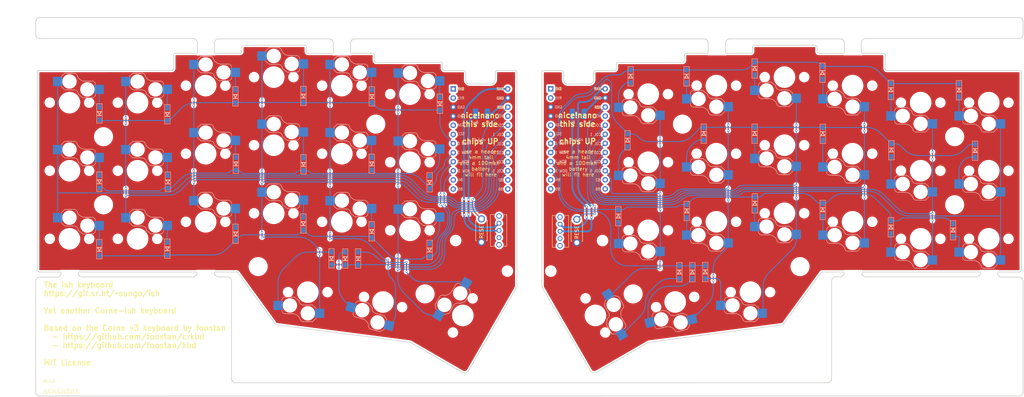
<source format=kicad_pcb>
(kicad_pcb (version 20211014) (generator pcbnew)
  (title_block (title "ish") (date "2022-07-02") (rev "${REVISION}") (company "sungo") (comment 1 "Based on the Corne v3 by foostan"))
  (layers (0 "F.Cu" signal) (31 "B.Cu" signal) (34 "B.Paste" user) (35 "F.Paste" user) (36 "B.SilkS" user "B.Silkscreen") (37 "F.SilkS" user "F.Silkscreen") (38 "B.Mask" user) (39 "F.Mask" user) (44 "Edge.Cuts" user))
  (property "PROJECT" "ish")
  (property "REVISION" "0.1.0")
  (net 0 "")
  (net 1 "row0")
  (net 2 "Net-(D1-Pad2)")
  (net 3 "row1")
  (net 4 "Net-(D2-Pad2)")
  (net 5 "row2")
  (net 6 "Net-(D3-Pad2)")
  (net 7 "row3")
  (net 8 "Net-(D4-Pad2)")
  (net 9 "Net-(D5-Pad2)")
  (net 10 "Net-(D6-Pad2)")
  (net 11 "Net-(D7-Pad2)")
  (net 12 "Net-(D8-Pad2)")
  (net 13 "Net-(D9-Pad2)")
  (net 14 "Net-(D10-Pad2)")
  (net 15 "Net-(D11-Pad2)")
  (net 16 "Net-(D12-Pad2)")
  (net 17 "Net-(D13-Pad2)")
  (net 18 "Net-(D14-Pad2)")
  (net 19 "Net-(D15-Pad2)")
  (net 20 "Net-(D16-Pad2)")
  (net 21 "Net-(D17-Pad2)")
  (net 22 "Net-(D18-Pad2)")
  (net 23 "Net-(D19-Pad2)")
  (net 24 "Net-(D20-Pad2)")
  (net 25 "Net-(D21-Pad2)")
  (net 26 "GND")
  (net 27 "VCC")
  (net 28 "col0")
  (net 29 "col1")
  (net 30 "col2")
  (net 31 "col3")
  (net 32 "col4")
  (net 33 "col5")
  (net 34 "reset")
  (net 35 "RAW")
  (net 36 "Net-(D22-Pad2)")
  (net 37 "row0_r")
  (net 38 "Net-(D23-Pad2)")
  (net 39 "Net-(D24-Pad2)")
  (net 40 "Net-(D25-Pad2)")
  (net 41 "Net-(D26-Pad2)")
  (net 42 "Net-(D27-Pad2)")
  (net 43 "row1_r")
  (net 44 "Net-(D28-Pad2)")
  (net 45 "Net-(D29-Pad2)")
  (net 46 "Net-(D30-Pad2)")
  (net 47 "Net-(D31-Pad2)")
  (net 48 "Net-(D32-Pad2)")
  (net 49 "Net-(D33-Pad2)")
  (net 50 "row2_r")
  (net 51 "Net-(D34-Pad2)")
  (net 52 "Net-(D35-Pad2)")
  (net 53 "Net-(D36-Pad2)")
  (net 54 "Net-(D37-Pad2)")
  (net 55 "Net-(D38-Pad2)")
  (net 56 "Net-(D39-Pad2)")
  (net 57 "Net-(D40-Pad2)")
  (net 58 "row3_r")
  (net 59 "Net-(D41-Pad2)")
  (net 60 "Net-(D42-Pad2)")
  (net 61 "reset_r")
  (net 62 "col0_r")
  (net 63 "col1_r")
  (net 64 "col2_r")
  (net 65 "col3_r")
  (net 66 "col4_r")
  (net 67 "col5_r")
  (net 68 "VDD")
  (net 69 "GNDA")
  (net 70 "L-B+")
  (net 71 "RAW_R")
  (net 72 "R-B+")
  (footprint "ish:ChocV1_V2_Hotswap" (layer "F.Cu") (at 39.1075 35.78)
    (fp_text reference "SW2" hide)
    (fp_text value "SW_PUSH" hide)
  )
  (footprint "ish:ChocV1_V2_Hotswap" (layer "F.Cu") (at 58.1075 31.03)
    (fp_text reference "SW3" hide)
    (fp_text value "SW_PUSH" hide)
  )
  (footprint "ish:ChocV1_V2_Hotswap" (layer "F.Cu") (at 77.1075 28.655)
    (fp_text reference "SW4" hide)
    (fp_text value "SW_PUSH" hide)
  )
  (footprint "ish:ChocV1_V2_Hotswap" (layer "F.Cu") (at 96.1075 31.03)
    (fp_text reference "SW5" hide)
    (fp_text value "SW_PUSH" hide)
  )
  (footprint "ish:ChocV1_V2_Hotswap" (layer "F.Cu") (at 20.1075 54.78)
    (fp_text reference "SW7" hide)
    (fp_text value "SW_PUSH" hide)
  )
  (footprint "ish:ChocV1_V2_Hotswap" (layer "F.Cu") (at 39.1075 54.78)
    (fp_text reference "SW8" hide)
    (fp_text value "SW_PUSH" hide)
  )
  (footprint "ish:ChocV1_V2_Hotswap" (layer "F.Cu") (at 58.1075 50.03)
    (fp_text reference "SW9" hide)
    (fp_text value "SW_PUSH" hide)
  )
  (footprint "ish:ChocV1_V2_Hotswap" (layer "F.Cu") (at 77.1075 47.655)
    (fp_text reference "SW10" hide)
    (fp_text value "SW_PUSH" hide)
  )
  (footprint "ish:ChocV1_V2_Hotswap" (layer "F.Cu") (at 96.1075 50.03)
    (fp_text reference "SW11" hide)
    (fp_text value "SW_PUSH" hide)
  )
  (footprint "ish:ChocV1_V2_Hotswap" (layer "F.Cu") (at 115.1075 52.405)
    (fp_text reference "SW12" hide)
    (fp_text value "SW_PUSH" hide)
  )
  (footprint "ish:ChocV1_V2_Hotswap" (layer "F.Cu") (at 20.1075 73.78)
    (fp_text reference "SW13" hide)
    (fp_text value "SW_PUSH" hide)
  )
  (footprint "ish:ChocV1_V2_Hotswap" (layer "F.Cu") (at 39.1075 73.78)
    (fp_text reference "SW14" hide)
    (fp_text value "SW_PUSH" hide)
  )
  (footprint "ish:ChocV1_V2_Hotswap" (layer "F.Cu") (at 58.1075 69.03)
    (fp_text reference "SW15" hide)
    (fp_text value "SW_PUSH" hide)
  )
  (footprint "ish:ChocV1_V2_Hotswap" (layer "F.Cu") (at 77.1075 66.655)
    (fp_text reference "SW16" hide)
    (fp_text value "SW_PUSH" hide)
  )
  (footprint "ish:ChocV1_V2_Hotswap" (layer "F.Cu") (at 96.1075 69.03)
    (fp_text reference "SW17" hide)
    (fp_text value "SW_PUSH" hide)
  )
  (footprint "ish:ChocV1_V2_Hotswap" (layer "F.Cu") (at 115.1075 71.405)
    (fp_text reference "SW18" hide)
    (fp_text value "SW_PUSH" hide)
  )
  (footprint "ish:ChocV1_V2_Hotswap" (layer "F.Cu") (at 86.6075 88.655 180)
    (fp_text reference "SW19" hide)
    (fp_text value "SW_PUSH" hide)
  )
  (footprint "ish:ChocV1_V2_Hotswap" (layer "F.Cu") (at 107.6075 91.405 165)
    (fp_text reference "SW20" hide)
    (fp_text value "SW_PUSH" hide)
  )
  (footprint "ish:ChocV1_V2_Hotswap_1.5u" (layer "F.Cu") (at 129.8575 95.155 -120)
    (fp_text reference "SW21" hide)
    (fp_text value "SW_PUSH" hide)
  )
  (footprint "ish:ChocV1_V2_Hotswap_1.5u" (layer "F.Cu") (at 166.8645 95.15 120)
    (fp_text reference "SW42" hide)
    (fp_text value "SW_PUSH" hide)
  )
  (footprint "ish:ChocV1_V2_Hotswap" (layer "F.Cu") (at 219.6145 66.65 180)
    (fp_text reference "SW37" hide)
    (fp_text value "SW_PUSH" hide)
  )
  (footprint "ish:ChocV1_V2_Hotswap" (layer "F.Cu") (at 200.6145 69.025 180)
    (fp_text reference "SW38" hide)
    (fp_text value "SW_PUSH" hide)
  )
  (footprint "ish:ChocV1_V2_Hotswap" (layer "F.Cu") (at 181.6145 71.4 180)
    (fp_text reference "SW39" hide)
    (fp_text value "SW_PUSH" hide)
  )
  (footprint "ish:ChocV1_V2_Hotswap" (layer "F.Cu") (at 210.1145 88.65 180)
    (fp_text reference "SW40" hide)
    (fp_text value "SW_PUSH" hide)
  )
  (footprint "ish:ChocV1_V2_Hotswap" (layer "F.Cu") (at 189.1145 91.4 -165)
    (fp_text reference "SW41" hide)
    (fp_text value "SW_PUSH" hide)
  )
  (footprint "ish:ChocV1_V2_Hotswap" (layer "F.Cu") (at 219.6145 28.65 180)
    (fp_text reference "SW25" hide)
    (fp_text value "SW_PUSH" hide)
  )
  (footprint "ish:ChocV1_V2_Hotswap" (layer "F.Cu") (at 200.6145 31.025 180)
    (fp_text reference "SW26" hide)
    (fp_text value "SW_PUSH" hide)
  )
  (footprint "ish:ChocV1_V2_Hotswap" (layer "F.Cu") (at 276.6145 54.775 180)
    (fp_text reference "SW28" hide)
    (fp_text value "SW_PUSH" hide)
  )
  (footprint "ish:ChocV1_V2_Hotswap" (layer "F.Cu") (at 238.6145 31.025 180)
    (fp_text reference "SW24" hide)
    (fp_text value "SW_PUSH" hide)
  )
  (footprint "ish:ChocV1_V2_Hotswap" (layer "F.Cu") (at 257.6145 54.775 180)
    (fp_text reference "SW29" hide)
    (fp_text value "SW_PUSH" hide)
  )
  (footprint "ish:ChocV1_V2_Hotswap" (layer "F.Cu") (at 257.6145 73.775 180)
    (fp_text reference "SW35" hide)
    (fp_text value "SW_PUSH" hide)
  )
  (footprint "ish:ChocV1_V2_Hotswap" (layer "F.Cu") (at 238.6145 69.025 180)
    (fp_text reference "SW36" hide)
    (fp_text value "SW_PUSH" hide)
  )
  (footprint "ish:ChocV1_V2_Hotswap" (layer "F.Cu") (at 276.6145 35.775 180)
    (fp_text reference "SW22" hide)
    (fp_text value "SW_PUSH" hide)
  )
  (footprint "ish:ChocV1_V2_Hotswap" (layer "F.Cu") (at 257.6145 35.775 180)
    (fp_text reference "SW23" hide)
    (fp_text value "SW_PUSH" hide)
  )
  (footprint "ish:ChocV1_V2_Hotswap" (layer "F.Cu") (at 238.6145 50.025 180)
    (fp_text reference "SW30" hide)
    (fp_text value "SW_PUSH" hide)
  )
  (footprint "ish:ChocV1_V2_Hotswap" (layer "F.Cu") (at 219.6145 47.65 180)
    (fp_text reference "SW31" hide)
    (fp_text value "SW_PUSH" hide)
  )
  (footprint "ish:ChocV1_V2_Hotswap" (layer "F.Cu") (at 200.6145 50.025 180)
    (fp_text reference "SW32" hide)
    (fp_text value "SW_PUSH" hide)
  )
  (footprint "ish:ChocV1_V2_Hotswap" (layer "F.Cu") (at 181.6145 52.4 180)
    (fp_text reference "SW33" hide)
    (fp_text value "SW_PUSH" hide)
  )
  (footprint "ish:ChocV1_V2_Hotswap" (layer "F.Cu") (at 276.6145 73.775 180)
    (fp_text reference "SW34" hide)
    (fp_text value "SW_PUSH" hide)
  )
  (footprint "ish:ChocV1_V2_Hotswap" (layer "F.Cu") (at 20.1075 35.78)
    (fp_text reference "SW1" hide)
    (fp_text value "SW_PUSH" hide)
  )
  (footprint "ish:M2_HOLE_v2" (layer "F.Cu") (at 105.5755 41.7655)
    (fp_text reference "Ref**" hide)
    (fp_text value "Val**" hide)
  )
  (footprint "ish:M2_HOLE_v2" (layer "F.Cu") (at 72.7645 81.5205)
    (fp_text reference "Ref**" hide)
    (fp_text value "Val**" hide)
  )
  (footprint "ish:M2_HOLE_v2" (layer "F.Cu") (at 119.3305 89.135)
    (fp_text reference "Ref**" hide)
    (fp_text value "Val**" hide)
  )
  (footprint "ish:M2_HOLE_v2" (layer "F.Cu") (at 127.8695 74.254)
    (fp_text reference "Ref**" hide)
    (fp_text value "Val**" hide)
  )
  (footprint "ish:M2_HOLE_v2" (layer "F.Cu") (at 142.3015 82.775)
    (fp_text reference "Ref**" hide)
    (fp_text value "Val**" hide)
  )
  (footprint "ish:M2_HOLE_v2" (layer "F.Cu") (at 177.3895 89.145 180)
    (fp_text reference "Ref**" hide)
    (fp_text value "Val**" hide)
  )
  (footprint "ish:M2_HOLE_v2" (layer "F.Cu") (at 223.9555 81.5305 180)
    (fp_text reference "Ref**" hide)
    (fp_text value "Val**" hide)
  )
  (footprint "ish:M2_HOLE_v2" (layer "F.Cu") (at 267.0995 45.2655 180)
    (fp_text reference "Ref**" hide)
    (fp_text value "Val**" hide)
  )
  (footprint "ish:M2_HOLE_v2" (layer "F.Cu") (at 191.1445 41.7755 180)
    (fp_text reference "Ref**" hide)
    (fp_text value "Val**" hide)
  )
  (footprint "ish:ChocV1_V2_Hotswap" (layer "F.Cu") (at 115.1075 33.405)
    (fp_text reference "SW6" hide)
    (fp_text value "SW_PUSH" hide)
  )
  (footprint "ish:ChocV1_V2_Hotswap" (layer "F.Cu") (at 181.6075 33.405 180)
    (fp_text reference "SW27" hide)
    (fp_text value "SW_PUSH" hide)
  )
  (footprint "ish:M2_HOLE_v2" (layer "F.Cu") (at 27.5195 54.1395)
    (fp_text reference "Ref**" hide)
    (fp_text value "Val**" hide)
  )
  (footprint "ish:ProMicro_v3" (layer "F.Cu") (at 134.8125 46.42)
    (fp_text reference "U1" hide)
    (fp_text value "ProMicro" hide)
  )
  (footprint "ish:ProMicro_v3" (layer "F.Cu") (at 161.9875 46.39)
    (fp_text reference "U2" hide)
    (fp_text value "ProMicro" hide)
  )
  (footprint "ish:M2_HOLE_v2" (layer "F.Cu") (at 29.6075 45.28)
    (fp_text reference "Ref**" hide)
    (fp_text value "Val**" hide)
  )
  (footprint "ish:Breakaway_Tabs" (layer "F.Cu") (at 58.221466 21.97984)
    (fp_text reference "REF**")
    (fp_text value "Breakaway_Tabs")
  )
  (footprint "ish:Breakaway_Tabs" (layer "F.Cu") (at 96.170781 21.985094)
    (fp_text reference "REF**")
    (fp_text value "Breakaway_Tabs")
  )
  (footprint "ish:Breakaway_Tabs" (layer "F.Cu") (at 20.229183 83.07091)
    (fp_text reference "REF**")
    (fp_text value "Breakaway_Tabs")
  )
  (footprint "ish:Breakaway_Tabs" (layer "F.Cu") (at 58.177481 83.059636)
    (fp_text reference "REF**")
    (fp_text value "Breakaway_Tabs")
  )
  (footprint "ish:Version" (layer "F.Cu") (at 134.8125 46.128751)
    (fp_text reference "REF**" hide)
    (fp_text value "Version")
  )
  (footprint "ish:Battery Pads" (layer "F.Cu") (at 162.047989 38.870608)
    (fp_text reference "REF**" hide)
    (fp_text value "Battery Pads")
  )
  (footprint "ish:1825232-1" (layer "F.Cu") (at 139.972136 73.430492 90)
    (fp_text reference "BATSWITCH1")
    (fp_text value "1825232-1_TEC")
  )
  (footprint "ish:Version" (layer "F.Cu") (at 161.9875 46.39)
    (fp_text reference "REF**" hide)
    (fp_text value "Version")
  )
  (footprint "ish:Battery Pads" (layer "F.Cu") (at 135.050993 38.870608)
    (fp_text reference "REF**" hide)
    (fp_text value "Battery Pads")
  )
  (footprint "ish:1825232-1" (layer "F.Cu") (at 156.992573 69.693187 -90)
    (fp_text reference "BATSWITCH2")
    (fp_text value "1825232-1_TEC")
  )
  (footprint "ish:ResetSW_1side" (layer "F.Cu") (at 135.065781 71.454499 90)
    (fp_text reference "RSW1" hide)
    (fp_text value "SW_PUSH")
  )
  (footprint "ish:ResetSW_1side" (layer "F.Cu") (at 161.665434 71.587833 -90)
    (fp_text reference "RSW2" hide)
    (fp_text value "SW_PUSH")
  )
  (footprint "ish:D3_SMD_v2" (layer "B.Cu") (at 28.465326 38.78306 90)
    (fp_text reference "D1" hide)
    (fp_text value "D" hide)
  )
  (footprint "ish:D3_SMD_v2" (layer "B.Cu") (at 47.411111 39.018306 90)
    (fp_text reference "D2" hide)
    (fp_text value "D" hide)
  )
  (footprint "ish:D3_SMD_v2" (layer "B.Cu") (at 66.4125 34.018293 90)
    (fp_text reference "D3" hide)
    (fp_text value "D" hide)
  )
  (footprint "ish:D3_SMD_v2" (layer "B.Cu") (at 85.387321 33.905828 90)
    (fp_text reference "D4" hide)
    (fp_text value "D" hide)
  )
  (footprint "ish:D3_SMD_v2" (layer "B.Cu") (at 104.484067 34.012423 90)
    (fp_text reference "D5" hide)
    (fp_text value "D" hide)
  )
  (footprint "ish:D3_SMD_v2" (layer "B.Cu") (at 123.466449 36.051377 90)
    (fp_text reference "D6" hide)
    (fp_text value "D" hide)
  )
  (footprint "ish:D3_SMD_v2" (layer "B.Cu") (at 28.43586 57.812139 90)
    (fp_text reference "D7" hide)
    (fp_text value "D" hide)
  )
  (footprint "ish:D3_SMD_v2" (layer "B.Cu") (at 47.568498 57.839707 90)
    (fp_text reference "D8" hide)
    (fp_text value "D" hide)
  )
  (footprint "ish:D3_SMD_v2" (layer "B.Cu") (at 66.54566 52.83088 90)
    (fp_text reference "D9" hide)
    (fp_text value "D" hide)
  )
  (footprint "ish:D3_SMD_v2" (layer "B.Cu") (at 85.409331 52.965765 90)
    (fp_text reference "D10" hide)
    (fp_text value "D" hide)
  )
  (footprint "ish:D3_SMD_v2" (layer "B.Cu") (at 104.446396 52.822891 90)
    (fp_text reference "D11" hide)
    (fp_text value "D" hide)
  )
  (footprint "ish:D3_SMD_v2" (layer "B.Cu") (at 120.588872 58.009445 90)
    (fp_text reference "D12" hide)
    (fp_text value "D" hide)
  )
  (footprint "ish:D3_SMD_v2" (layer "B.Cu") (at 28.427452 76.680815 90)
    (fp_text reference "D13" hide)
    (fp_text value "D" hide)
  )
  (footprint "ish:D3_SMD_v2" (layer "B.Cu") (at 47.411204 76.516361 90)
    (fp_text reference "D14" hide)
    (fp_text value "D" hide)
  )
  (footprint "ish:D3_SMD_v2" (layer "B.Cu") (at 66.451954 72.356419 90)
    (fp_text reference "D15" hide)
    (fp_text value "D" hide)
  )
  (footprint "ish:D3_SMD_v2" (layer "B.Cu") (at 85.378724 69.495021 90)
    (fp_text reference "D16" hide)
    (fp_text value "D" hide)
  )
  (footprint "ish:D3_SMD_v2" (layer "B.Cu") (at 104.436036 71.673727 90)
    (fp_text reference "D17" hide)
    (fp_text value "D" hide)
  )
  (footprint "ish:D3_SMD_v2" (layer "B.Cu") (at 120.592107 76.854142 90)
    (fp_text reference "D18" hide)
    (fp_text value "D" hide)
  )
  (footprint "ish:D3_SMD_v2" (layer "B.Cu") (at 93.220682 79.233236 90)
    (fp_text reference "D19" hide)
    (fp_text value "D" hide)
  )
  (footprint "ish:D3_SMD_v2" (layer "B.Cu") (at 97.037478 79.275342 90)
    (fp_text reference "D20" hide)
    (fp_text value "D" hide)
  )
  (footprint "ish:D3_SMD_v2" (layer "B.Cu") (at 100.644826 79.253843 90)
    (fp_text reference "D21" hide)
    (fp_text value "D" hide)
  )
  (footprint "ish:D3_SMD_v2" (layer "B.Cu") (at 249.305667 32.223949 -90)
    (fp_text reference "D23" hide)
    (fp_text value "D" hide)
  )
  (footprint "ish:D3_SMD_v2" (layer "B.Cu") (at 230.227408 27.421874 -90)
    (fp_text reference "D24" hide)
    (fp_text value "D" hide)
  )
  (footprint "ish:D3_SMD_v2" (layer "B.Cu") (at 211.299282 26.251935 -90)
    (fp_text reference "D25" hide)
    (fp_text value "D" hide)
  )
  (footprint "ish:D3_SMD_v2" (layer "B.Cu") (at 176.697145 28.428843 -90)
    (fp_text reference "D27" hide)
    (fp_text value "D" hide)
  )
  (footprint "ish:D3_SMD_v2" (layer "B.Cu") (at 272.80371 49.194975 -90)
    (fp_text reference "D28" hide)
    (fp_text value "D" hide)
  )
  (footprint "ish:D3_SMD_v2" (layer "B.Cu") (at 249.452901 49.048314 -90)
    (fp_text reference "D29" hide)
    (fp_text value "D" hide)
  )
  (footprint "ish:D3_SMD_v2" (layer "B.Cu") (at 230.310136 44.478246 -90)
    (fp_text reference "D30" hide)
    (fp_text value "D" hide)
  )
  (footprint "ish:D3_SMD_v2" (layer "B.Cu") (at 211.284437 44.425057 -90)
    (fp_text reference "D31" hide)
    (fp_text value "D" hide)
  )
  (footprint "ish:D3_SMD_v2" (layer "B.Cu") (at 197.088456 44.430144 -90)
    (fp_text reference "D32" hide)
    (fp_text value "D" hide)
  )
  (footprint "ish:D3_SMD_v2" (layer "B.Cu") (at 175.828202 46.280519 -90)
    (fp_text reference "D33" hide)
    (fp_text value "D" hide)
  )
  (footprint "ish:D3_SMD_v2" (layer "B.Cu") (at 266.649956 71.369911 -90)
    (fp_text reference "D34" hide)
    (fp_text value "D" hide)
  )
  (footprint "ish:D3_SMD_v2" (layer "B.Cu") (at 249.292679 70.538895 -90)
    (fp_text reference "D35" hide)
    (fp_text value "D" hide)
  )
  (footprint "ish:D3_SMD_v2" (layer "B.Cu") (at 230.288042 65.701347 -90)
    (fp_text reference "D36" hide)
    (fp_text value "D" hide)
  )
  (footprint "ish:D3_SMD_v2" (layer "B.Cu") (at 211.344785 63.8873 -90)
    (fp_text reference "D37" hide)
    (fp_text value "D" hide)
  )
  (footprint "ish:D3_SMD_v2" (layer "B.Cu") (at 192.349301 66.012545 -90)
    (fp_text reference "D38" hide)
    (fp_text value "D" hide)
  )
  (footprint "ish:D3_SMD_v2" (layer "B.Cu") (at 173.259239 67.461385 -90)
    (fp_text reference "D39" hide)
    (fp_text value "D" hide)
  )
  (footprint "ish:D3_SMD_v2" (layer "B.Cu") (at 197.506835 83.037671 -90)
    (fp_text reference "D40" hide)
    (fp_text value "D" hide)
  )
  (footprint "ish:D3_SMD_v2" (layer "B.Cu") (at 193.906806 83.103488 -90)
    (fp_text reference "D41" hide)
    (fp_text value "D" hide)
  )
  (footprint "ish:D3_SMD_v2" (layer "B.Cu") (at 190.28981 83.086014 -90)
    (fp_text reference "D42" hide)
    (fp_text value "D" hide)
  )
  (footprint "ish:D3_SMD_v2" (layer "B.Cu") (at 268.32402 32.309875 -90)
    (fp_text reference "D22" hide)
    (fp_text value "D" hide)
  )
  (footprint "ish:D3_SMD_v2" (layer "B.Cu") (at 192.300745 28.428843 -90)
    (fp_text reference "D26" hide)
    (fp_text value "D" hide)
  )
  (footprint "ish:M2_HOLE_v2" (layer "B.Cu") (at 154.4185 82.785 180)
    (fp_text reference "Ref**" hide)
    (fp_text value "Val**" hide)
  )
  (footprint "ish:M2_HOLE_v2" (layer "B.Cu") (at 269.1875 54.125 180)
    (fp_text reference "Ref**" hide)
    (fp_text value "Val**" hide)
  )
  (footprint "ish:M2_HOLE_v2" (layer "B.Cu") (at 168.8505 74.264 180)
    (fp_text reference "Ref**" hide)
    (fp_text value "Val**" hide)
  )
  (footprint "ish:Breakaway_Tabs" (layer "B.Cu") (at 276.687596 83.069874 180)
    (fp_text reference "REF**")
    (fp_text value "Breakaway_Tabs")
  )
  (footprint "ish:Breakaway_Tabs" (layer "B.Cu") (at 200.732267 21.965236 180)
    (fp_text reference "REF**")
    (fp_text value "Breakaway_Tabs")
  )
  (footprint "ish:Breakaway_Tabs" (layer "B.Cu") (at 238.67704 21.960165 180)
    (fp_text reference "REF**")
    (fp_text value "Breakaway_Tabs")
  )
  (footprint "ish:Breakaway_Tabs" (layer "B.Cu") (at 238.748756 83.09448 180)
    (fp_text reference "REF**")
    (fp_text value "Breakaway_Tabs")
  )
  (footprint "ish:Version" (layer "B.Cu") (at 14.506578 113.802894)
    (fp_text reference "REF**" hide)
    (fp_text value "Version")
  )
  (gr_line (start 17.8075 83.020309) (end 17.8123 83.252) (layer "Edge.Cuts") (width 0.2))
  (gr_line (start 17.8123 83.252) (end 17.7896 83.483) (layer "Edge.Cuts") (width 0.2))
  (gr_line (start 17.7896 83.483) (end 17.7188 83.719) (layer "Edge.Cuts") (width 0.2))
  (gr_line (start 17.7188 83.719) (end 17.717 83.724) (layer "Edge.Cuts") (width 0.2))
  (gr_line (start 17.717 83.724) (end 17.6082 83.928) (layer "Edge.Cuts") (width 0.2))
  (gr_line (start 17.6082 83.928) (end 17.4495 84.123) (layer "Edge.Cuts") (width 0.2))
  (gr_line (start 17.4495 84.123) (end 17.2628 84.276) (layer "Edge.Cuts") (width 0.2))
  (gr_line (start 17.2628 84.276) (end 17.059 84.386) (layer "Edge.Cuts") (width 0.2))
  (gr_line (start 17.059 84.386) (end 16.819 84.46) (layer "Edge.Cuts") (width 0.2))
  (gr_line (start 16.819 84.46) (end 16.5774 84.485) (layer "Edge.Cuts") (width 0.2))
  (gr_line (start 16.5774 84.485) (end 11.8252 84.485) (layer "Edge.Cuts") (width 0.2))
  (gr_line (start 11.8274 117.635) (end 285.0575 117.626) (layer "Edge.Cuts") (width 0.2))
  (gr_line (start 285.0555 12.0385) (end 11.8252 12.0475) (layer "Edge.Cuts") (width 0.2))
  (gr_line (start 11.8252 12.0475) (end 11.8194 12.0475) (layer "Edge.Cuts") (width 0.2))
  (gr_line (start 11.8194 12.0475) (end 11.5963 12.071) (layer "Edge.Cuts") (width 0.2))
  (gr_line (start 11.5963 12.071) (end 11.3843 12.1366) (layer "Edge.Cuts") (width 0.2))
  (gr_line (start 11.3843 12.1366) (end 11.1891 12.2422) (layer "Edge.Cuts") (width 0.2))
  (gr_line (start 11.1891 12.2422) (end 11.018 12.3837) (layer "Edge.Cuts") (width 0.2))
  (gr_line (start 11.018 12.3837) (end 10.8778 12.5557) (layer "Edge.Cuts") (width 0.2))
  (gr_line (start 10.8778 12.5557) (end 10.7736 12.7516) (layer "Edge.Cuts") (width 0.2))
  (gr_line (start 10.7736 12.7516) (end 10.7094 12.9641) (layer "Edge.Cuts") (width 0.2))
  (gr_line (start 10.7094 12.9641) (end 10.6875 13.1875) (layer "Edge.Cuts") (width 0.2))
  (gr_line (start 10.6875 13.1875) (end 10.6875 16.7473) (layer "Edge.Cuts") (width 0.2))
  (gr_line (start 10.6875 16.7473) (end 10.6875 16.7531) (layer "Edge.Cuts") (width 0.2))
  (gr_line (start 10.6875 16.7531) (end 10.711 16.9762) (layer "Edge.Cuts") (width 0.2))
  (gr_line (start 10.711 16.9762) (end 10.7766 17.1882) (layer "Edge.Cuts") (width 0.2))
  (gr_line (start 10.7766 17.1882) (end 10.8822 17.3835) (layer "Edge.Cuts") (width 0.2))
  (gr_line (start 10.8822 17.3835) (end 11.0236 17.5545) (layer "Edge.Cuts") (width 0.2))
  (gr_line (start 11.0236 17.5545) (end 11.1957 17.6948) (layer "Edge.Cuts") (width 0.2))
  (gr_line (start 11.1957 17.6948) (end 11.3916 17.799) (layer "Edge.Cuts") (width 0.2))
  (gr_line (start 11.3916 17.799) (end 11.6041 17.8631) (layer "Edge.Cuts") (width 0.2))
  (gr_line (start 11.6041 17.8631) (end 11.8274 17.885) (layer "Edge.Cuts") (width 0.2))
  (gr_line (start 11.8274 17.885) (end 54.5774 17.885) (layer "Edge.Cuts") (width 0.2))
  (gr_line (start 54.5774 17.885) (end 54.8201 17.9098) (layer "Edge.Cuts") (width 0.2))
  (gr_line (start 54.8201 17.9098) (end 55.042 17.9768) (layer "Edge.Cuts") (width 0.2))
  (gr_line (start 55.042 17.9768) (end 55.2638 18.0947) (layer "Edge.Cuts") (width 0.2))
  (gr_line (start 55.2638 18.0947) (end 55.4434 18.2412) (layer "Edge.Cuts") (width 0.2))
  (gr_line (start 55.4434 18.2412) (end 55.598 18.4266) (layer "Edge.Cuts") (width 0.2))
  (gr_line (start 55.598 18.4266) (end 55.7175 18.6476) (layer "Edge.Cuts") (width 0.2))
  (gr_line (start 55.7175 18.6476) (end 55.786 18.869) (layer "Edge.Cuts") (width 0.2))
  (gr_line (start 55.786 18.869) (end 55.8125 19.1141) (layer "Edge.Cuts") (width 0.2))
  (gr_line (start 55.8125 19.1141) (end 55.8125 19.12) (layer "Edge.Cuts") (width 0.2))
  (gr_line (start 55.8125 19.1201) (end 55.8175 22.020252) (layer "Edge.Cuts") (width 0.2))
  (gr_line (start 60.5575 83.021073) (end 60.5625 83.247) (layer "Edge.Cuts") (width 0.2))
  (gr_line (start 60.586 83.476) (end 60.5625 83.247) (layer "Edge.Cuts") (width 0.2))
  (gr_line (start 60.586 83.476) (end 60.6516 83.688) (layer "Edge.Cuts") (width 0.2))
  (gr_line (start 60.6516 83.688) (end 60.7572 83.883) (layer "Edge.Cuts") (width 0.2))
  (gr_line (start 60.7572 83.883) (end 60.8986 84.054) (layer "Edge.Cuts") (width 0.2))
  (gr_line (start 60.8986 84.054) (end 61.0707 84.195) (layer "Edge.Cuts") (width 0.2))
  (gr_line (start 61.0707 84.195) (end 61.2666 84.299) (layer "Edge.Cuts") (width 0.2))
  (gr_line (start 61.2666 84.299) (end 61.4791 84.363) (layer "Edge.Cuts") (width 0.2))
  (gr_line (start 61.4791 84.363) (end 61.7024 84.385) (layer "Edge.Cuts") (width 0.2))
  (gr_line (start 61.7024 84.385) (end 64.0774 84.385) (layer "Edge.Cuts") (width 0.2))
  (gr_line (start 65.3125 85.62) (end 65.3125 112.797) (layer "Edge.Cuts") (width 0.2))
  (gr_line (start 65.3125 112.797) (end 65.3125 112.803) (layer "Edge.Cuts") (width 0.2))
  (gr_line (start 65.3125 112.803) (end 65.336 113.026) (layer "Edge.Cuts") (width 0.2))
  (gr_line (start 65.336 113.026) (end 65.4016 113.238) (layer "Edge.Cuts") (width 0.2))
  (gr_line (start 65.4016 113.238) (end 65.5072 113.433) (layer "Edge.Cuts") (width 0.2))
  (gr_line (start 65.5072 113.433) (end 65.6486 113.604) (layer "Edge.Cuts") (width 0.2))
  (gr_line (start 65.6486 113.604) (end 65.8207 113.745) (layer "Edge.Cuts") (width 0.2))
  (gr_line (start 65.8207 113.745) (end 66.0166 113.849) (layer "Edge.Cuts") (width 0.2))
  (gr_line (start 66.0166 113.849) (end 66.2291 113.913) (layer "Edge.Cuts") (width 0.2))
  (gr_line (start 66.2291 113.913) (end 66.4524 113.935) (layer "Edge.Cuts") (width 0.2))
  (gr_line (start 66.4524 113.935) (end 231.6195 113.926) (layer "Edge.Cuts") (width 0.2))
  (gr_line (start 197.1805 17.976) (end 99.7005 17.985) (layer "Edge.Cuts") (width 0.2))
  (gr_line (start 99.7005 17.985) (end 99.6945 17.985) (layer "Edge.Cuts") (width 0.2))
  (gr_line (start 99.6945 17.985) (end 99.4715 18.0085) (layer "Edge.Cuts") (width 0.2))
  (gr_line (start 99.4715 18.0085) (end 99.2595 18.0741) (layer "Edge.Cuts") (width 0.2))
  (gr_line (start 99.2595 18.0741) (end 99.0645 18.1797) (layer "Edge.Cuts") (width 0.2))
  (gr_line (start 99.0645 18.1797) (end 98.8935 18.3212) (layer "Edge.Cuts") (width 0.2))
  (gr_line (start 98.8935 18.3212) (end 98.7525 18.4932) (layer "Edge.Cuts") (width 0.2))
  (gr_line (start 98.7525 18.4932) (end 98.6485 18.6891) (layer "Edge.Cuts") (width 0.2))
  (gr_line (start 98.6485 18.6891) (end 98.5845 18.9016) (layer "Edge.Cuts") (width 0.2))
  (gr_line (start 98.5845 18.9016) (end 98.5625 19.125) (layer "Edge.Cuts") (width 0.2))
  (gr_line (start 98.5625 19.125) (end 98.5675 22.018729) (layer "Edge.Cuts") (width 0.2))
  (gr_line (start 22.5675 83.020309) (end 22.5625 83.247) (layer "Edge.Cuts") (width 0.2))
  (gr_line (start 22.5625 83.247) (end 22.5625 83.253) (layer "Edge.Cuts") (width 0.2))
  (gr_line (start 22.5625 83.253) (end 22.586 83.476) (layer "Edge.Cuts") (width 0.2))
  (gr_line (start 22.586 83.476) (end 22.6516 83.688) (layer "Edge.Cuts") (width 0.2))
  (gr_line (start 22.6516 83.688) (end 22.7572 83.883) (layer "Edge.Cuts") (width 0.2))
  (gr_line (start 22.7572 83.883) (end 22.8986 84.054) (layer "Edge.Cuts") (width 0.2))
  (gr_line (start 22.8986 84.054) (end 23.0707 84.195) (layer "Edge.Cuts") (width 0.2))
  (gr_line (start 23.0707 84.195) (end 23.2666 84.299) (layer "Edge.Cuts") (width 0.2))
  (gr_line (start 23.2666 84.299) (end 23.4791 84.363) (layer "Edge.Cuts") (width 0.2))
  (gr_line (start 23.4791 84.363) (end 23.7024 84.385) (layer "Edge.Cuts") (width 0.2))
  (gr_line (start 23.7024 84.385) (end 54.5748 84.385) (layer "Edge.Cuts") (width 0.2))
  (gr_line (start 54.5748 84.385) (end 54.5806 84.385) (layer "Edge.Cuts") (width 0.2))
  (gr_line (start 54.5806 84.385) (end 54.8037 84.362) (layer "Edge.Cuts") (width 0.2))
  (gr_line (start 54.8037 84.362) (end 55.0157 84.296) (layer "Edge.Cuts") (width 0.2))
  (gr_line (start 55.0157 84.296) (end 55.2109 84.19) (layer "Edge.Cuts") (width 0.2))
  (gr_line (start 55.2109 84.19) (end 55.382 84.049) (layer "Edge.Cuts") (width 0.2))
  (gr_line (start 55.382 84.049) (end 55.5222 83.877) (layer "Edge.Cuts") (width 0.2))
  (gr_line (start 55.5222 83.877) (end 55.6264 83.681) (layer "Edge.Cuts") (width 0.2))
  (gr_line (start 55.6264 83.681) (end 55.6906 83.468) (layer "Edge.Cuts") (width 0.2))
  (gr_line (start 55.6906 83.468) (end 55.7125 83.245) (layer "Edge.Cuts") (width 0.2))
  (gr_line (start 55.7125 83.245) (end 55.7175 83.020309) (layer "Edge.Cuts") (width 0.2))
  (gr_line (start 93.7275 22.020252) (end 93.7125 19.1227) (layer "Edge.Cuts") (width 0.2))
  (gr_line (start 93.7125 19.1227) (end 93.7125 19.1169) (layer "Edge.Cuts") (width 0.2))
  (gr_line (start 93.7125 19.1169) (end 93.689 18.8938) (layer "Edge.Cuts") (width 0.2))
  (gr_line (start 93.689 18.8938) (end 93.6234 18.6818) (layer "Edge.Cuts") (width 0.2))
  (gr_line (start 93.6234 18.6818) (end 93.5178 18.4866) (layer "Edge.Cuts") (width 0.2))
  (gr_line (start 93.5178 18.4866) (end 93.3763 18.3156) (layer "Edge.Cuts") (width 0.2))
  (gr_line (start 93.3763 18.3156) (end 93.2043 18.1753) (layer "Edge.Cuts") (width 0.2))
  (gr_line (start 93.2043 18.1753) (end 93.0084 18.0711) (layer "Edge.Cuts") (width 0.2))
  (gr_line (start 93.0084 18.0711) (end 92.7959 18.0069) (layer "Edge.Cuts") (width 0.2))
  (gr_line (start 92.7959 18.0069) (end 92.5726 17.985) (layer "Edge.Cuts") (width 0.2))
  (gr_line (start 92.5726 17.985) (end 61.7002 17.985) (layer "Edge.Cuts") (width 0.2))
  (gr_line (start 60.5625 19.125) (end 60.5775 22.018729) (layer "Edge.Cuts") (width 0.2))
  (gr_line (start 10.678619 85.636444) (end 10.68153 116.500514) (layer "Edge.Cuts") (width 0.2))
  (gr_line (start 236.3175 22.026729) (end 236.3195 19.1137) (layer "Edge.Cuts") (width 0.2))
  (gr_line (start 236.3195 19.1137) (end 236.3195 19.1079) (layer "Edge.Cuts") (width 0.2))
  (gr_line (start 236.3195 19.1079) (end 236.2965 18.8848) (layer "Edge.Cuts") (width 0.2))
  (gr_line (start 236.2965 18.8848) (end 236.2305 18.6728) (layer "Edge.Cuts") (width 0.2))
  (gr_line (start 236.2305 18.6728) (end 236.1255 18.4776) (layer "Edge.Cuts") (width 0.2))
  (gr_line (start 236.1255 18.4776) (end 235.9835 18.3066) (layer "Edge.Cuts") (width 0.2))
  (gr_line (start 235.9835 18.3066) (end 235.8115 18.1663) (layer "Edge.Cuts") (width 0.2))
  (gr_line (start 235.8115 18.1663) (end 235.6155 18.0621) (layer "Edge.Cuts") (width 0.2))
  (gr_line (start 235.6155 18.0621) (end 235.4035 17.9979) (layer "Edge.Cuts") (width 0.2))
  (gr_line (start 235.4035 17.9979) (end 235.1805 17.976) (layer "Edge.Cuts") (width 0.2))
  (gr_line (start 235.1805 17.976) (end 204.3075 17.976) (layer "Edge.Cuts") (width 0.2))
  (gr_line (start 204.3075 17.976) (end 204.3015 17.976) (layer "Edge.Cuts") (width 0.2))
  (gr_line (start 204.3015 17.976) (end 204.0785 17.9995) (layer "Edge.Cuts") (width 0.2))
  (gr_line (start 204.0785 17.9995) (end 203.8665 18.0651) (layer "Edge.Cuts") (width 0.2))
  (gr_line (start 203.8665 18.0651) (end 203.6715 18.1707) (layer "Edge.Cuts") (width 0.2))
  (gr_line (start 203.6715 18.1707) (end 203.5005 18.3122) (layer "Edge.Cuts") (width 0.2))
  (gr_line (start 203.5005 18.3122) (end 203.3605 18.4842) (layer "Edge.Cuts") (width 0.2))
  (gr_line (start 203.3605 18.4842) (end 203.2565 18.6801) (layer "Edge.Cuts") (width 0.2))
  (gr_line (start 203.2565 18.6801) (end 203.1915 18.8926) (layer "Edge.Cuts") (width 0.2))
  (gr_line (start 203.1915 18.8926) (end 203.1705 19.116) (layer "Edge.Cuts") (width 0.2))
  (gr_line (start 203.1705 19.116) (end 203.1675 22.028252) (layer "Edge.Cuts") (width 0.2))
  (gr_line (start 197.8115 18.1663) (end 197.6155 18.0621) (layer "Edge.Cuts") (width 0.2))
  (gr_line (start 197.9835 18.3066) (end 197.8115 18.1663) (layer "Edge.Cuts") (width 0.2))
  (gr_line (start 286.1945 85.608) (end 286.189381 116.481042) (layer "Edge.Cuts") (width 0.2))
  (gr_line (start 198.3275 22.026729) (end 198.3195 19.1137) (layer "Edge.Cuts") (width 0.2))
  (gr_line (start 198.3195 19.1137) (end 198.3195 19.1079) (layer "Edge.Cuts") (width 0.2))
  (gr_line (start 198.3195 19.1079) (end 198.2965 18.8848) (layer "Edge.Cuts") (width 0.2))
  (gr_line (start 198.2965 18.8848) (end 198.2305 18.6728) (layer "Edge.Cuts") (width 0.2))
  (gr_line (start 198.2305 18.6728) (end 198.1255 18.4776) (layer "Edge.Cuts") (width 0.2))
  (gr_line (start 198.1255 18.4776) (end 197.9835 18.3066) (layer "Edge.Cuts") (width 0.2))
  (gr_line (start 197.6155 18.0621) (end 197.4035 17.9979) (layer "Edge.Cuts") (width 0.2))
  (gr_line (start 197.4035 17.9979) (end 197.1805 17.976) (layer "Edge.Cuts") (width 0.2))
  (gr_line (start 241.1775 83.027309) (end 241.1705 83.238) (layer "Edge.Cuts") (width 0.2))
  (gr_line (start 241.1705 83.238) (end 241.1705 83.244) (layer "Edge.Cuts") (width 0.2))
  (gr_line (start 241.1705 83.244) (end 241.1935 83.467) (layer "Edge.Cuts") (width 0.2))
  (gr_line (start 241.1935 83.467) (end 241.2595 83.679) (layer "Edge.Cuts") (width 0.2))
  (gr_line (start 241.2595 83.679) (end 241.3645 83.874) (layer "Edge.Cuts") (width 0.2))
  (gr_line (start 241.3645 83.874) (end 241.5065 84.045) (layer "Edge.Cuts") (width 0.2))
  (gr_line (start 241.5065 84.045) (end 241.6785 84.186) (layer "Edge.Cuts") (width 0.2))
  (gr_line (start 241.6785 84.186) (end 241.8745 84.29) (layer "Edge.Cuts") (width 0.2))
  (gr_line (start 241.8745 84.29) (end 242.0865 84.354) (layer "Edge.Cuts") (width 0.2))
  (gr_line (start 242.0865 84.354) (end 242.3095 84.376) (layer "Edge.Cuts") (width 0.2))
  (gr_line (start 242.3095 84.376) (end 273.1825 84.376) (layer "Edge.Cuts") (width 0.2))
  (gr_line (start 273.1825 84.376) (end 273.1885 84.376) (layer "Edge.Cuts") (width 0.2))
  (gr_line (start 273.1885 84.376) (end 273.4115 84.353) (layer "Edge.Cuts") (width 0.2))
  (gr_line (start 273.4115 84.353) (end 273.6235 84.287) (layer "Edge.Cuts") (width 0.2))
  (gr_line (start 273.6235 84.287) (end 273.8185 84.181) (layer "Edge.Cuts") (width 0.2))
  (gr_line (start 273.8185 84.181) (end 273.9895 84.04) (layer "Edge.Cuts") (width 0.2))
  (gr_line (start 273.9895 84.04) (end 274.1295 83.868) (layer "Edge.Cuts") (width 0.2))
  (gr_line (start 274.1295 83.868) (end 274.2335 83.672) (layer "Edge.Cuts") (width 0.2))
  (gr_line (start 274.2335 83.672) (end 274.2985 83.459) (layer "Edge.Cuts") (width 0.2))
  (gr_line (start 274.2985 83.459) (end 274.3195 83.236) (layer "Edge.Cuts") (width 0.2))
  (gr_line (start 274.3195 83.236) (end 274.3275 83.027309) (layer "Edge.Cuts") (width 0.2))
  (gr_line (start 231.6195 113.926) (end 231.6255 113.926) (layer "Edge.Cuts") (width 0.2))
  (gr_line (start 231.6255 113.926) (end 231.8485 113.903) (layer "Edge.Cuts") (width 0.2))
  (gr_line (start 231.8485 113.903) (end 232.0605 113.837) (layer "Edge.Cuts") (width 0.2))
  (gr_line (start 232.0605 113.837) (end 232.2555 113.731) (layer "Edge.Cuts") (width 0.2))
  (gr_line (start 232.2555 113.731) (end 232.4265 113.59) (layer "Edge.Cuts") (width 0.2))
  (gr_line (start 232.4265 113.59) (end 232.5675 113.418) (layer "Edge.Cuts") (width 0.2))
  (gr_line (start 232.5675 113.418) (end 232.6715 113.222) (layer "Edge.Cuts") (width 0.2))
  (gr_line (start 232.6715 113.222) (end 232.7355 113.009) (layer "Edge.Cuts") (width 0.2))
  (gr_line (start 232.7355 113.009) (end 232.7575 112.786) (layer "Edge.Cuts") (width 0.2))
  (gr_line (start 232.7575 112.786) (end 232.7575 85.611) (layer "Edge.Cuts") (width 0.2))
  (gr_line (start 233.9925 84.376) (end 235.1825 84.376) (layer "Edge.Cuts") (width 0.2))
  (gr_line (start 235.1825 84.376) (end 235.1885 84.376) (layer "Edge.Cuts") (width 0.2))
  (gr_line (start 235.1885 84.376) (end 235.4115 84.353) (layer "Edge.Cuts") (width 0.2))
  (gr_line (start 235.4115 84.353) (end 235.6235 84.287) (layer "Edge.Cuts") (width 0.2))
  (gr_line (start 235.6235 84.287) (end 235.8185 84.181) (layer "Edge.Cuts") (width 0.2))
  (gr_line (start 235.8185 84.181) (end 235.9895 84.04) (layer "Edge.Cuts") (width 0.2))
  (gr_line (start 235.9895 84.04) (end 236.1295 83.868) (layer "Edge.Cuts") (width 0.2))
  (gr_line (start 236.1295 83.868) (end 236.2335 83.672) (layer "Edge.Cuts") (width 0.2))
  (gr_line (start 236.2335 83.672) (end 236.2985 83.459) (layer "Edge.Cuts") (width 0.2))
  (gr_line (start 236.2985 83.459) (end 236.3205 83.236) (layer "Edge.Cuts") (width 0.2))
  (gr_line (start 236.3205 83.236) (end 236.3275 83.028073) (layer "Edge.Cuts") (width 0.2))
  (gr_line (start 242.3055 17.876) (end 285.0575 17.876) (layer "Edge.Cuts") (width 0.2))
  (gr_line (start 285.0575 17.876) (end 285.0635 17.876) (layer "Edge.Cuts") (width 0.2))
  (gr_line (start 285.0635 17.876) (end 285.2865 17.8526) (layer "Edge.Cuts") (width 0.2))
  (gr_line (start 285.2865 17.8526) (end 285.4985 17.7869) (layer "Edge.Cuts") (width 0.2))
  (gr_line (start 285.4985 17.7869) (end 285.6935 17.6814) (layer "Edge.Cuts") (width 0.2))
  (gr_line (start 285.6935 17.6814) (end 285.8645 17.5399) (layer "Edge.Cuts") (width 0.2))
  (gr_line (start 285.8645 17.5399) (end 286.0045 17.3679) (layer "Edge.Cuts") (width 0.2))
  (gr_line (start 286.0045 17.3679) (end 286.1085 17.1719) (layer "Edge.Cuts") (width 0.2))
  (gr_line (start 286.1085 17.1719) (end 286.1735 16.9594) (layer "Edge.Cuts") (width 0.2))
  (gr_line (start 286.1735 16.9594) (end 286.1955 16.7361) (layer "Edge.Cuts") (width 0.2))
  (gr_line (start 286.1955 16.7361) (end 286.1945 13.1762) (layer "Edge.Cuts") (width 0.2))
  (gr_line (start 286.1945 13.1762) (end 286.1945 13.1704) (layer "Edge.Cuts") (width 0.2))
  (gr_line (start 286.1945 13.1704) (end 286.1715 12.9473) (layer "Edge.Cuts") (width 0.2))
  (gr_line (start 286.1715 12.9473) (end 286.1055 12.7353) (layer "Edge.Cuts") (width 0.2))
  (gr_line (start 286.1055 12.7353) (end 286.0005 12.5401) (layer "Edge.Cuts") (width 0.2))
  (gr_line (start 286.0005 12.5401) (end 285.8585 12.3691) (layer "Edge.Cuts") (width 0.2))
  (gr_line (start 285.8585 12.3691) (end 285.6865 12.2288) (layer "Edge.Cuts") (width 0.2))
  (gr_line (start 285.6865 12.2288) (end 285.4905 12.1246) (layer "Edge.Cuts") (width 0.2))
  (gr_line (start 285.4905 12.1246) (end 285.2785 12.0604) (layer "Edge.Cuts") (width 0.2))
  (gr_line (start 285.2785 12.0604) (end 285.0555 12.0385) (layer "Edge.Cuts") (width 0.2))
  (gr_line (start 241.0775 22.028252) (end 241.0695 19.1111) (layer "Edge.Cuts") (width 0.2))
  (gr_line (start 286.1945 85.608) (end 286.1715 85.385) (layer "Edge.Cuts") (width 0.2))
  (gr_line (start 286.1715 85.385) (end 286.1055 85.173) (layer "Edge.Cuts") (width 0.2))
  (gr_line (start 286.1055 85.173) (end 286.0005 84.978) (layer "Edge.Cuts") (width 0.2))
  (gr_line (start 286.0005 84.978) (end 285.8585 84.807) (layer "Edge.Cuts") (width 0.2))
  (gr_line (start 285.8585 84.807) (end 285.6865 84.666) (layer "Edge.Cuts") (width 0.2))
  (gr_line (start 285.6865 84.666) (end 285.4905 84.562) (layer "Edge.Cuts") (width 0.2))
  (gr_line (start 285.4905 84.562) (end 285.2785 84.498) (layer "Edge.Cuts") (width 0.2))
  (gr_line (start 285.2785 84.498) (end 285.0555 84.476) (layer "Edge.Cuts") (width 0.2))
  (gr_line (start 285.0555 84.476) (end 280.3055 84.476) (layer "Edge.Cuts") (width 0.2))
  (gr_curve (pts (xy 181.6295 102.678) (xy 181.84293 102.613557) (xy 182.062163 102.570169) (xy 182.284056 102.54846)) (layer "Edge.Cuts") (width 0.2))
  (gr_curve (pts (xy 152.181791 87.625717) (xy 152.029054 87.360585) (xy 151.950612 87.059178) (xy 151.955216 86.750945)) (layer "Edge.Cuts") (width 0.2))
  (gr_line (start 191.704649 24.028247) (end 191.704649 22.528126) (layer "Edge.Cuts") (width 0.2))
  (gr_line (start 173.204577 24.528121) (end 191.204527 24.528121) (layer "Edge.Cuts") (width 0.2))
  (gr_curve (pts (xy 151.9547 27.278174) (xy 151.954759 27.002128) (xy 152.178537 26.778365) (xy 152.6535 26.798)) (layer "Edge.Cuts") (width 0.2))
  (gr_line (start 151.9547 27.278174) (end 151.955216 86.750945) (layer "Edge.Cuts") (width 0.2))
  (gr_line (start 241.1775 83.027309) (end 274.3275 83.027309) (layer "Edge.Cuts") (width 0.2))
  (gr_line (start 285.704628 27.278174) (end 285.704628 82.5282) (layer "Edge.Cuts") (width 0.2))
  (gr_line (start 248.204611 26.778301) (end 285.204501 26.778301) (layer "Edge.Cuts") (width 0.2))
  (gr_line (start 211.204467 19.778068) (end 228.20467 19.778068) (layer "Edge.Cuts") (width 0.2))
  (gr_line (start 210.704594 21.528126) (end 210.704594 20.278194) (layer "Edge.Cuts") (width 0.2))
  (gr_line (start 192.204522 22.028252) (end 198.3275 22.026729) (layer "Edge.Cuts") (width 0.2))
  (gr_line (start 181.6295 102.678) (end 167.335417 110.939084) (layer "Edge.Cuts") (width 0.2))
  (gr_line (start 172.704713 25.028242) (end 172.704713 26.278179) (layer "Edge.Cuts") (width 0.2))
  (gr_curve (pts (xy 172.704713 25.028242) (xy 172.704654 24.752107) (xy 172.928431 24.528195) (xy 173.204577 24.528121)) (layer "Edge.Cuts") (width 0.2))
  (gr_line (start 247.704489 22.528126) (end 247.704489 26.278179) (layer "Edge.Cuts") (width 0.2))
  (gr_line (start 229.204665 22.028252) (end 236.3175 22.026729) (layer "Edge.Cuts") (width 0.2))
  (gr_line (start 228.704544 20.278194) (end 228.704544 21.528126) (layer "Edge.Cuts") (width 0.2))
  (gr_curve (pts (xy 285.704628 82.5282) (xy 285.704558 82.804345) (xy 285.480647 83.028143) (xy 285.204506 83.028073)) (layer "Edge.Cuts") (width 0.2))
  (gr_curve (pts (xy 285.204506 83.028073) (xy 285.204501 83.028073) (xy 285.204501 83.028073) (xy 285.204501 83.028073)) (layer "Edge.Cuts") (width 0.2))
  (gr_curve (pts (xy 285.204501 26.778301) (xy 285.480642 26.778231) (xy 285.704558 27.002029) (xy 285.704628 27.278169)) (layer "Edge.Cuts") (width 0.2))
  (gr_curve (pts (xy 285.704628 27.278169) (xy 285.704628 27.278174) (xy 285.704628 27.278174) (xy 285.704628 27.278174)) (layer "Edge.Cuts") (width 0.2))
  (gr_curve (pts (xy 248.204611 26.778301) (xy 247.928465 26.77837) (xy 247.704559 26.554568) (xy 247.704489 26.278427)) (layer "Edge.Cuts") (width 0.2))
  (gr_curve (pts (xy 247.704489 26.278427) (xy 247.704489 26.278343) (xy 247.704489 26.278264) (xy 247.704489 26.278179)) (layer "Edge.Cuts") (width 0.2))
  (gr_curve (pts (xy 247.204616 22.028252) (xy 247.480662 22.028322) (xy 247.70442 22.25208) (xy 247.704489 22.528126)) (layer "Edge.Cuts") (width 0.2))
  (gr_curve (pts (xy 229.204665 22.028252) (xy 228.92852 22.028322) (xy 228.704613 21.804519) (xy 228.704544 21.528379)) (layer "Edge.Cuts") (width 0.2))
  (gr_curve (pts (xy 228.704544 21.528379) (xy 228.704544 21.528295) (xy 228.704544 21.52821) (xy 228.704544 21.528126)) (layer "Edge.Cuts") (width 0.2))
  (gr_curve (pts (xy 228.20467 19.778068) (xy 228.480816 19.778137) (xy 228.704613 20.002049) (xy 228.704544 20.278189)) (layer "Edge.Cuts") (width 0.2))
  (gr_curve (pts (xy 228.704544 20.278189) (xy 228.704544 20.278194) (xy 228.704544 20.278194) (xy 228.704544 20.278194)) (layer "Edge.Cuts") (width 0.2))
  (gr_curve (pts (xy 210.704594 20.278194) (xy 210.704524 20.002054) (xy 210.928322 19.778137) (xy 211.204467 19.778068)) (layer "Edge.Cuts") (width 0.2))
  (gr_curve (pts (xy 211.204467 19.778068) (xy 211.204467 19.778068) (xy 211.204467 19.778068) (xy 211.204467 19.778068)) (layer "Edge.Cuts") (width 0.2))
  (gr_curve (pts (xy 210.704594 21.528126) (xy 210.704663 21.804266) (xy 210.480866 22.028183) (xy 210.20472 22.028252)) (layer "Edge.Cuts") (width 0.2))
  (gr_curve (pts (xy 210.20472 22.028252) (xy 210.204641 22.028252) (xy 210.204552 22.028252) (xy 210.204472 22.028252)) (layer "Edge.Cuts") (width 0.2))
  (gr_curve (pts (xy 191.704649 22.528126) (xy 191.704718 22.25208) (xy 191.928476 22.028322) (xy 192.204522 22.028252)) (layer "Edge.Cuts") (width 0.2))
  (gr_curve (pts (xy 191.704649 24.028247) (xy 191.704579 24.304388) (xy 191.480672 24.52819) (xy 191.204527 24.528121)) (layer "Edge.Cuts") (width 0.2))
  (gr_line (start 165.4073 110.559612) (end 152.181791 87.625717) (layer "Edge.Cuts") (width 0.2))
  (gr_curve (pts (xy 165.410396 110.564226) (xy 165.409364 110.562688) (xy 165.408332 110.56115) (xy 165.4073 110.559612)) (layer "Edge.Cuts") (width 0.2))
  (gr_curve (pts (xy 167.335417 110.939084) (xy 166.700318 111.367153) (xy 165.838465 111.199314) (xy 165.410396 110.564226)) (layer "Edge.Cuts") (width 0.2))
  (gr_line (start 218.954506 97.778087) (end 182.284056 102.54846) (layer "Edge.Cuts") (width 0.2))
  (gr_curve (pts (xy 219.308071 97.631789) (xy 219.21428 97.725501) (xy 219.087101 97.778126) (xy 218.954506 97.778087)) (layer "Edge.Cuts") (width 0.2))
  (gr_line (start 229.851095 83.174629) (end 219.308071 97.631789) (layer "Edge.Cuts") (width 0.2))
  (gr_curve (pts (xy 172.704713 26.278179) (xy 172.704773 26.55432) (xy 172.480975 26.778231) (xy 172.2115 26.798)) (layer "Edge.Cuts") (width 0.2))
  (gr_line (start 66.690339 83.020073) (end 60.5575 83.021073) (layer "Edge.Cuts") (width 0.2))
  (gr_line (start 11.690499 83.020073) (end 17.8075 83.020309) (layer "Edge.Cuts") (width 0.2))
  (gr_line (start 49.690384 22.020252) (end 55.8175 22.020252) (layer "Edge.Cuts") (width 0.2))
  (gr_line (start 86.690528 22.020252) (end 93.7275 22.020252) (layer "Edge.Cuts") (width 0.2))
  (gr_curve (pts (xy 124.840262 26.798) (xy 124.690012 26.770301) (xy 124.690091 26.770301) (xy 124.69017 26.770301)) (layer "Edge.Cuts") (width 0.2))
  (gr_curve (pts (xy 124.190287 26.270179) (xy 124.190227 26.54632) (xy 124.414025 26.770231) (xy 124.69017 26.770301)) (layer "Edge.Cuts") (width 0.2))
  (gr_line (start 67.043905 83.166629) (end 77.586929 97.623789) (layer "Edge.Cuts") (width 0.2))
  (gr_line (start 77.940494 97.770087) (end 114.610944 102.54046) (layer "Edge.Cuts") (width 0.2))
  (gr_curve (pts (xy 129.559583 110.931084) (xy 130.194682 111.359153) (xy 131.056535 111.191314) (xy 131.484604 110.556226)) (layer "Edge.Cuts") (width 0.2))
  (gr_curve (pts (xy 131.484604 110.556226) (xy 131.485636 110.554688) (xy 131.486668 110.55315) (xy 131.4877 110.551612)) (layer "Edge.Cuts") (width 0.2))
  (gr_line (start 131.4877 110.551612) (end 144.713209 87.617717) (layer "Edge.Cuts") (width 0.2))
  (gr_curve (pts (xy 105.190351 24.020247) (xy 105.190421 24.296388) (xy 105.414328 24.52019) (xy 105.690473 24.520121)) (layer "Edge.Cuts") (width 0.2))
  (gr_curve (pts (xy 105.190351 22.520126) (xy 105.190282 22.24408) (xy 104.966524 22.020322) (xy 104.690478 22.020252)) (layer "Edge.Cuts") (width 0.2))
  (gr_curve (pts (xy 86.69028 22.020252) (xy 86.690359 22.020252) (xy 86.690448 22.020252) (xy 86.690528 22.020252)) (layer "Edge.Cuts") (width 0.2))
  (gr_curve (pts (xy 86.190406 21.520126) (xy 86.190337 21.796266) (xy 86.414134 22.020183) (xy 86.69028 22.020252)) (layer "Edge.Cuts") (width 0.2))
  (gr_curve (pts (xy 85.690533 19.770068) (xy 85.690533 19.770068) (xy 85.690533 19.770068) (xy 85.690533 19.770068)) (layer "Edge.Cuts") (width 0.2))
  (gr_curve (pts (xy 86.190406 20.270194) (xy 86.190476 19.994054) (xy 85.966678 19.770137) (xy 85.690533 19.770068)) (layer "Edge.Cuts") (width 0.2))
  (gr_curve (pts (xy 68.190456 20.270189) (xy 68.190456 20.270194) (xy 68.190456 20.270194) (xy 68.190456 20.270194)) (layer "Edge.Cuts") (width 0.2))
  (gr_curve (pts (xy 68.69033 19.770068) (xy 68.414184 19.770137) (xy 68.190387 19.994049) (xy 68.190456 20.270189)) (layer "Edge.Cuts") (width 0.2))
  (gr_curve (pts (xy 68.190456 21.520379) (xy 68.190456 21.520295) (xy 68.190456 21.52021) (xy 68.190456 21.520126)) (layer "Edge.Cuts") (width 0.2))
  (gr_curve (pts (xy 67.690335 22.020252) (xy 67.96648 22.020322) (xy 68.190387 21.796519) (xy 68.190456 21.520379)) (layer "Edge.Cuts") (width 0.2))
  (gr_curve (pts (xy 49.690384 22.020252) (xy 49.414338 22.020322) (xy 49.19058 22.24408) (xy 49.190511 22.520126)) (layer "Edge.Cuts") (width 0.2))
  (gr_curve (pts (xy 48.689119 26.768525) (xy 48.966535 26.77037) (xy 49.190441 26.546568) (xy 49.189499 26.268145)) (layer "Edge.Cuts") (width 0.2))
  (gr_curve (pts (xy 11.190372 27.270169) (xy 11.190372 27.270174) (xy 11.190372 27.270174) (xy 11.190372 27.270174)) (layer "Edge.Cuts") (width 0.2))
  (gr_curve (pts (xy 11.690499 26.770301) (xy 11.414358 26.770231) (xy 11.190442 26.994029) (xy 11.190372 27.270169)) (layer "Edge.Cuts") (width 0.2))
  (gr_curve (pts (xy 11.188596 82.51893) (xy 11.188666 82.795075) (xy 11.412577 83.018873) (xy 11.690499 83.020073)) (layer "Edge.Cuts") (width 0.2))
  (gr_line (start 68.190456 20.270194) (end 68.190456 21.520126) (layer "Edge.Cuts") (width 0.2))
  (gr_line (start 67.690335 22.020252) (end 60.5775 22.018729) (layer "Edge.Cuts") (width 0.2))
  (gr_line (start 49.190511 22.520126) (end 49.189499 26.268145) (layer "Edge.Cuts") (width 0.2))
  (gr_curve (pts (xy 124.190287 25.020242) (xy 124.190346 24.744107) (xy 123.966569 24.520195) (xy 123.690423 24.520121)) (layer "Edge.Cuts") (width 0.2))
  (gr_line (start 124.190287 25.020242) (end 124.190287 26.270179) (layer "Edge.Cuts") (width 0.2))
  (gr_line (start 115.2655 102.67) (end 129.559583 110.931084) (layer "Edge.Cuts") (width 0.2))
  (gr_line (start 104.690478 22.020252) (end 98.5675 22.018729) (layer "Edge.Cuts") (width 0.2))
  (gr_line (start 86.190406 21.520126) (end 86.190406 20.270194) (layer "Edge.Cuts") (width 0.2))
  (gr_line (start 85.690533 19.770068) (end 68.69033 19.770068) (layer "Edge.Cuts") (width 0.2))
  (gr_line (start 48.689119 26.768525) (end 11.690499 26.770301) (layer "Edge.Cuts") (width 0.2))
  (gr_line (start 11.190372 27.270174) (end 11.188596 82.51893) (layer "Edge.Cuts") (width 0.2))
  (gr_line (start 55.7175 83.020309) (end 22.5675 83.020309) (layer "Edge.Cuts") (width 0.2))
  (gr_line (start 144.939784 27.268904) (end 144.939784 86.742945) (layer "Edge.Cuts") (width 0.2))
  (gr_curve (pts (xy 144.939784 27.268904) (xy 144.939725 26.992858) (xy 144.715947 26.769095) (xy 144.438889 26.767255)) (layer "Edge.Cuts") (width 0.2))
  (gr_line (start 123.690423 24.520121) (end 105.690473 24.520121) (layer "Edge.Cuts") (width 0.2))
  (gr_line (start 105.190351 24.020247) (end 105.190351 22.520126) (layer "Edge.Cuts") (width 0.2))
  (gr_curve (pts (xy 144.713209 87.617717) (xy 144.865946 87.352585) (xy 144.944388 87.051178) (xy 144.939784 86.742945)) (layer "Edge.Cuts") (width 0.2))
  (gr_curve (pts (xy 229.851095 83.174629) (xy 229.944847 83.080818) (xy 230.072035 83.028103) (xy 230.204661 83.028073)) (layer "Edge.Cuts") (width 0.2))
  (gr_curve (pts (xy 77.586929 97.623789) (xy 77.68072 97.717501) (xy 77.807899 97.770126) (xy 77.940494 97.770087)) (layer "Edge.Cuts") (width 0.2))
  (gr_curve (pts (xy 67.043905 83.166629) (xy 66.950153 83.072818) (xy 66.822965 83.020103) (xy 66.690339 83.020073)) (layer "Edge.Cuts") (width 0.2))
  (gr_curve (pts (xy 115.2655 102.67) (xy 115.05207 102.605557) (xy 114.832837 102.562169) (xy 114.610944 102.54046)) (layer "Edge.Cuts") (width 0.2))
  (gr_arc (start 166.368791 29.423586) (mid 165.972215 30.266408) (end 165.0995 30.592) (layer "Edge.Cuts") (width 0.2))
  (gr_arc (start 138.9375 27.306) (mid 139.155485 26.91834) (end 139.57342 26.766262) (layer "Edge.Cuts") (width 0.2))
  (gr_arc (start 166.369501 27.56) (mid 166.588248 27.016748) (end 167.1315 26.798) (layer "Edge.Cuts") (width 0.2))
  (gr_arc (start 64.0774 84.385) (mid 64.973612 84.723815) (end 65.3125 85.62) (layer "Edge.Cuts") (width 0.2))
  (gr_line (start 285.204501 83.028073) (end 279.0775 83.028073) (layer "Edge.Cuts") (width 0.2))
  (gr_arc (start 10.678619 85.636444) (mid 11.007688 84.817532) (end 11.8252 84.485) (layer "Edge.Cuts") (width 0.2))
  (gr_arc (start 280.3055 84.476) (mid 279.327218 84.060987) (end 279.0775 83.028073) (layer "Edge.Cuts") (width 0.2))
  (gr_line (start 172.2115 26.798) (end 167.1315 26.798) (layer "Edge.Cuts") (width 0.2))
  (gr_line (start 230.204661 83.028073) (end 236.3275 83.028073) (layer "Edge.Cuts") (width 0.2))
  (gr_line (start 137.667546 30.592451) (end 131.8255 30.59155) (layer "Edge.Cuts") (width 0.2))
  (gr_line (start 247.204616 22.028252) (end 241.0775 22.028252) (layer "Edge.Cuts") (width 0.2))
  (gr_line (start 139.57342 26.766262) (end 144.438889 26.767255) (layer "Edge.Cuts") (width 0.2))
  (gr_line (start 210.204472 22.028252) (end 203.1675 22.028252) (layer "Edge.Cuts") (width 0.2))
  (gr_arc (start 232.7575 85.611) (mid 233.097658 84.716158) (end 233.9925 84.376) (layer "Edge.Cuts") (width 0.2))
  (gr_arc (start 286.189381 116.481042) (mid 285.864335 117.291643) (end 285.0575 117.626) (layer "Edge.Cuts") (width 0.2))
  (gr_arc (start 159.2575 30.592) (mid 158.347912 30.22466) (end 157.985773 29.315948) (layer "Edge.Cuts") (width 0.2))
  (gr_line (start 157.2255 26.798) (end 152.6535 26.798) (layer "Edge.Cuts") (width 0.2))
  (gr_arc (start 60.562501 19.125) (mid 60.892012 18.316145) (end 61.7002 17.985) (layer "Edge.Cuts") (width 0.2))
  (gr_arc (start 138.915587 29.323209) (mid 138.544156 30.2062) (end 137.667546 30.592451) (layer "Edge.Cuts") (width 0.2))
  (gr_line (start 159.2575 30.592) (end 165.0995 30.592) (layer "Edge.Cuts") (width 0.2))
  (gr_line (start 129.9205 26.798) (end 124.840262 26.798) (layer "Edge.Cuts") (width 0.2))
  (gr_line (start 157.9875 27.433) (end 157.985773 29.315948) (layer "Edge.Cuts") (width 0.2))
  (gr_arc (start 241.0695 19.1111) (mid 241.423285 18.229142) (end 242.3055 17.876) (layer "Edge.Cuts") (width 0.2))
  (gr_arc (start 11.8274 117.635) (mid 11.016945 117.30766) (end 10.68153 116.500514) (layer "Edge.Cuts") (width 0.2))
  (gr_line (start 166.368791 29.423586) (end 166.369501 27.56) (layer "Edge.Cuts") (width 0.2))
  (gr_arc (start 131.8255 30.59155) (mid 130.970038 30.199563) (end 130.672293 29.306908) (layer "Edge.Cuts") (width 0.2))
  (gr_line (start 138.9375 27.306) (end 138.915587 29.323209) (layer "Edge.Cuts") (width 0.2))
  (gr_arc (start 157.2255 26.798) (mid 157.720642 26.97853) (end 157.9875 27.433) (layer "Edge.Cuts") (width 0.2))
  (gr_line (start 130.672293 29.306908) (end 130.681646 27.438412) (layer "Edge.Cuts") (width 0.2))
  (gr_arc (start 129.9205 26.798) (mid 130.443056 26.949458) (end 130.681646 27.438412) (layer "Edge.Cuts") (width 0.2))
  (gr_text "use a header\n4mm tall\nand a 100mah \nbattery\nwill fit here" (at 162.037724 52.6438) (layer "F.SilkS") (effects (font (size 1 1) (thickness 0.125))))
  (gr_text "JLCJLCJLCJLC" (at 17.686163 116.330314) (layer "F.SilkS") (effects (font (size 1 1) (thickness 0.15875))))
  (gr_text "use a header\n4mm tall\nand a 100mah \nbattery\nwill fit here" (at 134.883158 52.6438) (layer "F.SilkS") (effects (font (size 1 1) (thickness 0.125))))
  (gr_text "The ish keyboard\nhttps://git.sr.ht/~sungo/ish\n\nYet another Corne-ish keyboard\n\nBased on the Corne v3 keyboard by foostan\n  - https://github.com/foostan/crkbd\n  - https://github.com/foostan/kbd\n\nMIT License\n" (at 12.756201 97.447481) (layer "F.SilkS") (effects (font (size 1.5 1.5) (thickness 0.3)) (justify left)))
  (segment (start 125.060241 45.041141) (end 127.2011 47.182) (width 0.25) (layer "B.Cu") (net 1))
  (segment (start 107.976134 37.819689) (end 123.459761 37.819689) (width 0.25) (layer "B.Cu") (net 1))
  (segment (start 55.150944 35.787648) (end 66.406855 35.787648) (width 0.25) (layer "B.Cu") (net 1))
  (segment (start 66.46491 35.740883) (end 85.327266 35.740883) (width 0.25) (layer "B.Cu") (net 1))
  (segment (start 105.522972 36.803556) (end 104.506839 35.787423) (width 0.25) (layer "B.Cu") (net 1))
  (segment (start 29.241611 40.774423) (end 47.392228 40.774423) (width 0.25) (layer "B.Cu") (net 1))
  (segment (start 104.484067 35.787423) (end 85.493916 35.787423) (width 0.254) (layer "B.Cu") (net 1))
  (segment (start 48.061103 40.623525) (end 51.303188 37.38144) (width 0.25) (layer "B.Cu") (net 1))
  (segment (start 123.466449 41.193385) (end 123.466449 37.826377) (width 0.25) (layer "B.Cu") (net 1))
  (arc (start 55.150944 35.787648) (mid 53.068553 36.201861) (end 51.303188 37.38144) (width 0.25) (layer "B.Cu") (net 1))
  (arc (start 48.061103 40.623525) (mid 47.873045 40.749181) (end 47.651217 40.793306) (width 0.25) (layer "B.Cu") (net 1))
  (arc (start 105.522972 36.803556) (mid 106.648492 37.555604) (end 107.976134 37.819689) (width 0.25) (layer "B.Cu") (net 1))
  (arc (start 28.734677 40.564444) (mid 28.96726 40.719851) (end 29.241611 40.774423) (width 0.25) (layer "B.Cu") (net 1))
  (arc (start 123.466449 41.193385) (mid 123.880662 43.275775) (end 125.060241 45.041141) (width 0.25) (layer "B.Cu") (net 1))
  (segment (start 28.4075 32.08) (end 28.4075 36.687267) (width 0.25) (layer "B.Cu") (net 2))
  (segment (start 118.139455 57.135028) (end 120.588872 59.584445) (width 0.254) (layer "B.Cu") (net 3))
  (segment (start 86.204812 54.740765) (end 85.409331 54.740765) (width 0.254) (layer "B.Cu") (net 3))
  (segment (start 48.182569 59.614707) (end 47.84104 59.614707) (width 0.254) (layer "B.Cu") (net 3))
  (segment (start 29.794545 59.749765) (end 29.957077 59.912297) (width 0.254) (layer "B.Cu") (net 3))
  (segment (start 104.918068 55.069563) (end 104.446396 54.597891) (width 0.254) (layer "B.Cu") (net 3))
  (segment (start 68.896412 55.541236) (end 82.602901 55.541236) (width 0.254) (layer "B.Cu") (net 3))
  (segment (start 66.92266 54.60588) (end 66.54566 54.60588) (width 0.254) (layer "B.Cu") (net 3))
  (segment (start 31.209722 60.43116) (end 44.758118 60.43116) (width 0.254) (layer "B.Cu") (net 3))
  (segment (start 102.831373 55.541236) (end 88.13732 55.541236) (width 0.254) (layer "B.Cu") (net 3))
  (segment (start 28.934287 59.393435) (end 28.430359 59.393435) (width 0.254) (layer "B.Cu") (net 3))
  (segment (start 106.056786 55.541236) (end 114.291699 55.541236) (width 0.254) (layer "B.Cu") (net 3))
  (segment (start 48.765595 59.373209) (end 51.105387 57.033417) (width 0.254) (layer "B.Cu") (net 3))
  (segment (start 67.566239 54.872459) (end 67.767338 55.073558) (width 0.254) (layer "B.Cu") (net 3))
  (segment (start 121.716251 58.657065) (end 120.588872 59.784445) (width 0.254) (layer "B.Cu") (net 3))
  (segment (start 84.535409 54.740765) (end 85.409331 54.740765) (width 0.254) (layer "B.Cu") (net 3))
  (segment (start 46.72921 59.614707) (end 47.568498 59.614707) (width 0.254) (layer "B.Cu") (net 3))
  (segment (start 65.920437 54.60588) (end 66.54566 54.60588) (width 0.254) (layer "B.Cu") (net 3))
  (segment (start 125.170604 51.752495) (end 127.2011 49.722) (width 0.254) (layer "B.Cu") (net 3))
  (segment (start 103.977999 55.066288) (end 104.452947 54.59134) (width 0.254) (layer "B.Cu") (net 3))
  (segment (start 124.259566 53.951934) (end 123.244886 54.966615) (width 0.254) (layer "B.Cu") (net 3))
  (segment (start 63.907599 55.439625) (end 54.953143 55.439625) (width 0.254) (layer "B.Cu") (net 3))
  (arc (start 84.535409 54.740765) (mid 84.012476 54.844782) (end 83.569155 55.141) (width 0.254) (layer "B.Cu") (net 3))
  (arc (start 103.977999 55.066288) (mid 103.451922 55.417801) (end 102.831373 55.541236) (width 0.254) (layer "B.Cu") (net 3))
  (arc (start 125.170604 51.752495) (mid 124.833471 52.25705) (end 124.715086 52.852215) (width 0.254) (layer "B.Cu") (net 3))
  (arc (start 104.918068 55.069563) (mid 105.440516 55.418652) (end 106.056786 55.541236) (width 0.254) (layer "B.Cu") (net 3))
  (arc (start 54.953143 55.439625) (mid 52.870752 55.853838) (end 51.105387 57.033417) (width 0.254) (layer "B.Cu") (net 3))
  (arc (start 87.171066 55.141) (mid 87.614387 55.437218) (end 88.13732 55.541236) (width 0.254) (layer "B.Cu") (net 3))
  (arc (start 65.920437 54.60588) (mid 65.375767 54.714221) (end 64.914018 55.022752) (width 0.254) (layer "B.Cu") (net 3))
  (arc (start 67.566239 54.872459) (mid 67.270962 54.675161) (end 66.92266 54.60588) (width 0.254) (layer "B.Cu") (net 3))
  (arc (start 29.957077 59.912297) (mid 30.531795 60.296311) (end 31.209722 60.43116) (width 0.254) (layer "B.Cu") (net 3))
  (arc (start 83.569155 55.141) (mid 83.125834 55.437218) (end 82.602901 55.541236) (width 0.254) (layer "B.Cu") (net 3))
  (arc (start 64.914018 55.022752) (mid 64.452269 55.331283) (end 63.907599 55.439625) (width 0.254) (layer "B.Cu") (net 3))
  (arc (start 29.794545 59.749765) (mid 29.399855 59.486042) (end 28.934287 59.393435) (width 0.254) (layer "B.Cu") (net 3))
  (arc (start 118.139455 57.135028) (mid 116.374089 55.955449) (end 114.291699 55.541236) (width 0.254) (layer "B.Cu") (net 3))
  (arc (start 48.765595 59.373209) (mid 48.4981 59.551943) (end 48.182569 59.614707) (width 0.254) (layer "B.Cu") (net 3))
  (arc (start 124.715086 52.852215) (mid 124.5967 53.447378) (end 124.259566 53.951934) (width 0.254) (layer "B.Cu") (net 3))
  (arc (start 87.171066 55.141) (mid 86.727745 54.844782) (end 86.204812 54.740765) (width 0.254) (layer "B.Cu") (net 3))
  (arc (start 46.72921 59.614707) (mid 46.195836 59.720801) (end 45.743664 60.022933) (width 0.254) (layer "B.Cu") (net 3))
  (arc (start 123.244886 54.966615) (mid 122.679208 55.813211) (end 122.480569 56.81184) (width 0.254) (layer "B.Cu") (net 3))
  (arc (start 45.743664 60.022933) (mid 45.291491 60.325065) (end 44.758118 60.43116) (width 0.254) (layer "B.Cu") (net 3))
  (arc (start 122.480569 56.81184) (mid 122.281929 57.810468) (end 121.716251 58.657065) (width 0.254) (layer "B.Cu") (net 3))
  (arc (start 67.767338 55.073558) (mid 68.285361 55.41969) (end 68.896412 55.541236) (width 0.254) (layer "B.Cu") (net 3))
  (segment (start 47.4075 32.08) (end 47.4075 37.239695) (width 0.254) (layer "B.Cu") (net 4))
  (segment (start 123.653951 61.396007) (end 123.653951 64.04334) (width 0.254) (layer "F.Cu") (net 5))
  (segment (start 123.659365 64.199133) (end 123.623875 64.163643) (width 0.254) (layer "F.Cu") (net 5))
  (via (at 123.653951 61.396007) (size 0.6) (drill 0.4) (layers "F.Cu" "B.Cu") (net 5))
  (via (at 123.659365 64.199133) (size 0.6) (drill 0.4) (layers "F.Cu" "B.Cu") (net 5))
  (segment (start 122.688445 76.69938) (end 122.688445 75.64821) (width 0.254) (layer "B.Cu") (net 5))
  (segment (start 84.510822 72.137923) (end 85.031219 71.617526) (width 0.254) (layer "B.Cu") (net 5))
  (segment (start 86.350574 72.174412) (end 85.446183 71.270021) (width 0.254) (layer "B.Cu") (net 5))
  (segment (start 112.794533 79.45141) (end 117.935416 79.45141) (width 0.254) (layer "B.Cu") (net 5))
  (segment (start 122.12323 78.063927) (end 121.899517 78.287641) (width 0.254) (layer "B.Cu") (net 5))
  (segment (start 60.049341 78.280068) (end 47.422497 78.280068) (width 0.254) (layer "B.Cu") (net 5))
  (segment (start 66.451954 74.131419) (end 67.188503 73.394869) (width 0.254) (layer "B.Cu") (net 5))
  (segment (start 121.075062 78.629142) (end 120.592107 78.629142) (width 0.254) (layer "B.Cu") (net 5))
  (segment (start 125.247743 54.215356) (end 127.2011 52.262) (width 0.254) (layer "B.Cu") (net 5))
  (segment (start 125.708033 68.642946) (end 125.708033 67.696428) (width 0.254) (layer "B.Cu") (net 5))
  (segment (start 123.653951 61.396007) (end 123.653951 58.063112) (width 0.254) (layer "B.Cu") (net 5))
  (segment (start 108.946777 77.857617) (end 104.537887 73.448727) (width 0.254) (layer "B.Cu") (net 5))
  (segment (start 123.659365 64.199133) (end 124.683699 65.223467) (width 0.254) (layer "B.Cu") (net 5))
  (segment (start 124.198238 72.287911) (end 123.996948 72.489202) (width 0.254) (layer "B.Cu") (net 5))
  (segment (start 63.897097 76.686275) (end 66.451954 74.131419) (width 0.254) (layer "B.Cu") (net 5))
  (segment (start 28.483869 78.512232) (end 47.190333 78.512232) (width 0.254) (layer "B.Cu") (net 5))
  (segment (start 119.906133 78.635112) (end 120.586137 78.635112) (width 0.254) (layer "B.Cu") (net 5))
  (segment (start 88.533967 73.078803) (end 104.066112 73.078803) (width 0.254) (layer "B.Cu") (net 5))
  (segment (start 68.966691 72.65832) (end 83.254472 72.65832) (width 0.254) (layer "B.Cu") (net 5))
  (arc (start 125.247743 54.215356) (mid 124.068164 55.980721) (end 123.653951 58.063112) (width 0.254) (layer "B.Cu") (net 5))
  (arc (start 119.906133 78.635112) (mid 119.372861 78.741186) (end 118.920775 79.043261) (width 0.254) (layer "B.Cu") (net 5))
  (arc (start 108.946777 77.857617) (mid 110.712142 79.037196) (end 112.794533 79.45141) (width 0.254) (layer "B.Cu") (net 5))
  (arc (start 124.683699 65.223467) (mid 125.441817 66.358071) (end 125.708033 67.696428) (width 0.254) (layer "B.Cu") (net 5))
  (arc (start 86.350574 72.174412) (mid 87.352323 72.843759) (end 88.533967 73.078803) (width 0.254) (layer "B.Cu") (net 5))
  (arc (start 121.899517 78.287641) (mid 121.521254 78.540388) (end 121.075062 78.629142) (width 0.254) (layer "B.Cu") (net 5))
  (arc (start 84.510822 72.137923) (mid 83.934403 72.523073) (end 83.254472 72.65832) (width 0.254) (layer "B.Cu") (net 5))
  (arc (start 125.708033 68.642946) (mid 125.31565 70.615587) (end 124.198238 72.287911) (width 0.254) (layer "B.Cu") (net 5))
  (arc (start 122.688445 76.69938) (mid 122.54155 77.437867) (end 122.12323 78.063927) (width 0.254) (layer "B.Cu") (net 5))
  (arc (start 63.897097 76.686275) (mid 62.131731 77.865854) (end 60.049341 78.280068) (width 0.254) (layer "B.Cu") (net 5))
  (arc (start 118.920775 79.043261) (mid 118.468688 79.345335) (end 117.935416 79.45141) (width 0.254) (layer "B.Cu") (net 5))
  (arc (start 123.996948 72.489202) (mid 123.028513 73.938567) (end 122.688445 75.64821) (width 0.254) (layer "B.Cu") (net 5))
  (arc (start 68.966691 72.65832) (mid 68.004342 72.849742) (end 67.188503 73.394869) (width 0.254) (layer "B.Cu") (net 5))
  (segment (start 66.4075 27.33) (end 66.4075 32.238293) (width 0.254) (layer "B.Cu") (net 6))
  (segment (start 124.698871 64.202255) (end 124.698871 61.470174) (width 0.254) (layer "F.Cu") (net 7))
  (segment (start 124.641251 61.371811) (end 124.670061 61.400621) (width 0.254) (layer "F.Cu") (net 7))
  (via (at 124.698871 64.202255) (size 0.6) (drill 0.4) (layers "F.Cu" "B.Cu") (net 7))
  (via (at 124.641251 61.371811) (size 0.6) (drill 0.4) (layers "F.Cu" "B.Cu") (net 7))
  (arc (start 124.670061 61.400621) (mid 124.691383 61.432532) (end 124.698871 61.470174) (width 0.254) (layer "F.Cu") (net 7))
  (segment (start 125.921175 56.081924) (end 127.2011 54.802) (width 0.254) (layer "B.Cu") (net 7))
  (segment (start 124.641251 59.171935) (end 124.641251 61.371811) (width 0.254) (layer "B.Cu") (net 7))
  (segment (start 126.19162 66.750536) (end 126.19162 68.940878) (width 0.254) (layer "B.Cu") (net 7))
  (segment (start 125.445245 64.948629) (end 124.698871 64.202255) (width 0.254) (layer "B.Cu") (net 7))
  (segment (start 100.644826 81.028843) (end 97.058977 81.028843) (width 0.254) (layer "B.Cu") (net 7))
  (segment (start 96.980319 80.993183) (end 93.235735 80.993183) (width 0.254) (layer "B.Cu") (net 7))
  (segment (start 123.370244 77.075372) (end 123.370244 75.752283) (width 0.254) (layer "B.Cu") (net 7))
  (segment (start 119.458801 80.986815) (end 100.686854 80.986815) (width 0.254) (layer "B.Cu") (net 7))
  (arc (start 122.224609 79.84118) (mid 120.955645 80.689074) (end 119.458801 80.986815) (width 0.254) (layer "B.Cu") (net 7))
  (arc (start 125.445245 64.948629) (mid 125.997643 65.775351) (end 126.19162 66.750536) (width 0.254) (layer "B.Cu") (net 7))
  (arc (start 126.19162 68.940878) (mid 125.824994 70.784031) (end 124.780932 72.346581) (width 0.254) (layer "B.Cu") (net 7))
  (arc (start 124.780932 72.346581) (mid 123.736869 73.90913) (end 123.370244 75.752283) (width 0.254) (layer "B.Cu") (net 7))
  (arc (start 123.370244 77.075372) (mid 123.072503 78.572216) (end 122.224609 79.84118) (width 0.254) (layer "B.Cu") (net 7))
  (arc (start 125.921175 56.081924) (mid 124.973892 57.499633) (end 124.641251 59.171935) (width 0.254) (layer "B.Cu") (net 7))
  (segment (start 85.4075 24.955) (end 85.4075 32.110649) (width 0.254) (layer "B.Cu") (net 8))
  (segment (start 104.4075 27.33) (end 104.4075 32.160856) (width 0.254) (layer "B.Cu") (net 9))
  (segment (start 123.4075 29.705) (end 123.4075 34.217428) (width 0.254) (layer "B.Cu") (net 10))
  (segment (start 28.4075 51.08) (end 28.4075 56.008779) (width 0.254) (layer "B.Cu") (net 11))
  (segment (start 47.4075 51.08) (end 47.4075 55.903709) (width 0.254) (layer "B.Cu") (net 12))
  (segment (start 66.4075 46.33) (end 66.4075 50.91772) (width 0.254) (layer "B.Cu") (net 13))
  (segment (start 85.4075 43.955) (end 85.4075 51.188934) (width 0.254) (layer "B.Cu") (net 14))
  (segment (start 104.4075 46.33) (end 104.4075 51.008995) (width 0.254) (layer "B.Cu") (net 15))
  (segment (start 121.998186 54.825131) (end 120.588872 56.234445) (width 0.254) (layer "B.Cu") (net 16))
  (segment (start 123.4075 51.422746) (end 123.4075 48.705) (width 0.254) (layer "B.Cu") (net 16))
  (arc (start 123.4075 51.422746) (mid 123.041231 53.264103) (end 121.998186 54.825131) (width 0.254) (layer "B.Cu") (net 16))
  (segment (start 28.427452 70.099952) (end 28.427452 74.905815) (width 0.254) (layer "B.Cu") (net 17))
  (segment (start 47.4075 70.08) (end 47.4075 74.737657) (width 0.254) (layer "B.Cu") (net 18))
  (segment (start 66.4075 65.33) (end 66.4075 70.536965) (width 0.254) (layer "B.Cu") (net 19))
  (segment (start 85.4075 62.955) (end 85.4075 67.691245) (width 0.254) (layer "B.Cu") (net 20))
  (segment (start 104.4075 65.33) (end 104.4075 69.870191) (width 0.254) (layer "B.Cu") (net 21))
  (segment (start 121.999803 73.671445) (end 120.592107 75.079142) (width 0.254) (layer "B.Cu") (net 22))
  (segment (start 123.4075 70.272965) (end 123.4075 67.705) (width 0.254) (layer "B.Cu") (net 22))
  (arc (start 123.4075 70.272965) (mid 123.041651 72.112209) (end 121.999803 73.671445) (width 0.254) (layer "B.Cu") (net 22))
  (segment (start 78.3075 85.919212) (end 78.3075 92.355) (width 0.254) (layer "B.Cu") (net 23))
  (segment (start 86.755467 77.471245) (end 93.207673 77.471245) (width 0.254) (layer "B.Cu") (net 23))
  (segment (start 79.901292 82.071456) (end 82.907711 79.065037) (width 0.254) (layer "B.Cu") (net 23))
  (arc (start 79.901292 82.071456) (mid 78.721713 83.836821) (end 78.3075 85.919212) (width 0.254) (layer "B.Cu") (net 23))
  (arc (start 86.755467 77.471245) (mid 84.673076 77.885458) (end 82.907711 79.065037) (width 0.254) (layer "B.Cu") (net 23))
  (segment (start 95.293917 81.663295) (end 95.292529 81.664683) (width 0.25) (layer "F.Cu") (net 24))
  (segment (start 95.295305 80.300945) (end 95.295305 81.659944) (width 0.25) (layer "F.Cu") (net 24))
  (via (at 95.295305 80.300945) (size 0.6) (drill 0.4) (layers "F.Cu" "B.Cu") (net 24))
  (via (at 95.292529 81.664683) (size 0.6) (drill 0.4) (layers "F.Cu" "B.Cu") (net 24))
  (arc (start 95.295305 81.659944) (mid 95.294944 81.661757) (end 95.293917 81.663295) (width 0.25) (layer "F.Cu") (net 24))
  (segment (start 95.295305 78.65425) (end 95.295305 80.300945) (width 0.25) (layer "B.Cu") (net 24))
  (segment (start 96.886321 91.084363) (end 98.632685 92.830727) (width 0.25) (layer "B.Cu") (net 24))
  (segment (start 96.449213 77.500342) (end 97.037478 77.500342) (width 0.25) (layer "B.Cu") (net 24))
  (segment (start 95.292529 81.664683) (end 95.292529 87.236607) (width 0.25) (layer "B.Cu") (net 24))
  (arc (start 95.633277 77.838314) (mid 95.383141 78.212668) (end 95.295305 78.65425) (width 0.25) (layer "B.Cu") (net 24))
  (arc (start 96.449213 77.500342) (mid 96.007631 77.588178) (end 95.633277 77.838314) (width 0.25) (layer "B.Cu") (net 24))
  (arc (start 95.292529 87.236607) (mid 95.706742 89.318997) (end 96.886321 91.084363) (width 0.25) (layer "B.Cu") (net 24))
  (segment (start 114.119337 80.32612) (end 114.134389 80.341172) (width 0.254) (layer "F.Cu") (net 25))
  (segment (start 114.149441 82.876311) (end 114.149441 80.37751) (width 0.254) (layer "F.Cu") (net 25))
  (via (at 114.149441 82.876311) (size 0.6) (drill 0.4) (layers "F.Cu" "B.Cu") (net 25))
  (via (at 114.119337 80.32612) (size 0.6) (drill 0.4) (layers "F.Cu" "B.Cu") (net 25))
  (arc (start 114.134389 80.341172) (mid 114.145529 80.357844) (end 114.149441 80.37751) (width 0.254) (layer "F.Cu") (net 25))
  (segment (start 118.658736 85.771818) (end 130.172477 85.771818) (width 0.254) (layer "B.Cu") (net 25))
  (segment (start 105.828702 78.919579) (end 105.711365 78.802242) (width 0.254) (layer "B.Cu") (net 25))
  (segment (start 114.119337 80.32612) (end 114.102239 80.343217) (width 0.254) (layer "B.Cu") (net 25))
  (segment (start 114.239251 83.220144) (end 115.470183 84.451076) (width 0.254) (layer "B.Cu") (net 25))
  (segment (start 102.516396 77.478843) (end 100.644826 77.478843) (width 0.254) (layer "B.Cu") (net 25))
  (segment (start 114.149441 83.003322) (end 114.149441 82.876311) (width 0.254) (layer "B.Cu") (net 25))
  (segment (start 114.060962 80.360315) (end 109.306946 80.360315) (width 0.254) (layer "B.Cu") (net 25))
  (arc (start 114.102239 80.343217) (mid 114.083301 80.355871) (end 114.060962 80.360315) (width 0.254) (layer "B.Cu") (net 25))
  (arc (start 114.149441 83.003322) (mid 114.172781 83.120665) (end 114.239251 83.220144) (width 0.254) (layer "B.Cu") (net 25))
  (arc (start 115.470183 84.451076) (mid 116.933103 85.428568) (end 118.658736 85.771818) (width 0.254) (layer "B.Cu") (net 25))
  (arc (start 105.828702 78.919579) (mid 107.424533 79.985879) (end 109.306946 80.360315) (width 0.254) (layer "B.Cu") (net 25))
  (arc (start 105.711365 78.802242) (mid 104.2455 77.822783) (end 102.516396 77.478843) (width 0.254) (layer "B.Cu") (net 25))
  (segment (start 137.349242 38.910608) (end 136.705993 38.910608) (width 0.508) (layer "B.Cu") (net 26))
  (segment (start 138.447338 38.455761) (end 142.4211 34.482) (width 0.508) (layer "B.Cu") (net 26))
  (arc (start 138.447338 38.455761) (mid 137.943527 38.792397) (end 137.349242 38.910608) (width 0.508) (layer "B.Cu") (net 26))
  (segment (start 16.8075 48.88) (end 16.8075 29.88) (width 0.254) (layer "B.Cu") (net 28))
  (segment (start 115.876675 57.588529) (end 118.768339 60.480193) (width 0.254) (layer "B.Cu") (net 28))
  (segment (start 56.160133 55.994737) (end 112.028919 55.994737) (width 0.254) (layer "B.Cu") (net 28))
  (segment (start 16.811665 60.954154) (end 16.8075 60.958319) (width 0.254) (layer "B.Cu") (net 28))
  (segment (start 129.576071 63.741529) (end 131.250235 63.741529) (width 0.254) (layer "B.Cu") (net 28))
  (segment (start 140.926819 42.4717) (end 138.00315 45.395369) (width 0.254) (layer "B.Cu") (net 28))
  (segment (start 16.82172 60.949989) (end 46.696954 60.949989) (width 0.254) (layer "B.Cu") (net 28))
  (segment (start 125.550267 62.073986) (end 122.616095 62.073986) (width 0.254) (layer "B.Cu") (net 28))
  (segment (start 136.409358 49.243125) (end 136.409358 58.582406) (width 0.254) (layer "B.Cu") (net 28))
  (segment (start 52.312376 57.588529) (end 50.54471 59.356196) (width 0.254) (layer "B.Cu") (net 28))
  (segment (start 16.8075 48.88) (end 16.8075 60.958319) (width 0.254) (layer "B.Cu") (net 28))
  (segment (start 16.8075 60.958319) (end 16.8075 67.88) (width 0.254) (layer "B.Cu") (net 28))
  (arc (start 115.876675 57.588529) (mid 114.111309 56.40895) (end 112.028919 55.994737) (width 0.254) (layer "B.Cu") (net 28))
  (arc (start 16.82172 60.949989) (mid 16.816278 60.951071) (end 16.811665 60.954154) (width 0.254) (layer "B.Cu") (net 28))
  (arc (start 127.563169 62.907757) (mid 128.486696 63.524838) (end 129.576071 63.741529) (width 0.254) (layer "B.Cu") (net 28))
  (arc (start 127.563169 62.907757) (mid 126.639641 62.290676) (end 125.550267 62.073986) (width 0.254) (layer "B.Cu") (net 28))
  (arc (start 56.160133 55.994737) (mid 54.077742 56.40895) (end 52.312376 57.588529) (width 0.254) (layer "B.Cu") (net 28))
  (arc (start 141.819355 42.102) (mid 141.336318 42.198081) (end 140.926819 42.4717) (width 0.254) (layer "B.Cu") (net 28))
  (arc (start 118.768339 60.480193) (mid 120.533704 61.659772) (end 122.616095 62.073986) (width 0.254) (layer "B.Cu") (net 28))
  (arc (start 136.409358 58.582406) (mid 136.016643 60.556717) (end 134.898286 62.230457) (width 0.254) (layer "B.Cu") (net 28))
  (arc (start 134.898286 62.230457) (mid 133.224546 63.348814) (end 131.250235 63.741529) (width 0.254) (layer "B.Cu") (net 28))
  (arc (start 50.54471 59.356196) (mid 48.779344 60.535775) (end 46.696954 60.949989) (width 0.254) (layer "B.Cu") (net 28))
  (arc (start 138.00315 45.395369) (mid 136.823571 47.160734) (end 136.409358 49.243125) (width 0.254) (layer "B.Cu") (net 28))
  (segment (start 35.868224 61.599916) (end 35.852021 61.61612) (width 0.25) (layer "F.Cu") (net 29))
  (segment (start 35.860971 40.031668) (end 35.860971 41.466766) (width 0.254) (layer "F.Cu") (net 29))
  (segment (start 35.884428 61.560797) (end 35.884428 59.7976) (width 0.25) (layer "F.Cu") (net 29))
  (segment (start 35.851825 59.741944) (end 35.868126 59.758245) (width 0.25) (layer "F.Cu") (net 29))
  (segment (start 35.844146 41.495489) (end 35.852558 41.487076) (width 0.254) (layer "F.Cu") (net 29))
  (via (at 35.860971 40.031668) (size 0.6) (drill 0.4) (layers "F.Cu" "B.Cu") (net 29))
  (via (at 35.852021 61.61612) (size 0.6) (drill 0.4) (layers "F.Cu" "B.Cu") (net 29))
  (via (at 35.851825 59.741944) (size 0.6) (drill 0.4) (layers "F.Cu" "B.Cu") (net 29))
  (via (at 35.844146 41.495489) (size 0.6) (drill 0.4) (layers "F.Cu" "B.Cu") (net 29))
  (arc (start 35.884428 61.560797) (mid 35.880216 61.581968) (end 35.868224 61.599916) (width 0.25) (layer "F.Cu") (net 29))
  (arc (start 35.868126 59.758245) (mid 35.880191 59.776301) (end 35.884428 59.7976) (width 0.25) (layer "F.Cu") (net 29))
  (arc (start 35.860971 41.466766) (mid 35.858784 41.477758) (end 35.852558 41.487076) (width 0.254) (layer "F.Cu") (net 29))
  (segment (start 47.487703 61.61612) (end 35.852021 61.61612) (width 0.254) (layer "B.Cu") (net 29))
  (segment (start 35.851825 59.741944) (end 35.829662 59.719781) (width 0.254) (layer "B.Cu") (net 29))
  (segment (start 35.8075 41.558047) (end 35.8075 48.88) (width 0.254) (layer "B.Cu") (net 29))
  (segment (start 35.8075 59.666276) (end 35.8075 48.88) (width 0.254) (layer "B.Cu") (net 29))
  (segment (start 118.126039 60.933704) (end 115.336215 58.14388) (width 0.254) (layer "B.Cu") (net 29))
  (segment (start 53.213905 58.14388) (end 51.335459 60.022327) (width 0.254) (layer "B.Cu") (net 29))
  (segment (start 35.82976 61.63838) (end 35.852021 61.61612) (width 0.254) (layer "B.Cu") (net 29))
  (segment (start 57.061662 56.550088) (end 111.488459 56.550088) (width 0.254) (layer "B.Cu") (net 29))
  (segment (start 35.8075 39.940387) (end 35.8075 29.88) (width 0.254) (layer "B.Cu") (net 29))
  (segment (start 35.825823 41.513812) (end 35.844146 41.495489) (width 0.254) (layer "B.Cu") (net 29))
  (segment (start 35.8075 61.692122) (end 35.8075 67.88) (width 0.254) (layer "B.Cu") (net 29))
  (segment (start 124.964551 62.527497) (end 121.973795 62.527497) (width 0.254) (layer "B.Cu") (net 29))
  (segment (start 131.76793 64.199064) (end 129.000071 64.199064) (width 0.254) (layer "B.Cu") (net 29))
  (segment (start 137.176519 52.140544) (end 137.176519 58.790475) (width 0.254) (layer "B.Cu") (net 29))
  (segment (start 35.860971 40.031668) (end 35.834235 40.004932) (width 0.254) (layer "B.Cu") (net 29))
  (segment (start 138.770311 48.292788) (end 142.4211 44.642) (width 0.254) (layer "B.Cu") (net 29))
  (arc (start 57.061662 56.550088) (mid 54.979271 56.964301) (end 53.213905 58.14388) (width 0.254) (layer "B.Cu") (net 29))
  (arc (start 115.336215 58.14388) (mid 113.570849 56.964301) (end 111.488459 56.550088) (width 0.254) (layer "B.Cu") (net 29))
  (arc (start 35.825823 41.513812) (mid 35.812261 41.534107) (end 35.8075 41.558047) (width 0.254) (layer "B.Cu") (net 29))
  (arc (start 51.335459 60.022327) (mid 49.570093 61.201906) (end 47.487703 61.61612) (width 0.254) (layer "B.Cu") (net 29))
  (arc (start 35.8075 39.940387) (mid 35.814448 39.975318) (end 35.834235 40.004932) (width 0.254) (layer "B.Cu") (net 29))
  (arc (start 35.8075 59.666276) (mid 35.813259 59.695232) (end 35.829662 59.719781) (width 0.254) (layer "B.Cu") (net 29))
  (arc (start 35.82976 61.63838) (mid 35.813285 61.663037) (end 35.8075 61.692122) (width 0.254) (layer "B.Cu") (net 29))
  (arc (start 138.770311 48.292788) (mid 137.590732 50.058153) (end 137.176519 52.140544) (width 0.254) (layer "B.Cu") (net 29))
  (arc (start 118.126039 60.933704) (mid 119.891404 62.113283) (end 121.973795 62.527497) (width 0.254) (layer "B.Cu") (net 29))
  (arc (start 126.982311 63.36328) (mid 127.908067 63.98185) (end 129.000071 64.199064) (width 0.254) (layer "B.Cu") (net 29))
  (arc (start 137.176519 58.790475) (mid 136.764814 60.860252) (end 135.59238 62.614925) (width 0.254) (layer "B.Cu") (net 29))
  (arc (start 126.982311 63.36328) (mid 126.056555 62.744709) (end 124.964551 62.527497) (width 0.254) (layer "B.Cu") (net 29))
  (arc (start 135.59238 62.614925) (mid 133.837707 63.787359) (end 131.76793 64.199064) (width 0.254) (layer "B.Cu") (net 29))
  (segment (start 54.790598 54.813125) (end 54.812326 54.834853) (width 0.254) (layer "F.Cu") (net 30))
  (segment (start 54.799352 36.494951) (end 54.772511 36.521792) (width 0.254) (layer "F.Cu") (net 30))
  (segment (start 54.826193 36.430151) (end 54.826193 35.072374) (width 0.254) (layer "F.Cu") (net 30))
  (segment (start 54.834054 57.983294) (end 54.834054 54.887309) (width 0.254) (layer "F.Cu") (net 30))
  (segment (start 54.819125 58.00878) (end 54.826589 58.001315) (width 0.254) (layer "F.Cu") (net 30))
  (via (at 54.819125 58.00878) (size 0.6) (drill 0.4) (layers "F.Cu" "B.Cu") (net 30))
  (via (at 54.772511 36.521792) (size 0.6) (drill 0.4) (layers "F.Cu" "B.Cu") (net 30))
  (via (at 54.790598 54.813125) (size 0.6) (drill 0.4) (layers "F.Cu" "B.Cu") (net 30))
  (via (at 54.826193 35.072374) (size 0.6) (drill 0.4) (layers "F.Cu" "B.Cu") (net 30))
  (arc (start 54.826193 36.430151) (mid 54.819217 36.46522) (end 54.799352 36.494951) (width 0.254) (layer "F.Cu") (net 30))
  (arc (start 54.812326 54.834853) (mid 54.828407 54.85892) (end 54.834054 54.887309) (width 0.254) (layer "F.Cu") (net 30))
  (arc (start 54.834054 57.983294) (mid 54.832113 57.993047) (end 54.826589 58.001315) (width 0.254) (layer "F.Cu") (net 30))
  (segment (start 54.8075 44.13) (end 54.8075 54.784271) (width 0.254) (layer "B.Cu") (net 30))
  (segment (start 54.8075 35.040463) (end 54.8075 25.13) (width 0.254) (layer "B.Cu") (net 30))
  (segment (start 54.8075 44.13) (end 54.8075 36.581521) (width 0.254) (layer "B.Cu") (net 30))
  (segment (start 117.431557 61.387215) (end 114.915783 58.871441) (width 0.254) (layer "B.Cu") (net 30))
  (segment (start 54.8075 58.028625) (end 54.8075 63.13) (width 0.254) (layer "B.Cu") (net 30))
  (segment (start 54.813312 58.014592) (end 54.819125 58.00878) (width 0.254) (layer "B.Cu") (net 30))
  (segment (start 54.819125 58.00878) (end 55.18469 57.643214) (width 0.254) (layer "B.Cu") (net 30))
  (segment (start 111.068027 57.277649) (end 56.067243 57.277649) (width 0.254) (layer "B.Cu") (net 30))
  (segment (start 54.790005 36.539286) (end 54.772511 36.521792) (width 0.254) (layer "B.Cu") (net 30))
  (segment (start 124.590823 62.981008) (end 121.279313 62.981008) (width 0.254) (layer "B.Cu") (net 30))
  (segment (start 132.168293 64.656599) (end 128.636057 64.656599) (width 0.254) (layer "B.Cu") (net 30))
  (segment (start 137.900027 58.924865) (end 137.900027 53.957036) (width 0.254) (layer "B.Cu") (net 30))
  (segment (start 139.493819 50.10928) (end 142.4211 47.182) (width 0.254) (layer "B.Cu") (net 30))
  (segment (start 54.790598 54.813125) (end 54.799049 54.804674) (width 0.254) (layer "B.Cu") (net 30))
  (segment (start 136.016049 63.062805) (end 136.306234 62.772621) (width 0.254) (layer "B.Cu") (net 30))
  (segment (start 54.816846 35.063027) (end 54.826193 35.072374) (width 0.254) (layer "B.Cu") (net 30))
  (arc (start 114.915783 58.871441) (mid 113.150417 57.691862) (end 111.068027 57.277649) (width 0.254) (layer "B.Cu") (net 30))
  (arc (start 54.790005 36.539286) (mid 54.802953 36.558663) (end 54.8075 36.581521) (width 0.254) (layer "B.Cu") (net 30))
  (arc (start 139.493819 50.10928) (mid 138.31424 51.874645) (end 137.900027 53.957036) (width 0.254) (layer "B.Cu") (net 30))
  (arc (start 54.813312 58.014592) (mid 54.80901 58.02103) (end 54.8075 58.028625) (width 0.254) (layer "B.Cu") (net 30))
  (arc (start 56.067243 57.277649) (mid 55.589609 57.372656) (end 55.18469 57.643214) (width 0.254) (layer "B.Cu") (net 30))
  (arc (start 54.8075 35.040463) (mid 54.809928 35.052674) (end 54.816846 35.063027) (width 0.254) (layer "B.Cu") (net 30))
  (arc (start 126.61344 63.818803) (mid 127.541424 64.438862) (end 128.636057 64.656599) (width 0.254) (layer "B.Cu") (net 30))
  (arc (start 126.61344 63.818803) (mid 125.685455 63.198743) (end 124.590823 62.981008) (width 0.254) (layer "B.Cu") (net 30))
  (arc (start 137.900027 58.924865) (mid 137.485813 61.007255) (end 136.306234 62.772621) (width 0.254) (layer "B.Cu") (net 30))
  (arc (start 54.8075 54.784271) (mid 54.805303 54.795313) (end 54.799049 54.804674) (width 0.254) (layer "B.Cu") (net 30))
  (arc (start 136.016049 63.062805) (mid 134.250683 64.242385) (end 132.168293 64.656599) (width 0.254) (layer "B.Cu") (net 30))
  (arc (start 117.431557 61.387215) (mid 119.196922 62.566794) (end 121.279313 62.981008) (width 0.254) (layer "B.Cu") (net 30))
  (segment (start 73.846407 57.971672) (end 73.846407 54.976811) (width 0.254) (layer "F.Cu") (net 31))
  (segment (start 73.839334 36.368747) (end 73.839334 35.09208) (width 0.254) (layer "F.Cu") (net 31))
  (segment (start 73.797749 58.054737) (end 73.822078 58.030408) (width 0.254) (layer "F.Cu") (net 31))
  (segment (start 73.810044 54.914736) (end 73.828225 54.932917) (width 0.254) (layer "F.Cu") (net 31))
  (segment (start 89.913377 76.837593) (end 89.913377 78.135661) (width 0.254) (layer "F.Cu") (net 31))
  (segment (start 73.829251 72.041114) (end 73.838545 72.03182) (width 0.254) (layer "F.Cu") (net 31))
  (segment (start 73.819957 72.063551) (end 73.819957 73.253089) (width 0.254) (layer "F.Cu") (net 31))
  (segment (start 73.827127 36.398218) (end 73.81492 36.410425) (width 0.254) (layer "F.Cu") (net 31))
  (segment (start 73.838545 73.284821) (end 73.829251 73.275527) (width 0.254) (layer "F.Cu") (net 31))
  (via (at 73.810044 54.914736) (size 0.6) (drill 0.4) (layers "F.Cu" "B.Cu") (net 31))
  (via (at 73.797749 58.054737) (size 0.6) (drill 0.4) (layers "F.Cu" "B.Cu") (net 31))
  (via (at 89.913377 78.135661) (size 0.6) (drill 0.4) (layers "F.Cu" "B.Cu") (net 31))
  (via (at 89.913377 76.837593) (size 0.6) (drill 0.4) (layers "F.Cu" "B.Cu") (net 31))
  (via (at 73.838545 73.284821) (size 0.6) (drill 0.4) (layers "F.Cu" "B.Cu") (net 31))
  (via (at 73.81492 36.410425) (size 0.6) (drill 0.4) (layers "F.Cu" "B.Cu") (net 31))
  (via (at 73.839334 35.09208) (size 0.6) (drill 0.4) (layers "F.Cu" "B.Cu") (net 31))
  (via (at 73.838545 72.03182) (size 0.6) (drill 0.4) (layers "F.Cu" "B.Cu") (net 31))
  (arc (start 73.828225 54.932917) (mid 73.841681 54.953055) (end 73.846407 54.976811) (width 0.254) (layer "F.Cu") (net 31))
  (arc (start 73.846407 57.971672) (mid 73.840084 58.003459) (end 73.822078 58.030408) (width 0.254) (layer "F.Cu") (net 31))
  (arc (start 73.839334 36.368747) (mid 73.836161 36.384696) (end 73.827127 36.398218) (width 0.254) (layer "F.Cu") (net 31))
  (arc (start 73.829251 72.041114) (mid 73.822372 72.051408) (end 73.819957 72.063551) (width 0.254) (layer "F.Cu") (net 31))
  (arc (start 73.819957 73.253089) (mid 73.822372 73.265232) (end 73.829251 73.275527) (width 0.254) (layer "F.Cu") (net 31))
  (segment (start 84.106641 73.284821) (end 73.838545 73.284821) (width 0.254) (layer "B.Cu") (net 31))
  (segment (start 89.913377 78.135661) (end 89.910438 78.138599) (width 0.254) (layer "B.Cu") (net 31))
  (segment (start 74.041964 57.911679) (end 110.384474 57.911679) (width 0.254) (layer "B.Cu") (net 31))
  (segment (start 138.542242 55.854821) (end 138.542242 59.280973) (width 0.254) (layer "B.Cu") (net 31))
  (segment (start 73.8075 60.755) (end 73.8075 71.978822) (width 0.254) (layer "B.Cu") (net 31))
  (segment (start 73.8075 36.423091) (end 73.8075 41.755) (width 0.254) (layer "B.Cu") (net 31))
  (segment (start 73.839334 35.09208) (end 73.823417 35.076163) (width 0.254) (layer "B.Cu") (net 31))
  (segment (start 73.810044 54.914736) (end 73.808772 54.913464) (width 0.254) (layer "B.Cu") (net 31))
  (segment (start 73.8075 60.755) (end 73.8075 58.071382) (width 0.254) (layer "B.Cu") (net 31))
  (segment (start 73.8075 35.037735) (end 73.8075 22.755) (width 0.254) (layer "B.Cu") (net 31))
  (segment (start 132.709082 65.114133) (end 128.311519 65.114133) (width 0.254) (layer "B.Cu") (net 31))
  (segment (start 73.838545 72.03182) (end 73.823022 72.016297) (width 0.254) (layer "B.Cu") (net 31))
  (segment (start 89.9075 78.145693) (end 89.9075 94.555) (width 0.254) (layer "B.Cu") (net 31))
  (segment (start 120.54262 63.561898) (end 124.564093 63.561898) (width 0.254) (layer "B.Cu") (net 31))
  (segment (start 73.797749 58.054737) (end 73.802624 58.059612) (width 0.254) (layer "B.Cu") (net 31))
  (segment (start 116.694864 61.968105) (end 114.23223 59.505471) (width 0.254) (layer "B.Cu") (net 31))
  (segment (start 136.556838 63.520339) (end 136.948449 63.128729) (width 0.254) (layer "B.Cu") (net 31))
  (segment (start 73.81121 36.414135) (end 73.81492 36.410425) (width 0.254) (layer "B.Cu") (net 31))
  (segment (start 73.869278 57.983208) (end 73.797749 58.054737) (width 0.254) (layer "B.Cu") (net 31))
  (segment (start 87.954397 74.878613) (end 89.913377 76.837593) (width 0.254) (layer "B.Cu") (net 31))
  (segment (start 140.136034 52.007065) (end 142.4211 49.722) (width 0.254) (layer "B.Cu") (net 31))
  (segment (start 73.8075 54.910393) (end 73.8075 41.755) (width 0.254) (layer "B.Cu") (net 31))
  (arc (start 73.8075 35.037735) (mid 73.811636 35.058532) (end 73.823417 35.076163) (width 0.254) (layer "B.Cu") (net 31))
  (arc (start 138.542242 59.280973) (mid 138.128028 61.363363) (end 136.948449 63.128729) (width 0.254) (layer "B.Cu") (net 31))
  (arc (start 73.81121 36.414135) (mid 73.808464 36.418244) (end 73.8075 36.423091) (width 0.254) (layer "B.Cu") (net 31))
  (arc (start 136.556838 63.520339) (mid 134.791472 64.699919) (end 132.709082 65.114133) (width 0.254) (layer "B.Cu") (net 31))
  (arc (start 126.437806 64.338015) (mid 127.297473 64.912426) (end 128.311519 65.114133) (width 0.254) (layer "B.Cu") (net 31))
  (arc (start 73.8075 54.910393) (mid 73.80783 54.912055) (end 73.808772 54.913464) (width 0.254) (layer "B.Cu") (net 31))
  (arc (start 140.136034 52.007065) (mid 138.956455 53.77243) (end 138.542242 55.854821) (width 0.254) (layer "B.Cu") (net 31))
  (arc (start 116.694864 61.968105) (mid 118.460229 63.147684) (end 120.54262 63.561898) (width 0.254) (layer "B.Cu") (net 31))
  (arc (start 74.041964 57.911679) (mid 73.948507 57.930268) (end 73.869278 57.983208) (width 0.254) (layer "B.Cu") (net 31))
  (arc (start 89.910438 78.138599) (mid 89.908263 78.141854) (end 89.9075 78.145693) (width 0.254) (layer "B.Cu") (net 31))
  (arc (start 73.802624 58.059612) (mid 73.806232 58.065012) (end 73.8075 58.071382) (width 0.254) (layer "B.Cu") (net 31))
  (arc (start 114.23223 59.505471) (mid 112.466864 58.325892) (end 110.384474 57.911679) (width 0.254) (layer "B.Cu") (net 31))
  (arc (start 126.437806 64.338015) (mid 125.578139 63.763604) (end 124.564093 63.561898) (width 0.254) (layer "B.Cu") (net 31))
  (arc (start 87.954397 74.878613) (mid 86.189031 73.699034) (end 84.106641 73.284821) (width 0.254) (layer "B.Cu") (net 31))
  (arc (start 73.8075 71.978822) (mid 73.811534 71.999103) (end 73.823022 72.016297) (width 0.254) (layer "B.Cu") (net 31))
  (segment (start 92.796595 36.503065) (end 92.808413 36.514883) (width 0.254) (layer "F.Cu") (net 32))
  (segment (start 92.811018 58.765875) (end 92.811018 54.914736) (width 0.254) (layer "F.Cu") (net 32))
  (segment (start 92.809975 73.71787) (end 92.809975 72.340769) (width 0.254) (layer "F.Cu") (net 32))
  (segment (start 92.784778 35.025848) (end 92.784778 36.474535) (width 0.254) (layer "F.Cu") (net 32))
  (segment (start 109.013986 79.720457) (end 108.979378 79.685849) (width 0.254) (layer "F.Cu") (net 32))
  (segment (start 109.048595 79.804009) (end 109.048595 81.623906) (width 0.254) (layer "F.Cu") (net 32))
  (segment (start 92.79522 73.743059) (end 92.802597 73.735681) (width 0.254) (layer "F.Cu") (net 32))
  (segment (start 92.792136 58.811461) (end 92.773254 58.830343) (width 0.254) (layer "F.Cu") (net 32))
  (via (at 92.79522 73.743059) (size 0.6) (drill 0.4) (layers "F.Cu" "B.Cu") (net 32))
  (via (at 92.811018 54.914736) (size 0.6) (drill 0.4) (layers "F.Cu" "B.Cu") (net 32))
  (via (at 92.808413 36.514883) (size 0.6) (drill 0.4) (layers "F.Cu" "B.Cu") (net 32))
  (via (at 109.048595 81.623906) (size 0.6) (drill 0.4) (layers "F.Cu" "B.Cu") (net 32))
  (via (at 92.809975 72.340769) (size 0.6) (drill 0.4) (layers "F.Cu" "B.Cu") (net 32))
  (via (at 108.979378 79.685849) (size 0.6) (drill 0.4) (layers "F.Cu" "B.Cu") (net 32))
  (via (at 92.773254 58.830343) (size 0.6) (drill 0.4) (layers "F.Cu" "B.Cu") (net 32))
  (via (at 92.784778 35.025848) (size 0.6) (drill 0.4) (layers "F.Cu" "B.Cu") (net 32))
  (arc (start 92.811018 58.765875) (mid 92.80611 58.790546) (end 92.792136 58.811461) (width 0.254) (layer "F.Cu") (net 32))
  (arc (start 109.013986 79.720457) (mid 109.0396 79.758791) (end 109.048595 79.804009) (width 0.254) (layer "F.Cu") (net 32))
  (arc (start 92.784778 36.474535) (mid 92.787849 36.489975) (end 92.796595 36.503065) (width 0.254) (layer "F.Cu") (net 32))
  (arc (start 92.809975 73.71787) (mid 92.808057 73.727509) (end 92.802597 73.735681) (width 0.254) (layer "F.Cu") (net 32))
  (segment (start 92.8075 72.336543) (end 92.8075 63.13) (width 0.254) (layer "B.Cu") (net 32))
  (segment (start 140.84144 53.841659) (end 142.4211 52.262) (width 0.254) (layer "B.Cu") (net 32))
  (segment (start 92.790377 58.847466) (end 92.773254 58.830343) (width 0.254) (layer "B.Cu") (net 32))
  (segment (start 139.261781 59.432984) (end 139.261781 57.655294) (width 0.254) (layer "B.Cu") (net 32))
  (segment (start 92.784778 35.025848) (end 92.796139 35.014487) (width 0.254) (layer "B.Cu") (net 32))
  (segment (start 92.807956 36.515339) (end 92.808413 36.514883) (width 0.254) (layer "B.Cu") (net 32))
  (segment (start 129.05457 65.567644) (end 133.127121 65.567644) (width 0.254) (layer "B.Cu") (net 32))
  (segment (start 111.055189 94.907181) (end 111.055189 87.286052) (width 0.254) (layer "B.Cu") (net 32))
  (segment (start 109.048595 81.623906) (end 120.150033 81.623906) (width 0.254) (layer "B.Cu") (net 32))
  (segment (start 92.8075 36.516441) (end 92.8075 44.13) (width 0.254) (layer "B.Cu") (net 32))
  (segment (start 99.963564 73.743059) (end 92.79522 73.743059) (width 0.254) (layer "B.Cu") (net 32))
  (segment (start 92.8075 54.90873) (end 92.8075 44.13) (width 0.254) (layer "B.Cu") (net 32))
  (segment (start 92.8075 34.987059) (end 92.8075 25.13) (width 0.254) (layer "B.Cu") (net 32))
  (segment (start 92.8075 63.13) (end 92.8075 58.888804) (width 0.254) (layer "B.Cu") (net 32))
  (segment (start 126.645131 69.321943) (end 126.645131 67.977083) (width 0.254) (layer "B.Cu") (net 32))
  (segment (start 107.870736 79.396267) (end 103.81132 75.336851) (width 0.254) (layer "B.Cu") (net 32))
  (segment (start 110.051892 84.863879) (end 109.839379 84.651366) (width 0.254) (layer "B.Cu") (net 32))
  (segment (start 109.048595 81.623906) (end 109.048595 82.742244) (width 0.254) (layer "B.Cu") (net 32))
  (segment (start 137.667987 63.28074) (end 136.974877 63.973851) (width 0.254) (layer "B.Cu") (net 32))
  (segment (start 92.808737 72.339531) (end 92.809975 72.340769) (width 0.254) (layer "B.Cu") (net 32))
  (segment (start 108.979378 79.685849) (end 108.569848 79.685849) (width 0.254) (layer "B.Cu") (net 32))
  (segment (start 124.097001 75.473674) (end 124.097001 77.676938) (width 0.254) (layer "B.Cu") (net 32))
  (segment (start 92.809259 54.912977) (end 92.811018 54.914736) (width 0.254) (layer "B.Cu") (net 32))
  (arc (start 127.350839 66.273352) (mid 126.828538 67.05503) (end 126.645131 67.977083) (width 0.254) (layer "B.Cu") (net 32))
  (arc (start 92.790377 58.847466) (mid 92.803049 58.866432) (end 92.8075 58.888804) (width 0.254) (layer "B.Cu") (net 32))
  (arc (start 139.261781 59.432984) (mid 138.847567 61.515374) (end 137.667987 63.28074) (width 0.254) (layer "B.Cu") (net 32))
  (arc (start 92.807956 36.515339) (mid 92.807618 36.515844) (end 92.8075 36.516441) (width 0.254) (layer "B.Cu") (net 32))
  (arc (start 129.05457 65.567644) (mid 128.132517 65.751051) (end 127.350839 66.273352) (width 0.254) (layer "B.Cu") (net 32))
  (arc (start 111.055189 94.907181) (mid 110.822954 96.074704) (end 110.161606 97.064482) (width 0.254) (layer "B.Cu") (net 32))
  (arc (start 103.81132 75.336851) (mid 102.045954 74.157272) (end 99.963564 73.743059) (width 0.254) (layer "B.Cu") (net 32))
  (arc (start 140.84144 53.841659) (mid 139.67232 55.591369) (end 139.261781 57.655294) (width 0.254) (layer "B.Cu") (net 32))
  (arc (start 136.974877 63.973851) (mid 135.209511 65.15343) (end 133.127121 65.567644) (width 0.254) (layer "B.Cu") (net 32))
  (arc (start 92.8075 72.336543) (mid 92.807821 72.33816) (end 92.808737 72.339531) (width 0.254) (layer "B.Cu") (net 32))
  (arc (start 109.048595 82.742244) (mid 109.254113 83.775453) (end 109.839379 84.651366) (width 0.254) (layer "B.Cu") (net 32))
  (arc (start 92.8075 54.90873) (mid 92.807957 54.911028) (end 92.809259 54.912977) (width 0.254) (layer "B.Cu") (net 32))
  (arc (start 110.051892 84.863879) (mid 110.79444 85.975181) (end 111.055189 87.286052) (width 0.254) (layer "B.Cu") (net 32))
  (arc (start 92.8075 34.987059) (mid 92.804547 35.001902) (end 92.796139 35.014487) (width 0.254) (layer "B.Cu") (net 32))
  (arc (start 125.371066 72.397809) (mid 124.428119 73.809027) (end 124.097001 75.473674) (width 0.254) (layer "B.Cu") (net 32))
  (arc (start 122.940961 80.467866) (mid 121.660472 81.32346) (end 120.150033 81.623906) (width 0.254) (layer "B.Cu") (net 32))
  (arc (start 126.645131 69.321943) (mid 126.314012 70.986589) (end 125.371066 72.397809) (width 0.254) (layer "B.Cu") (net 32))
  (arc (start 107.870736 79.396267) (mid 108.191491 79.610589) (end 108.569848 79.685849) (width 0.254) (layer "B.Cu") (net 32))
  (arc (start 124.097001 77.676938) (mid 123.796555 79.187377) (end 122.940961 80.467866) (width 0.254) (layer "B.Cu") (net 32))
  (segment (start 111.807402 37.129964) (end 111.807402 38.467382) (width 0.254) (layer "F.Cu") (net 33))
  (segment (start 111.791383 54.914736) (end 111.791383 58.961268) (width 0.25) (layer "F.Cu") (net 33))
  (segment (start 111.74238 78.624978) (end 111.74238 82.24332) (width 0.25) (layer "F.Cu") (net 33))
  (segment (start 111.795617 58.968496) (end 111.7935 58.966379) (width 0.25) (layer "F.Cu") (net 33))
  (segment (start 111.829958 38.505888) (end 111.81868 38.49461) (width 0.254) (layer "F.Cu") (net 33))
  (segment (start 111.733786 82.257991) (end 111.738083 82.253694) (width 0.25) (layer "F.Cu") (net 33))
  (via (at 111.791383 54.914736) (size 0.6) (drill 0.4) (layers "F.Cu" "B.Cu") (net 33))
  (via (at 111.74238 78.624978) (size 0.6) (drill 0.4) (layers "F.Cu" "B.Cu") (net 33))
  (via (at 111.807402 37.129964) (size 0.6) (drill 0.4) (layers "F.Cu" "B.Cu") (net 33))
  (via (at 111.829958 38.505888) (size 0.6) (drill 0.4) (layers "F.Cu" "B.Cu") (net 33))
  (via (at 111.733786 82.257991) (size 0.6) (drill 0.4) (layers "F.Cu" "B.Cu") (net 33))
  (via (at 111.795617 58.968496) (size 0.6) (drill 0.4) (layers "F.Cu" "B.Cu") (net 33))
  (arc (start 111.74238 82.24332) (mid 111.741263 82.248934) (end 111.738083 82.253694) (width 0.25) (layer "F.Cu") (net 33))
  (arc (start 111.807402 38.467382) (mid 111.810333 38.482117) (end 111.81868 38.49461) (width 0.254) (layer "F.Cu") (net 33))
  (arc (start 111.791383 58.961268) (mid 111.791933 58.964034) (end 111.7935 58.966379) (width 0.25) (layer "F.Cu") (net 33))
  (segment (start 127.467067 68.129502) (end 127.467067 69.115041) (width 0.25) (layer "B.Cu") (net 33))
  (segment (start 121.365873 95.062884) (end 123.09795 95.062884) (width 0.25) (layer "B.Cu") (net 33))
  (segment (start 141.278303 55.944796) (end 142.4211 54.802) (width 0.254) (layer "B.Cu") (net 33))
  (segment (start 120.664315 82.25181) (end 111.744337 82.25181) (width 0.25) (layer "B.Cu") (net 33))
  (segment (start 111.733786 82.257991) (end 111.736876 82.2549) (width 0.25) (layer "B.Cu") (net 33))
  (segment (start 133.46687 66.0836) (end 129.512969 66.0836) (width 0.254) (layer "B.Cu") (net 33))
  (segment (start 111.8075 54.887222) (end 111.8075 46.505) (width 0.254) (layer "B.Cu") (net 33))
  (segment (start 111.8075 37.129796) (end 111.8075 27.505) (width 0.254) (layer "B.Cu") (net 33))
  (segment (start 140.135507 59.414963) (end 140.135507 58.703751) (width 0.254) (layer "B.Cu") (net 33))
  (segment (start 111.795419 43.705341) (end 111.801818 43.71174) (width 0.254) (layer "B.Cu") (net 33))
  (segment (start 137.314626 64.489806) (end 138.541714 63.262719) (width 0.254) (layer "B.Cu") (net 33))
  (segment (start 111.799441 54.906677) (end 111.791383 54.914736) (width 0.254) (layer "B.Cu") (net 33))
  (segment (start 111.807402 37.129964) (end 111.807451 37.129915) (width 0.254) (layer "B.Cu") (net 33))
  (segment (start 111.801558 58.974437) (end 111.795617 58.968496) (width 0.254) (layer "B.Cu") (net 33))
  (segment (start 111.829958 38.505888) (end 111.809489 38.526357) (width 0.254) (layer "B.Cu") (net 33))
  (segment (start 126.170954 72.244133) (end 126.124347 72.290741) (width 0.25) (layer "B.Cu") (net 33))
  (segment (start 111.8075 58.988781) (end 111.8075 65.505) (width 0.254) (layer "B.Cu") (net 33))
  (segment (start 111.78902 43.689892) (end 111.78902 38.575773) (width 0.254) (layer "B.Cu") (net 33))
  (segment (start 111.8075 46.505) (end 111.8075 38.544226) (width 0.254) (layer "B.Cu") (net 33))
  (segment (start 111.8075 65.505) (end 111.8075 78.513811) (width 0.254) (layer "B.Cu") (net 33))
  (segment (start 111.829958 38.505888) (end 111.818729 38.517117) (width 0.254) (layer "B.Cu") (net 33))
  (segment (start 113.327578 88.756665) (end 118.409033 93.83812) (width 0.25) (layer "B.Cu") (net 33))
  (segment (start 124.781627 75.532353) (end 124.781627 78.134498) (width 0.25) (layer "B.Cu") (net 33))
  (segment (start 111.733786 82.257991) (end 111.733786 84.908909) (width 0.25) (layer "B.Cu") (net 33))
  (segment (start 111.77494 78.592418) (end 111.74238 78.624978) (width 0.254) (layer "B.Cu") (net 33))
  (arc (start 111.8075 37.129796) (mid 111.807487 37.12986) (end 111.807451 37.129915) (width 0.254) (layer "B.Cu") (net 33))
  (arc (start 111.78902 43.689892) (mid 111.790683 43.698253) (end 111.795419 43.705341) (width 0.254) (layer "B.Cu") (net 33))
  (arc (start 129.512969 66.0836) (mid 128.730036 66.239335) (end 128.066298 66.682831) (width 0.254) (layer "B.Cu") (net 33))
  (arc (start 111.818729 38.517117) (mid 111.810418 38.529554) (end 111.8075 38.544226) (width 0.254) (layer "B.Cu") (net 33))
  (arc (start 111.733786 84.908909) (mid 112.147999 86.991299) (end 113.327578 88.756665) (width 0.25) (layer "B.Cu") (net 33))
  (arc (start 118.409033 93.83812) (mid 119.765643 94.744578) (end 121.365873 95.062884) (width 0.25) (layer "B.Cu") (net 33))
  (arc (start 128.066298 66.682831) (mid 127.622802 67.346569) (end 127.467067 68.129502) (width 0.254) (layer "B.Cu") (net 33))
  (arc (start 124.781627 78.134498) (mid 124.468215 79.710125) (end 123.575694 81.045877) (width 0.25) (layer "B.Cu") (net 33))
  (arc (start 127.467067 69.115041) (mid 127.130218 70.808493) (end 126.170954 72.244133) (width 0.25) (layer "B.Cu") (net 33))
  (arc (start 140.135507 59.414963) (mid 139.721293 61.497353) (end 138.541714 63.262719) (width 0.254) (layer "B.Cu") (net 33))
  (arc (start 111.8075 78.513811) (mid 111.799037 78.556352) (end 111.77494 78.592418) (width 0.254) (layer "B.Cu") (net 33))
  (arc (start 111.801558 58.974437) (mid 111.805955 58.981018) (end 111.8075 58.988781) (width 0.254) (layer "B.Cu") (net 33))
  (arc (start 111.809489 38.526357) (mid 111.794339 38.549029) (end 111.78902 38.575773) (width 0.254) (layer "B.Cu") (net 33))
  (arc (start 111.744337 82.25181) (mid 111.740299 82.252613) (end 111.736876 82.2549) (width 0.25) (layer "B.Cu") (net 33))
  (arc (start 123.575694 81.045877) (mid 122.239942 81.938398) (end 120.664315 82.25181) (width 0.25) (layer "B.Cu") (net 33))
  (arc (start 111.8075 54.887222) (mid 111.805405 54.897751) (end 111.799441 54.906677) (width 0.254) (layer "B.Cu") (net 33))
  (arc (start 141.278303 55.944796) (mid 140.43251 57.210615) (end 140.135507 58.703751) (width 0.254) (layer "B.Cu") (net 33))
  (arc (start 126.124347 72.290741) (mid 125.130588 73.778005) (end 124.781627 75.532353) (width 0.25) (layer "B.Cu") (net 33))
  (arc (start 137.314626 64.489806) (mid 135.54926 65.669386) (end 133.46687 66.0836) (width 0.254) (layer "B.Cu") (net 33))
  (segment (start 133.548399 66.743937) (end 135.008961 68.204499) (width 0.254) (layer "F.Cu") (net 34))
  (segment (start 132.534251 64.295566) (end 132.534251 62.861344) (width 0.254) (layer "F.Cu") (net 34))
  (via (at 132.534251 62.861344) (size 0.6) (drill 0.4) (layers "F.Cu" "B.Cu") (net 34))
  (arc (start 132.534251 64.295566) (mid 132.797819 65.620615) (end 133.548399 66.743937) (width 0.254) (layer "F.Cu") (net 34))
  (segment (start 132.534251 62.861344) (end 133.992994 61.4026) (width 0.254) (layer "B.Cu") (net 34))
  (segment (start 137.04553 42.285611) (end 142.309142 37.022) (width 0.254) (layer "B.Cu") (net 34))
  (segment (start 135.451738 57.880882) (end 135.451738 46.133367) (width 0.254) (layer "B.Cu") (net 34))
  (arc (start 135.451738 57.880882) (mid 135.072622 59.786822) (end 133.992994 61.4026) (width 0.254) (layer "B.Cu") (net 34))
  (arc (start 137.04553 42.285611) (mid 135.865951 44.050976) (end 135.451738 46.133367) (width 0.254) (layer "B.Cu") (net 34))
  (segment (start 130.205968 66.869188) (end 130.205968 62.800009) (width 0.508) (layer "F.Cu") (net 35))
  (segment (start 130.24322 66.959123) (end 130.280473 66.996376) (width 0.508) (layer "F.Cu") (net 35))
  (segment (start 130.196655 62.777526) (end 130.187342 62.768213) (width 0.508) (layer "F.Cu") (net 35))
  (via (at 130.280473 66.996376) (size 0.6) (drill 0.4) (layers "F.Cu" "B.Cu") (net 35))
  (via (at 130.187342 62.768213) (size 0.6) (drill 0.4) (layers "F.Cu" "B.Cu") (net 35))
  (arc (start 130.205968 66.869188) (mid 130.215649 66.91786) (end 130.24322 66.959123) (width 0.508) (layer "F.Cu") (net 35))
  (arc (start 130.196655 62.777526) (mid 130.203547 62.787841) (end 130.205968 62.800009) (width 0.508) (layer "F.Cu") (net 35))
  (segment (start 134.125599 71.520106) (end 139.882522 71.520106) (width 0.508) (layer "B.Cu") (net 35))
  (segment (start 130.280473 68.132029) (end 130.280473 66.996376) (width 0.508) (layer "B.Cu") (net 35))
  (segment (start 130.187342 39.814548) (end 130.187342 62.768213) (width 0.508) (layer "B.Cu") (net 35))
  (segment (start 131.083501 70.070711) (end 131.406684 70.393894) (width 0.508) (layer "B.Cu") (net 35))
  (segment (start 138.05989 31.942) (end 142.4211 31.942) (width 0.508) (layer "B.Cu") (net 35))
  (segment (start 134.212133 33.535792) (end 131.781134 35.966792) (width 0.508) (layer "B.Cu") (net 35))
  (arc (start 138.05989 31.942) (mid 135.977499 32.356213) (end 134.212133 33.535792) (width 0.508) (layer "B.Cu") (net 35))
  (arc (start 131.406684 70.393894) (mid 132.654133 71.227413) (end 134.125599 71.520106) (width 0.508) (layer "B.Cu") (net 35))
  (arc (start 131.781134 35.966792) (mid 130.601555 37.732157) (end 130.187342 39.814548) (width 0.508) (layer "B.Cu") (net 35))
  (arc (start 130.280473 68.132029) (mid 130.489173 69.181236) (end 131.083501 70.070711) (width 0.508) (layer "B.Cu") (net 35))
  (segment (start 268.3145 39.475) (end 268.3145 34.094395) (width 0.254) (layer "B.Cu") (net 36))
  (segment (start 155.480519 46.04758) (end 154.3761 47.152) (width 0.254) (layer "B.Cu") (net 37))
  (segment (start 211.299282 24.476935) (end 228.230197 24.476935) (width 0.254) (layer "B.Cu") (net 37))
  (segment (start 192.300745 26.653843) (end 176.697145 26.653843) (width 0.254) (layer "B.Cu") (net 37))
  (segment (start 211.299282 24.476935) (end 210.210828 25.565389) (width 0.254) (layer "B.Cu") (net 37))
  (segment (start 249.305667 30.448949) (end 268.238094 30.448949) (width 0.254) (layer "B.Cu") (net 37))
  (segment (start 192.300745 26.653843) (end 207.583067 26.653843) (width 0.254) (layer "B.Cu") (net 37))
  (segment (start 158.178731 36.745878) (end 160.522824 34.401786) (width 0.254) (layer "B.Cu") (net 37))
  (segment (start 171.979319 28.032087) (end 173.212345 28.032087) (width 0.254) (layer "B.Cu") (net 37))
  (segment (start 156.584939 43.381275) (end 156.584939 40.593635) (width 0.254) (layer "B.Cu") (net 37))
  (segment (start 175.960439 26.853843) (end 176.697145 26.853843) (width 0.254) (layer "B.Cu") (net 37))
  (segment (start 168.452145 29.493089) (end 165.679354 32.265881) (width 0.254) (layer "B.Cu") (net 37))
  (segment (start 249.305667 30.448949) (end 246.097384 27.240666) (width 0.254) (layer "B.Cu") (net 37))
  (segment (start 174.634611 27.442964) (end 174.702804 27.374772) (width 0.254) (layer "B.Cu") (net 37))
  (segment (start 230.227408 25.646874) (end 242.249628 25.646874) (width 0.254) (layer "B.Cu") (net 37))
  (segment (start 229.642438 25.061904) (end 230.227408 25.646874) (width 0.254) (layer "B.Cu") (net 37))
  (arc (start 229.642438 25.061904) (mid 228.994496 24.628963) (end 228.230197 24.476935) (width 0.254) (layer "B.Cu") (net 37))
  (arc (start 175.960439 26.853843) (mid 175.279812 26.989228) (end 174.702804 27.374772) (width 0.254) (layer "B.Cu") (net 37))
  (arc (start 246.097384 27.240666) (mid 244.332018 26.061087) (end 242.249628 25.646874) (width 0.254) (layer "B.Cu") (net 37))
  (arc (start 165.679354 32.265881) (mid 164.496436 33.056282) (end 163.101089 33.333834) (width 0.254) (layer "B.Cu") (net 37))
  (arc (start 158.178731 36.745878) (mid 156.999152 38.511244) (end 156.584939 40.593635) (width 0.254) (layer "B.Cu") (net 37))
  (arc (start 174.634611 27.442964) (mid 173.98207 27.878978) (end 173.212345 28.032087) (width 0.254) (layer "B.Cu") (net 37))
  (arc (start 156.584939 43.381275) (mid 156.297909 44.824269) (end 155.480519 46.04758) (width 0.254) (layer "B.Cu") (net 37))
  (arc (start 163.101089 33.333834) (mid 161.705742 33.611385) (end 160.522824 34.401786) (width 0.254) (layer "B.Cu") (net 37))
  (arc (start 171.979319 28.032087) (mid 170.070426 28.411789) (end 168.452145 29.493089) (width 0.254) (layer "B.Cu") (net 37))
  (arc (start 210.210828 25.565389) (mid 209.005201 26.370963) (end 207.583067 26.653843) (width 0.254) (layer "B.Cu") (net 37))
  (segment (start 249.3145 39.475) (end 249.3145 34.007782) (width 0.254) (layer "B.Cu") (net 38))
  (segment (start 230.3145 34.725) (end 230.3145 29.283966) (width 0.254) (layer "B.Cu") (net 39))
  (segment (start 211.3145 32.35) (end 211.3145 28.042153) (width 0.254) (layer "B.Cu") (net 40))
  (segment (start 192.3145 34.725) (end 192.3145 30.217598) (width 0.254) (layer "B.Cu") (net 41))
  (segment (start 173.3075 33.812929) (end 173.3075 37.105) (width 0.254) (layer "B.Cu") (net 42))
  (segment (start 174.364576 31.260919) (end 174.970699 30.654797) (width 0.254) (layer "B.Cu") (net 42))
  (segment (start 176.059399 30.203843) (end 176.697145 30.203843) (width 0.254) (layer "B.Cu") (net 42))
  (arc (start 174.364576 31.260919) (mid 173.582225 32.431791) (end 173.3075 33.812929) (width 0.254) (layer "B.Cu") (net 42))
  (arc (start 176.059399 30.203843) (mid 175.470199 30.321042) (end 174.970699 30.654797) (width 0.254) (layer "B.Cu") (net 42))
  (segment (start 181.683129 46.653398) (end 190.02485 46.653398) (width 0.25) (layer "B.Cu") (net 43))
  (segment (start 269.665626 48.978705) (end 270.665972 47.97836) (width 0.254) (layer "B.Cu") (net 43))
  (segment (start 158.632232 36.995811) (end 160.234974 35.39307) (width 0.254) (layer "B.Cu") (net 43))
  (segment (start 170.885519 29.747869) (end 170.557641 29.419991) (width 0.254) (layer "B.Cu") (net 43))
  (segment (start 253.153609 48.943644) (end 252.201126 47.991161) (width 0.254) (layer "B.Cu") (net 43))
  (segment (start 172.980597 41.457914) (end 175.828202 44.305519) (width 0.254) (layer "B.Cu") (net 43))
  (segment (start 157.03844 45.121618) (end 157.03844 40.843568) (width 0.254) (layer "B.Cu") (net 43))
  (segment (start 272.014034 47.419975) (end 272.80371 47.419975) (width 0.254) (layer "B.Cu") (net 43))
  (segment (start 195.990198 42.942012) (end 193.872606 45.059605) (width 0.25) (layer "B.Cu") (net 43))
  (segment (start 166.23085 32.909497) (end 169.720356 29.419991) (width 0.254) (layer "B.Cu") (net 43))
  (segment (start 197.49415 42.655144) (end 196.682762 42.655144) (width 0.25) (layer "B.Cu") (net 43))
  (segment (start 250.46809 47.273314) (end 249.452901 47.273314) (width 0.254) (layer "B.Cu") (net 43))
  (segment (start 230.280528 42.673638) (end 211.308018 42.673638) (width 0.25) (layer "B.Cu") (net 43))
  (segment (start 176.922336 44.505519) (end 175.828202 44.505519) (width 0.25) (layer "B.Cu") (net 43))
  (segment (start 171.386805 37.610158) (end 171.386805 30.958079) (width 0.254) (layer "B.Cu") (net 43))
  (segment (start 246.436049 44.297038) (end 249.412325 47.273314) (width 0.25) (layer "B.Cu") (net 43))
  (segment (start 155.70727 48.335347) (end 154.3761 49.666517) (width 0.254) (layer "B.Cu") (net 43))
  (segment (start 197.49415 42.655144) (end 211.27935 42.655144) (width 0.25) (layer "B.Cu") (net 43))
  (segment (start 242.588293 42.703246) (end 230.310136 42.703246) (width 0.25) (layer "B.Cu") (net 43))
  (segment (start 257.001365 50.537437) (end 265.902517 50.537437) (width 0.254) (layer "B.Cu") (net 43))
  (segment (start 178.79014 45.279188) (end 179.09041 45.579458) (width 0.25) (layer "B.Cu") (net 43))
  (arc (start 193.872606 45.059605) (mid 192.10724 46.239184) (end 190.02485 46.653398) (width 0.25) (layer "B.Cu") (net 43))
  (arc (start 158.632232 36.995811) (mid 157.452653 38.761177) (end 157.03844 40.843568) (width 0.254) (layer "B.Cu") (net 43))
  (arc (start 196.682762 42.655144) (mid 196.307949 42.729698) (end 195.990198 42.942012) (width 0.25) (layer "B.Cu") (net 43))
  (arc (start 170.138999 29.246584) (mid 169.912431 29.291651) (end 169.720356 29.419991) (width 0.254) (layer "B.Cu") (net 43))
  (arc (start 163.232912 34.151284) (mid 161.610439 34.474013) (end 160.234974 35.39307) (width 0.254) (layer "B.Cu") (net 43))
  (arc (start 253.153609 48.943644) (mid 254.918974 50.123223) (end 257.001365 50.537437) (width 0.254) (layer "B.Cu") (net 43))
  (arc (start 246.436049 44.297038) (mid 244.670683 43.117459) (end 242.588293 42.703246) (width 0.25) (layer "B.Cu") (net 43))
  (arc (start 178.79014 45.279188) (mid 177.933184 44.706589) (end 176.922336 44.505519) (width 0.25) (layer "B.Cu") (net 43))
  (arc (start 269.665626 48.978705) (mid 267.939097 50.132335) (end 265.902517 50.537437) (width 0.254) (layer "B.Cu") (net 43))
  (arc (start 157.03844 45.121618) (mid 156.69248 46.860875) (end 155.70727 48.335347) (width 0.254) (layer "B.Cu") (net 43))
  (arc (start 171.386805 37.610158) (mid 171.801018 39.692548) (end 172.980597 41.457914) (width 0.254) (layer "B.Cu") (net 43))
  (arc (start 170.885519 29.747869) (mid 171.256525 30.303118) (end 171.386805 30.958079) (width 0.254) (layer "B.Cu") (net 43))
  (arc (start 170.557641 29.419991) (mid 170.365566 29.291651) (end 170.138999 29.246584) (width 0.254) (layer "B.Cu") (net 43))
  (arc (start 166.23085 32.909497) (mid 164.855384 33.828554) (end 163.232912 34.151284) (width 0.254) (layer "B.Cu") (net 43))
  (arc (start 179.09041 45.579458) (mid 180.279959 46.37429) (end 181.683129 46.653398) (width 0.25) (layer "B.Cu") (net 43))
  (arc (start 252.201126 47.991161) (mid 251.406002 47.459876) (end 250.46809 47.273314) (width 0.254) (layer "B.Cu") (net 43))
  (arc (start 272.014034 47.419975) (mid 271.284468 47.565094) (end 270.665972 47.97836) (width 0.254) (layer "B.Cu") (net 43))
  (segment (start 268.3145 54.763115) (end 268.3145 58.475) (width 0.254) (layer "B.Cu") (net 44))
  (segment (start 271.67009 50.969975) (end 272.80371 50.969975) (width 0.254) (layer "B.Cu") (net 44))
  (segment (start 269.734879 51.771565) (end 269.425485 52.08096) (width 0.254) (layer "B.Cu") (net 44))
  (arc (start 271.67009 50.969975) (mid 270.622761 51.178301) (end 269.734879 51.771565) (width 0.254) (layer "B.Cu") (net 44))
  (arc (start 269.425485 52.08096) (mid 268.603235 53.311543) (end 268.3145 54.763115) (width 0.254) (layer "B.Cu") (net 44))
  (segment (start 249.3145 58.475) (end 249.3145 50.961715) (width 0.254) (layer "B.Cu") (net 45))
  (segment (start 230.3145 53.725) (end 230.3145 46.25761) (width 0.254) (layer "B.Cu") (net 46))
  (segment (start 211.3145 51.35) (end 211.3145 46.895716) (width 0.25) (layer "B.Cu") (net 47))
  (segment (start 193.750593 47.641237) (end 194.514311 46.87752) (width 0.25) (layer "B.Cu") (net 48))
  (segment (start 196.137572 46.205144) (end 197.088456 46.205144) (width 0.25) (layer "B.Cu") (net 48))
  (segment (start 192.3145 51.108275) (end 192.3145 53.725) (width 0.25) (layer "B.Cu") (net 48))
  (arc (start 193.750593 47.641237) (mid 192.687728 49.231927) (end 192.3145 51.108275) (width 0.25) (layer "B.Cu") (net 48))
  (arc (start 196.137572 46.205144) (mid 195.259069 46.379888) (end 194.514311 46.87752) (width 0.25) (layer "B.Cu") (net 48))
  (segment (start 173.3145 52.346676) (end 173.3145 56.1) (width 0.25) (layer "B.Cu") (net 49))
  (segment (start 174.571351 49.31237) (end 175.828202 48.055519) (width 0.25) (layer "B.Cu") (net 49))
  (arc (start 174.571351 49.31237) (mid 173.641144 50.704521) (end 173.3145 52.346676) (width 0.25) (layer "B.Cu") (net 49))
  (segment (start 189.34885 64.890595) (end 176.127353 64.890595) (width 0.25) (layer "B.Cu") (net 50))
  (segment (start 196.006217 62.1123) (end 212.201622 62.1123) (width 0.25) (layer "B.Cu") (net 50))
  (segment (start 263.793244 67.930907) (end 252.894183 67.930907) (width 0.254) (layer "B.Cu") (net 50))
  (segment (start 265.801875 68.762909) (end 266.633877 69.594911) (width 0.254) (layer "B.Cu") (net 50))
  (segment (start 174.206146 65.686385) (end 173.259239 65.686385) (width 0.25) (layer "B.Cu") (net 50))
  (segment (start 241.41747 61.210136) (end 235.846318 61.210136) (width 0.254) (layer "B.Cu") (net 50))
  (segment (start 245.265226 62.803928) (end 248.609432 66.148134) (width 0.254) (layer "B.Cu") (net 50))
  (segment (start 193.39149 63.195355) (end 192.308435 64.278411) (width 0.25) (layer "B.Cu") (net 50))
  (segment (start 162.754326 65.555813) (end 173.128667 65.555813) (width 0.25) (layer "B.Cu") (net 50))
  (segment (start 214.717602 61.070147) (end 224.264669 61.070147) (width 0.25) (layer "B.Cu") (net 50))
  (segment (start 229.656554 63.869143) (end 230.270254 63.869143) (width 0.25) (layer "B.Cu") (net 50))
  (segment (start 227.643357 62.469645) (end 228.608903 63.435191) (width 0.25) (layer "B.Cu") (net 50))
  (segment (start 157.070734 59.87222) (end 157.070734 56.653756) (width 0.25) (layer "B.Cu") (net 50))
  (segment (start 231.673693 63.502558) (end 232.636613 62.539639) (width 0.254) (layer "B.Cu") (net 50))
  (segment (start 249.292679 67.797638) (end 249.292679 68.763895) (width 0.254) (layer "B.Cu") (net 50))
  (segment (start 250.883172 68.763895) (end 249.292679 68.763895) (width 0.254) (layer "B.Cu") (net 50))
  (segment (start 230.788682 63.869143) (end 230.270254 63.869143) (width 0.254) (layer "B.Cu") (net 50))
  (segment (start 190.925453 64.237545) (end 192.349301 64.237545) (width 0.25) (layer "B.Cu") (net 50))
  (segment (start 158.664526 63.719976) (end 158.90657 63.96202) (width 0.25) (layer "B.Cu") (net 50))
  (segment (start 155.775631 53.527102) (end 154.480529 52.232) (width 0.25) (layer "B.Cu") (net 50))
  (arc (start 228.608903 63.435191) (mid 229.089569 63.756362) (end 229.656554 63.869143) (width 0.25) (layer "B.Cu") (net 50))
  (arc (start 196.006217 62.1123) (mid 194.591137 62.393776) (end 193.39149 63.195355) (width 0.25) (layer "B.Cu") (net 50))
  (arc (start 251.888678 68.347401) (mid 251.427348 68.655651) (end 250.883172 68.763895) (width 0.254) (layer "B.Cu") (net 50))
  (arc (start 248.609432 66.148134) (mid 249.115108 66.904932) (end 249.292679 67.797638) (width 0.254) (layer "B.Cu") (net 50))
  (arc (start 227.643357 62.469645) (mid 226.093201 61.433864) (end 224.264669 61.070147) (width 0.25) (layer "B.Cu") (net 50))
  (arc (start 176.127353 64.890595) (mid 175.607478 64.994004) (end 175.16675 65.28849) (width 0.25) (layer "B.Cu") (net 50))
  (arc (start 245.265226 62.803928) (mid 243.49986 61.624349) (end 241.41747 61.210136) (width 0.254) (layer "B.Cu") (net 50))
  (arc (start 214.717602 61.070147) (mid 214.036782 61.20557) (end 213.459612 61.591223) (width 0.25) (layer "B.Cu") (net 50))
  (arc (start 155.775631 53.527102) (mid 156.734147 54.961623) (end 157.070734 56.653756) (width 0.25) (layer "B.Cu") (net 50))
  (arc (start 157.070734 59.87222) (mid 157.484947 61.95461) (end 158.664526 63.719976) (width 0.25) (layer "B.Cu") (net 50))
  (arc (start 231.673693 63.502558) (mid 231.267646 63.77387) (end 230.788682 63.869143) (width 0.254) (layer "B.Cu") (net 50))
  (arc (start 175.16675 65.28849) (mid 174.726021 65.582975) (end 174.206146 65.686385) (width 0.25) (layer "B.Cu") (net 50))
  (arc (start 265.801875 68.762909) (mid 264.880307 68.147137) (end 263.793244 67.930907) (width 0.254) (layer "B.Cu") (net 50))
  (arc (start 235.846318 61.210136) (mid 234.109238 61.555662) (end 232.636613 62.539639) (width 0.254) (layer "B.Cu") (net 50))
  (arc (start 190.137152 64.56407) (mid 189.775476 64.805733) (end 189.34885 64.890595) (width 0.25) (layer "B.Cu") (net 50))
  (arc (start 252.894183 67.930907) (mid 252.350007 68.03915) (end 251.888678 68.347401) (width 0.254) (layer "B.Cu") (net 50))
  (arc (start 158.90657 63.96202) (mid 160.671935 65.141599) (end 162.754326 65.555813) (width 0.25) (layer "B.Cu") (net 50))
  (arc (start 190.925453 64.237545) (mid 190.498827 64.322406) (end 190.137152 64.56407) (width 0.25) (layer "B.Cu") (net 50))
  (arc (start 213.459612 61.591223) (mid 212.882441 61.976876) (end 212.201622 62.1123) (width 0.25) (layer "B.Cu") (net 50))
  (segment (start 268.3145 73.220897) (end 268.3145 77.475) (width 0.254) (layer "B.Cu") (net 51))
  (segment (start 268.238513 73.144911) (end 266.690449 73.144911) (width 0.254) (layer "B.Cu") (net 51))
  (arc (start 268.292244 73.167167) (mid 268.267592 73.150695) (end 268.238513 73.144911) (width 0.254) (layer "B.Cu") (net 51))
  (arc (start 268.292244 73.167167) (mid 268.308715 73.191818) (end 268.3145 73.220897) (width 0.254) (layer "B.Cu") (net 51))
  (segment (start 249.3145 77.475) (end 249.3145 72.335716) (width 0.254) (layer "B.Cu") (net 52))
  (segment (start 230.3145 72.725) (end 230.3145 67.502805) (width 0.254) (layer "B.Cu") (net 53))
  (segment (start 211.3145 70.35) (end 211.3145 65.692585) (width 0.25) (layer "B.Cu") (net 54))
  (segment (start 192.3145 72.725) (end 192.3145 67.822346) (width 0.25) (layer "B.Cu") (net 55))
  (segment (start 173.3145 75.1) (end 173.3145 69.291646) (width 0.25) (layer "B.Cu") (net 56))
  (segment (start 201.8145 86.212442) (end 201.8145 92.35) (width 0.25) (layer "B.Cu") (net 57))
  (segment (start 200.414728 84.812671) (end 197.506835 84.812671) (width 0.25) (layer "B.Cu") (net 57))
  (arc (start 201.404516 85.222654) (mid 200.950397 84.919222) (end 200.414728 84.812671) (width 0.25) (layer "B.Cu") (net 57))
  (arc (start 201.404516 85.222654) (mid 201.707948 85.676772) (end 201.8145 86.212442) (width 0.25) (layer "B.Cu") (net 57))
  (segment (start 158.215025 64.252613) (end 158.41813 64.455718) (width 0.25) (layer "B.Cu") (net 58))
  (segment (start 190.28981 81.311014) (end 193.889332 81.311014) (width 0.25) (layer "B.Cu") (net 58))
  (segment (start 155.498666 55.894566) (end 154.3761 54.772) (width 0.25) (layer "B.Cu") (net 58))
  (segment (start 156.621233 60.404857) (end 156.621233 58.604681) (width 0.25) (layer "B.Cu") (net 58))
  (segment (start 190.28981 81.311014) (end 175.783338 81.311014) (width 0.25) (layer "B.Cu") (net 58))
  (segment (start 166.435764 66.049511) (end 162.265886 66.049511) (width 0.25) (layer "B.Cu") (net 58))
  (segment (start 197.506835 81.262671) (end 193.972623 81.262671) (width 0.25) (layer "B.Cu") (net 58))
  (segment (start 171.157412 70.771158) (end 171.157412 76.685087) (width 0.25) (layer "B.Cu") (net 58))
  (arc (start 156.621233 60.404857) (mid 157.035446 62.487247) (end 158.215025 64.252613) (width 0.25) (layer "B.Cu") (net 58))
  (arc (start 169.774473 67.432449) (mid 170.797997 68.964261) (end 171.157412 70.771158) (width 0.25) (layer "B.Cu") (net 58))
  (arc (start 158.41813 64.455718) (mid 160.183495 65.635297) (end 162.265886 66.049511) (width 0.25) (layer "B.Cu") (net 58))
  (arc (start 172.512314 79.956111) (mid 174.013072 80.958886) (end 175.783338 81.311014) (width 0.25) (layer "B.Cu") (net 58))
  (arc (start 171.157412 76.685087) (mid 171.509539 78.455352) (end 172.512314 79.956111) (width 0.25) (layer "B.Cu") (net 58))
  (arc (start 155.498666 55.894566) (mid 156.329487 57.137977) (end 156.621233 58.604681) (width 0.25) (layer "B.Cu") (net 58))
  (arc (start 169.774473 67.432449) (mid 168.24266 66.408924) (end 166.435764 66.049511) (width 0.25) (layer "B.Cu") (net 58))
  (segment (start 183.148835 89.055597) (end 183.628056 88.576377) (width 0.25) (layer "B.Cu") (net 59))
  (segment (start 181.555043 92.903354) (end 181.555043 96.622221) (width 0.25) (layer "B.Cu") (net 59))
  (segment (start 192.854757 85.930536) (end 193.906806 84.878488) (width 0.25) (layer "B.Cu") (net 59))
  (segment (start 190.314887 86.982585) (end 187.475812 86.982585) (width 0.25) (layer "B.Cu") (net 59))
  (arc (start 192.854757 85.930536) (mid 191.689455 86.709166) (end 190.314887 86.982585) (width 0.25) (layer "B.Cu") (net 59))
  (arc (start 187.475812 86.982585) (mid 185.393421 87.396798) (end 183.628056 88.576377) (width 0.25) (layer "B.Cu") (net 59))
  (arc (start 183.148835 89.055597) (mid 181.969256 90.820963) (end 181.555043 92.903354) (width 0.25) (layer "B.Cu") (net 59))
  (segment (start 179.325025 95.410959) (end 174.247974 100.488011) (width 0.25) (layer "B.Cu") (net 60))
  (segment (start 182.330971 88.153962) (end 184.030128 86.454806) (width 0.25) (layer "B.Cu") (net 60))
  (segment (start 187.877884 84.861014) (end 190.28981 84.861014) (width 0.25) (layer "B.Cu") (net 60))
  (arc (start 182.330971 88.153962) (mid 181.218608 89.818731) (end 180.827999 91.782461) (width 0.25) (layer "B.Cu") (net 60))
  (arc (start 180.827999 91.782461) (mid 180.437388 93.74619) (end 179.325025 95.410959) (width 0.25) (layer "B.Cu") (net 60))
  (arc (start 187.877884 84.861014) (mid 185.795493 85.275227) (end 184.030128 86.454806) (width 0.25) (layer "B.Cu") (net 60))
  (segment (start 166.720845 64.759278) (end 166.720845 66.803368) (width 0.254) (layer "F.Cu") (net 61))
  (segment (start 166.714508 64.74398) (end 166.708172 64.737644) (width 0.254) (layer "F.Cu") (net 61))
  (via (at 166.708172 64.737644) (size 0.6) (drill 0.4) (layers "F.Cu" "B.Cu") (net 61))
  (via (at 166.720845 66.803368) (size 0.6) (drill 0.4) (layers "F.Cu" "B.Cu") (net 61))
  (arc (start 166.714508 64.74398) (mid 166.719198 64.750998) (end 166.720845 64.759278) (width 0.254) (layer "F.Cu") (net 61))
  (segment (start 164.284929 66.803368) (end 166.720845 66.803368) (width 0.254) (layer "B.Cu") (net 61))
  (segment (start 166.276271 40.311828) (end 169.5961 36.992) (width 0.254) (layer "B.Cu") (net 61))
  (segment (start 162.432666 67.5706) (end 161.665434 68.337833) (width 0.254) (layer "B.Cu") (net 61))
  (segment (start 165.695325 63.724797) (end 166.708172 64.737644) (width 0.254) (layer "B.Cu") (net 61))
  (segment (start 164.682479 44.159584) (end 164.682479 61.279569) (width 0.254) (layer "B.Cu") (net 61))
  (arc (start 164.682479 61.279569) (mid 164.945709 62.602917) (end 165.695325 63.724797) (width 0.254) (layer "B.Cu") (net 61))
  (arc (start 166.276271 40.311828) (mid 165.096692 42.077193) (end 164.682479 44.159584) (width 0.254) (layer "B.Cu") (net 61))
  (arc (start 164.284929 66.803368) (mid 163.282491 67.002765) (end 162.432666 67.5706) (width 0.254) (layer "B.Cu") (net 61))
  (segment (start 254.40453 67.381619) (end 279.872898 67.381619) (width 0.25) (layer "B.Cu") (net 62))
  (segment (start 250.556774 65.787826) (end 246.87347 62.104522) (width 0.25) (layer "B.Cu") (net 62))
  (segment (start 279.9145 60.675) (end 279.9145 79.675) (width 0.25) (layer "B.Cu") (net 62))
  (segment (start 279.885824 67.376265) (end 279.891178 67.370911) (width 0.25) (layer "B.Cu") (net 62))
  (segment (start 279.9145 60.675) (end 279.9145 41.675) (width 0.25) (layer "B.Cu") (net 62))
  (segment (start 165.347356 48.574707) (end 165.347356 60.021881) (width 0.25) (layer "B.Cu") (net 62))
  (segment (start 169.540153 64.214679) (end 187.754559 64.214679) (width 0.25) (layer "B.Cu") (net 62))
  (segment (start 166.941148 44.726951) (end 169.5961 42.072) (width 0.25) (layer "B.Cu") (net 62))
  (segment (start 243.025714 60.51073) (end 209.101837 60.51073) (width 0.25) (layer "B.Cu") (net 62))
  (segment (start 193.915342 61.662799) (end 206.320497 61.662799) (width 0.25) (layer "B.Cu") (net 62))
  (arc (start 250.556774 65.787826) (mid 252.322139 66.967405) (end 254.40453 67.381619) (width 0.25) (layer "B.Cu") (net 62))
  (arc (start 165.347356 60.021881) (mid 165.666513 61.626395) (end 166.575398 62.986637) (width 0.25) (layer "B.Cu") (net 62))
  (arc (start 279.885824 67.376265) (mid 279.879893 67.380227) (end 279.872898 67.381619) (width 0.25) (layer "B.Cu") (net 62))
  (arc (start 166.575398 62.986637) (mid 167.935639 63.895521) (end 169.540153 64.214679) (width 0.25) (layer "B.Cu") (net 62))
  (arc (start 207.711167 61.086764) (mid 207.073122 61.513092) (end 206.320497 61.662799) (width 0.25) (layer "B.Cu") (net 62))
  (arc (start 190.834951 62.938739) (mid 189.421655 63.883072) (end 187.754559 64.214679) (width 0.25) (layer "B.Cu") (net 62))
  (arc (start 166.941148 44.726951) (mid 165.761569 46.492316) (end 165.347356 48.574707) (width 0.25) (layer "B.Cu") (net 62))
  (arc (start 209.101837 60.51073) (mid 208.349212 60.660436) (end 207.711167 61.086764) (width 0.25) (layer "B.Cu") (net 62))
  (arc (start 246.87347 62.104522) (mid 245.108104 60.924943) (end 243.025714 60.51073) (width 0.25) (layer "B.Cu") (net 62))
  (arc (start 193.915342 61.662799) (mid 192.248246 61.994405) (end 190.834951 62.938739) (width 0.25) (layer "B.Cu") (net 62))
  (segment (start 260.872221 66.757118) (end 260.872221 68.59489) (width 0.254) (layer "F.Cu") (net 63))
  (segment (start 260.91498 68.667885) (end 260.8936 68.646505) (width 0.254) (layer "F.Cu") (net 63))
  (segment (start 260.91417 51.50082) (end 260.91417 49.590681) (width 0.254) (layer "F.Cu") (net 63))
  (segment (start 260.910531 49.581896) (end 260.906892 49.578257) (width 0.254) (layer "F.Cu") (net 63))
  (via (at 260.91498 68.667885) (size 0.6) (drill 0.4) (layers "F.Cu" "B.Cu") (net 63))
  (via (at 260.872221 66.757118) (size 0.6) (drill 0.4) (layers "F.Cu" "B.Cu") (net 63))
  (via (at 260.91417 51.50082) (size 0.6) (drill 0.4) (layers "F.Cu" "B.Cu") (net 63))
  (via (at 260.906892 49.578257) (size 0.6) (drill 0.4) (layers "F.Cu" "B.Cu") (net 63))
  (arc (start 260.910531 49.581896) (mid 260.913224 49.585926) (end 260.91417 49.590681) (width 0.254) (layer "F.Cu") (net 63))
  (arc (start 260.872221 68.59489) (mid 260.877777 68.622824) (end 260.8936 68.646505) (width 0.254) (layer "F.Cu") (net 63))
  (segment (start 260.9145 68.668704) (end 260.9145 79.675) (width 0.254) (layer "B.Cu") (net 63))
  (segment (start 260.9145 66.684943) (end 260.9145 60.675) (width 0.254) (layer "B.Cu") (net 63))
  (segment (start 260.872221 66.757118) (end 260.89336 66.735978) (width 0.254) (layer "B.Cu") (net 63))
  (segment (start 167.545581 46.662518) (end 169.5961 44.612) (width 0.25) (layer "B.Cu") (net 63))
  (segment (start 208.665171 59.953556) (end 243.592017 59.953556) (width 0.25) (layer "B.Cu") (net 63))
  (segment (start 169.737767 63.634265) (end 187.526694 63.634265) (width 0.25) (layer "B.Cu") (net 63))
  (segment (start 260.91474 68.668125) (end 260.91498 68.667885) (width 0.254) (layer "B.Cu") (net 63))
  (segment (start 193.371426 61.213298) (end 205.623884 61.213298) (width 0.25) (layer "B.Cu") (net 63))
  (segment (start 165.951789 50.510274) (end 165.951789 59.848286) (width 0.25) (layer "B.Cu") (net 63))
  (segment (start 260.906892 49.578257) (end 260.910696 49.574453) (width 0.254) (layer "B.Cu") (net 63))
  (segment (start 260.91417 51.50082) (end 260.914335 51.500985) (width 0.254) (layer "B.Cu") (net 63))
  (segment (start 247.439773 61.547348) (end 251.05575 65.163325) (width 0.25) (layer "B.Cu") (net 63))
  (segment (start 260.9145 51.501383) (end 260.9145 60.675) (width 0.254) (layer "B.Cu") (net 63))
  (segment (start 260.9145 49.565269) (end 260.9145 41.675) (width 0.254) (layer "B.Cu") (net 63))
  (segment (start 260.872221 66.757118) (end 254.903506 66.757118) (width 0.25) (layer "B.Cu") (net 63))
  (arc (start 260.9145 66.684943) (mid 260.909005 66.712563) (end 260.89336 66.735978) (width 0.254) (layer "B.Cu") (net 63))
  (arc (start 190.44906 62.423781) (mid 189.108267 63.31967) (end 187.526694 63.634265) (width 0.25) (layer "B.Cu") (net 63))
  (arc (start 193.371426 61.213298) (mid 191.789853 61.527892) (end 190.44906 62.423781) (width 0.25) (layer "B.Cu") (net 63))
  (arc (start 247.439773 61.547348) (mid 245.674407 60.367769) (end 243.592017 59.953556) (width 0.25) (layer "B.Cu") (net 63))
  (arc (start 207.144528 60.583427) (mid 206.44685 61.049599) (end 205.623884 61.213298) (width 0.25) (layer "B.Cu") (net 63))
  (arc (start 165.951789 59.848286) (mid 166.239979 61.297117) (end 167.060676 62.525377) (width 0.25) (layer "B.Cu") (net 63))
  (arc (start 208.665171 59.953556) (mid 207.842204 60.117254) (end 207.144528 60.583427) (width 0.25) (layer "B.Cu") (net 63))
  (arc (start 260.91474 68.668125) (mid 260.914562 68.66839) (end 260.9145 68.668704) (width 0.254) (layer "B.Cu") (net 63))
  (arc (start 167.545581 46.662518) (mid 166.366002 48.427883) (end 165.951789 50.510274) (width 0.25) (layer "B.Cu") (net 63))
  (arc (start 260.9145 49.565269) (mid 260.913511 49.570239) (end 260.910696 49.574453) (width 0.254) (layer "B.Cu") (net 63))
  (arc (start 251.05575 65.163325) (mid 252.821115 66.342904) (end 254.903506 66.757118) (width 0.25) (layer "B.Cu") (net 63))
  (arc (start 260.914335 51.500985) (mid 260.914457 51.501167) (end 260.9145 51.501383) (width 0.254) (layer "B.Cu") (net 63))
  (arc (start 167.060676 62.525377) (mid 168.288936 63.346074) (end 169.737767 63.634265) (width 0.25) (layer "B.Cu") (net 63))
  (segment (start 241.958634 62.111609) (end 241.936097 62.089072) (width 0.254) (layer "F.Cu") (net 64))
  (segment (start 241.913561 59.329056) (end 241.913561 62.034664) (width 0.254) (layer "F.Cu") (net 64))
  (segment (start 241.905157 43.618758) (end 241.905157 41.900362) (width 0.254) (layer "F.Cu") (net 64))
  (segment (start 241.893917 43.637946) (end 241.899537 43.632326) (width 0.254) (layer "F.Cu") (net 64))
  (segment (start 241.889196 41.873115) (end 241.897176 41.881095) (width 0.254) (layer "F.Cu") (net 64))
  (via (at 241.913561 59.329056) (size 0.6) (drill 0.4) (layers "F.Cu" "B.Cu") (net 64))
  (via (at 241.893917 43.637946) (size 0.6) (drill 0.4) (layers "F.Cu" "B.Cu") (net 64))
  (via (at 241.958634 62.111609) (size 0.6) (drill 0.4) (layers "F.Cu" "B.Cu") (net 64))
  (via (at 241.889196 41.873115) (size 0.6) (drill 0.4) (layers "F.Cu" "B.Cu") (net 64))
  (arc (start 241.905157 43.618758) (mid 241.903696 43.6261) (end 241.899537 43.632326) (width 0.254) (layer "F.Cu") (net 64))
  (arc (start 241.913561 62.034664) (mid 241.919417 62.064109) (end 241.936097 62.089072) (width 0.254) (layer "F.Cu") (net 64))
  (arc (start 241.897176 41.881095) (mid 241.903082 41.889934) (end 241.905157 41.900362) (width 0.254) (layer "F.Cu") (net 64))
  (segment (start 241.9145 62.18695) (end 241.9145 74.925) (width 0.254) (layer "B.Cu") (net 64))
  (segment (start 241.936567 62.133676) (end 241.958634 62.111609) (width 0.254) (layer "B.Cu") (net 64))
  (segment (start 241.913561 59.329056) (end 241.840689 59.401928) (width 0.25) (layer "B.Cu") (net 64))
  (segment (start 241.9145 59.327453) (end 241.9145 55.925) (width 0.254) (layer "B.Cu") (net 64))
  (segment (start 208.31933 59.4748) (end 241.66476 59.4748) (width 0.25) (layer "B.Cu") (net 64))
  (segment (start 241.904208 43.648237) (end 241.893917 43.637946) (width 0.254) (layer "B.Cu") (net 64))
  (segment (start 168.030828 48.717271) (end 169.5961 47.152) (width 0.25) (layer "B.Cu") (net 64))
  (segment (start 169.720628 63.056478) (end 187.280441 63.056478) (width 0.25) (layer "B.Cu") (net 64))
  (segment (start 241.889196 41.873115) (end 241.901848 41.860463) (width 0.254) (layer "B.Cu") (net 64))
  (segment (start 241.9145 41.829918) (end 241.9145 36.925) (width 0.254) (layer "B.Cu") (net 64))
  (segment (start 241.91403 59.328586) (end 241.913561 59.329056) (width 0.254) (layer "B.Cu") (net 64))
  (segment (start 166.465557 52.496171) (end 166.465557 59.801406) (width 0.25) (layer "B.Cu") (net 64))
  (segment (start 192.815463 60.763797) (end 205.207416 60.763797) (width 0.25) (layer "B.Cu") (net 64))
  (segment (start 241.9145 55.925) (end 241.9145 43.673083) (width 0.254) (layer "B.Cu") (net 64))
  (arc (start 206.763373 60.119298) (mid 206.049494 60.596297) (end 205.207416 60.763797) (width 0.25) (layer "B.Cu") (net 64))
  (arc (start 166.465557 59.801406) (mid 166.713334 61.047068) (end 167.418945 62.103089) (width 0.25) (layer "B.Cu") (net 64))
  (arc (start 241.936567 62.133676) (mid 241.920235 62.158118) (end 241.9145 62.18695) (width 0.254) (layer "B.Cu") (net 64))
  (arc (start 241.904208 43.648237) (mid 241.911825 43.659636) (end 241.9145 43.673083) (width 0.254) (layer "B.Cu") (net 64))
  (arc (start 167.418945 62.103089) (mid 168.474966 62.8087) (end 169.720628 63.056478) (width 0.25) (layer "B.Cu") (net 64))
  (arc (start 208.31933 59.4748) (mid 207.477252 59.642299) (end 206.763373 60.119298) (width 0.25) (layer "B.Cu") (net 64))
  (arc (start 241.9145 59.327453) (mid 241.914377 59.328066) (end 241.91403 59.328586) (width 0.254) (layer "B.Cu") (net 64))
  (arc (start 241.840689 59.401928) (mid 241.759972 59.455861) (end 241.66476 59.4748) (width 0.25) (layer "B.Cu") (net 64))
  (arc (start 190.047952 61.910137) (mid 188.778207 62.758553) (end 187.280441 63.056478) (width 0.25) (layer "B.Cu") (net 64))
  (arc (start 192.815463 60.763797) (mid 191.317697 61.061721) (end 190.047952 61.910137) (width 0.25) (layer "B.Cu") (net 64))
  (arc (start 168.030828 48.717271) (mid 166.872357 50.451045) (end 166.465557 52.496171) (width 0.25) (layer "B.Cu") (net 64))
  (arc (start 241.9145 41.829918) (mid 241.911211 41.846448) (end 241.901848 41.860463) (width 0.254) (layer "B.Cu") (net 64))
  (segment (start 222.929258 43.53126) (end 222.921863 43.523865) (width 0.25) (layer "F.Cu") (net 65))
  (segment (start 222.914469 42.049138) (end 222.914469 43.506013) (width 0.25) (layer "F.Cu") (net 65))
  (segment (start 222.877908 58.802887) (end 222.892853 58.817832) (width 0.25) (layer "F.Cu") (net 65))
  (segment (start 222.907798 58.853912) (end 222.907798 62.272227) (width 0.25) (layer "F.Cu") (net 65))
  (via (at 222.929258 43.53126) (size 0.6) (drill 0.4) (layers "F.Cu" "B.Cu") (net 65))
  (via (at 222.907798 62.272227) (size 0.6) (drill 0.4) (layers "F.Cu" "B.Cu") (net 65))
  (via (at 222.877908 58.802887) (size 0.6) (drill 0.4) (layers "F.Cu" "B.Cu") (net 65))
  (via (at 222.914469 42.049138) (size 0.6) (drill 0.4) (layers "F.Cu" "B.Cu") (net 65))
  (arc (start 222.892853 58.817832) (mid 222.903913 58.834385) (end 222.907798 58.853912) (width 0.25) (layer "F.Cu") (net 65))
  (arc (start 222.914469 43.506013) (mid 222.91639 43.515674) (end 222.921863 43.523865) (width 0.25) (layer "F.Cu") (net 65))
  (segment (start 213.648782 87.116792) (end 213.648782 94.315718) (width 0.25) (layer "B.Cu") (net 65))
  (segment (start 222.9145 53.55) (end 222.9145 43.556453) (width 0.25) (layer "B.Cu") (net 65))
  (segment (start 167.06999 59.685551) (end 167.06999 54.004339) (width 0.25) (layer "B.Cu") (net 65))
  (segment (start 222.929258 43.53126) (end 222.921879 43.538639) (width 0.25) (layer "B.Cu") (net 65))
  (segment (start 222.9145 58.74042) (end 222.9145 53.55) (width 0.25) (layer "B.Cu") (net 65))
  (segment (start 168.333045 50.955055) (end 169.5961 49.692) (width 0.25) (layer "B.Cu") (net 65))
  (segment (start 222.896204 58.784591) (end 222.877908 58.802887) (width 0.25) (layer "B.Cu") (net 65))
  (segment (start 222.914469 42.049138) (end 222.914484 42.049122) (width 0.25) (layer "B.Cu") (net 65))
  (segment (start 186.813686 62.560377) (end 169.944815 62.560377) (width 0.25) (layer "B.Cu") (net 65))
  (segment (start 222.907798 62.272227) (end 222.911149 62.275578) (width 0.25) (layer "B.Cu") (net 65))
  (segment (start 222.877908 58.802887) (end 208.228332 58.802887) (width 0.25) (layer "B.Cu") (net 65))
  (segment (start 222.9145 42.049085) (end 222.9145 34.55) (width 0.25) (layer "B.Cu") (net 65))
  (segment (start 204.579468 60.314296) (end 192.236206 60.314296) (width 0.25) (layer "B.Cu") (net 65))
  (segment (start 221.837183 76.674427) (end 215.242574 83.269036) (width 0.25) (layer "B.Cu") (net 65))
  (segment (start 222.9145 72.55) (end 222.9145 62.283668) (width 0.25) (layer "B.Cu") (net 65))
  (segment (start 222.9145 72.55) (end 222.9145 74.073555) (width 0.25) (layer "B.Cu") (net 65))
  (arc (start 222.9145 58.74042) (mid 222.909745 58.764325) (end 222.896204 58.784591) (width 0.25) (layer "B.Cu") (net 65))
  (arc (start 167.912007 61.71836) (mid 168.844667 62.341543) (end 169.944815 62.560377) (width 0.25) (layer "B.Cu") (net 65))
  (arc (start 222.911149 62.275578) (mid 222.913629 62.279289) (end 222.9145 62.283668) (width 0.25) (layer "B.Cu") (net 65))
  (arc (start 206.4039 59.558591) (mid 205.566843 60.117894) (end 204.579468 60.314296) (width 0.25) (layer "B.Cu") (net 65))
  (arc (start 222.9145 42.049085) (mid 222.914495 42.049105) (end 222.914484 42.049122) (width 0.25) (layer "B.Cu") (net 65))
  (arc (start 208.228332 58.802887) (mid 207.240956 58.999288) (end 206.4039 59.558591) (width 0.25) (layer "B.Cu") (net 65))
  (arc (start 168.333045 50.955055) (mid 167.398247 52.354078) (end 167.06999 54.004339) (width 0.25) (layer "B.Cu") (net 65))
  (arc (start 215.242574 83.269036) (mid 214.062995 85.034401) (end 213.648782 87.116792) (width 0.25) (layer "B.Cu") (net 65))
  (arc (start 189.524946 61.437336) (mid 188.281009 62.268508) (end 186.813686 62.560377) (width 0.25) (layer "B.Cu") (net 65))
  (arc (start 192.236206 60.314296) (mid 190.768882 60.606164) (end 189.524946 61.437336) (width 0.25) (layer "B.Cu") (net 65))
  (arc (start 222.921879 43.538639) (mid 222.916417 43.546812) (end 222.9145 43.556453) (width 0.25) (layer "B.Cu") (net 65))
  (arc (start 222.9145 74.073555) (mid 222.634514 75.481137) (end 221.837183 76.674427) (width 0.25) (layer "B.Cu") (net 65))
  (arc (start 167.06999 59.685551) (mid 167.288823 60.785699) (end 167.912007 61.71836) (width 0.25) (layer "B.Cu") (net 65))
  (segment (start 203.909983 42.032916) (end 203.909983 43.576457) (width 0.25) (layer "F.Cu") (net 66))
  (segment (start 199.766316 85.489009) (end 199.768554 85.48677) (width 0.25) (layer "F.Cu") (net 66))
  (segment (start 199.751199 84.098265) (end 199.760996 84.108062) (width 0.25) (layer "F.Cu") (net 66))
  (segment (start 199.770793 84.131714) (end 199.770793 85.481366) (width 0.25) (layer "F.Cu") (net 66))
  (segment (start 203.908652 42.030644) (end 203.909317 42.031309) (width 0.25) (layer "F.Cu") (net 66))
  (segment (start 203.898528 59.689796) (end 203.896763 59.69156) (width 0.25) (layer "F.Cu") (net 66))
  (segment (start 203.912191 62.910787) (end 203.903595 62.902191) (width 0.25) (layer "F.Cu") (net 66))
  (segment (start 203.894999 59.69582) (end 203.894999 62.881438) (width 0.25) (layer "F.Cu") (net 66))
  (via (at 199.751199 84.098265) (size 0.6) (drill 0.4) (layers "F.Cu" "B.Cu") (net 66))
  (via (at 199.766316 85.489009) (size 0.6) (drill 0.4) (layers "F.Cu" "B.Cu") (net 66))
  (via (at 203.908652 42.030644) (size 0.6) (drill 0.4) (layers "F.Cu" "B.Cu") (net 66))
  (via (at 203.909983 43.576457) (size 0.6) (drill 0.4) (layers "F.Cu" "B.Cu") (net 66))
  (via (at 203.912191 62.910787) (size 0.6) (drill 0.4) (layers "F.Cu" "B.Cu") (net 66))
  (via (at 203.898528 59.689796) (size 0.6) (drill 0.4) (layers "F.Cu" "B.Cu") (net 66))
  (arc (start 199.760996 84.108062) (mid 199.768246 84.118913) (end 199.770793 84.131714) (width 0.25) (layer "F.Cu") (net 66))
  (arc (start 203.909317 42.031309) (mid 203.909809 42.032046) (end 203.909983 42.032916) (width 0.25) (layer "F.Cu") (net 66))
  (arc (start 203.896763 59.69156) (mid 203.895457 59.693514) (end 203.894999 59.69582) (width 0.25) (layer "F.Cu") (net 66))
  (arc (start 203.894999 62.881438) (mid 203.897233 62.892669) (end 203.903595 62.902191) (width 0.25) (layer "F.Cu") (net 66))
  (arc (start 199.770793 85.481366) (mid 199.770211 85.48429) (end 199.768554 85.48677) (width 0.25) (layer "F.Cu") (net 66))
  (segment (start 198.172523 91.901424) (end 193.829088 96.24486) (width 0.25) (layer "B.Cu") (net 66))
  (segment (start 203.898528 59.689796) (end 203.906514 59.68181) (width 0.25) (layer "B.Cu") (net 66))
  (segment (start 203.9145 55.925) (end 203.9145 59.66253) (width 0.25) (layer "B.Cu") (net 66))
  (segment (start 203.9145 42.02066) (end 203.9145 36.925) (width 0.25) (layer "B.Cu") (net 66))
  (segment (start 201.161664 78.6984) (end 203.9145 75.945565) (width 0.25) (layer "B.Cu") (net 66))
  (segment (start 203.898528 59.689796) (end 203.811028 59.777295) (width 0.25) (layer "B.Cu") (net 66))
  (segment (start 169.854007 61.927359) (end 186.545927 61.927359) (width 0.25) (layer "B.Cu") (net 66))
  (segment (start 203.9145 55.925) (end 203.9145 43.584168) (width 0.25) (layer "B.Cu") (net 66))
  (segment (start 199.766316 88.053668) (end 199.766316 85.489009) (width 0.25) (layer "B.Cu") (net 66))
  (segment (start 203.912241 43.578715) (end 203.909983 43.576457) (width 0.25) (layer "B.Cu") (net 66))
  (segment (start 203.9145 62.914728) (end 203.9145 74.925) (width 0.25) (layer "B.Cu") (net 66))
  (segment (start 168.695705 53.132395) (end 169.5961 52.232) (width 0.25) (layer "B.Cu") (net 66))
  (segment (start 199.751199 82.103565) (end 199.751199 84.098265) (width 0.25) (layer "B.Cu") (net 66))
  (segment (start 167.79531 59.868661) (end 167.79531 55.30614) (width 0.25) (layer "B.Cu") (net 66))
  (segment (start 203.912191 62.910787) (end 203.913345 62.911941) (width 0.25) (layer "B.Cu") (net 66))
  (segment (start 203.599786 59.864795) (end 191.525396 59.864795) (width 0.25) (layer "B.Cu") (net 66))
  (segment (start 203.908652 42.030644) (end 203.911576 42.02772) (width 0.25) (layer "B.Cu") (net 66))
  (arc (start 203.913345 62.911941) (mid 203.914199 62.913219) (end 203.9145 62.914728) (width 0.25) (layer "B.Cu") (net 66))
  (arc (start 168.398288 61.32438) (mid 169.066177 61.770649) (end 169.854007 61.927359) (width 0.25) (layer "B.Cu") (net 66))
  (arc (start 203.912241 43.578715) (mid 203.913912 43.581216) (end 203.9145 43.584168) (width 0.25) (layer "B.Cu") (net 66))
  (arc (start 167.79531 59.868661) (mid 167.952018 60.65649) (end 168.398288 61.32438) (width 0.25) (layer "B.Cu") (net 66))
  (arc (start 203.811028 59.777295) (mid 203.714109 59.842054) (end 203.599786 59.864795) (width 0.25) (layer "B.Cu") (net 66))
  (arc (start 203.9145 59.66253) (mid 203.912424 59.672964) (end 203.906514 59.68181) (width 0.25) (layer "B.Cu") (net 66))
  (arc (start 191.525396 59.864795) (mid 190.177961 60.132816) (end 189.035662 60.896077) (width 0.25) (layer "B.Cu") (net 66))
  (arc (start 203.9145 42.02066) (mid 203.91374 42.024481) (end 203.911576 42.02772) (width 0.25) (layer "B.Cu") (net 66))
  (arc (start 189.035662 60.896077) (mid 187.893361 61.659337) (end 186.545927 61.927359) (width 0.25) (layer "B.Cu") (net 66))
  (arc (start 199.766316 88.053668) (mid 199.352102 90.136058) (end 198.172523 91.901424) (width 0.25) (layer "B.Cu") (net 66))
  (arc (start 168.695705 53.132395) (mid 168.029315 54.129717) (end 167.79531 55.30614) (width 0.25) (layer "B.Cu") (net 66))
  (arc (start 201.161664 78.6984) (mid 200.117766 80.260703) (end 199.751199 82.103565) (width 0.25) (layer "B.Cu") (net 66))
  (segment (start 184.942012 65.597599) (end 184.91979 65.575377) (width 0.25) (layer "F.Cu") (net 67))
  (segment (start 184.922272 82.037637) (end 184.902484 82.017849) (width 0.25) (layer "F.Cu") (net 67))
  (segment (start 184.897568 65.521728) (end 184.897568 61.20411) (width 0.25) (layer "F.Cu") (net 67))
  (segment (start 184.886886 45.774102) (end 184.886886 47.598858) (width 0.25) (layer "F.Cu") (net 67))
  (segment (start 184.882697 81.970078) (end 184.882697 80.47963) (width 0.25) (layer "F.Cu") (net 67))
  (segment (start 184.92099 61.164127) (end 184.909279 61.175838) (width 0.25) (layer "F.Cu") (net 67))
  (via (at 184.882697 80.47963) (size 0.6) (drill 0.4) (layers "F.Cu" "B.Cu") (net 67))
  (via (at 184.886886 47.598858) (size 0.6) (drill 0.4) (layers "F.Cu" "B.Cu") (net 67))
  (via (at 184.942012 65.597599) (size 0.6) (drill 0.4) (layers "F.Cu" "B.Cu") (net 67))
  (via (at 184.92099 61.164127) (size 0.6) (drill 0.4) (layers "F.Cu" "B.Cu") (net 67))
  (via (at 184.886886 45.774102) (size 0.6) (drill 0.4) (layers "F.Cu" "B.Cu") (net 67))
  (via (at 184.922272 82.037637) (size 0.6) (drill 0.4) (layers "F.Cu" "B.Cu") (net 67))
  (arc (start 184.909279 61.175838) (mid 184.900611 61.188809) (end 184.897568 61.20411) (width 0.25) (layer "F.Cu") (net 67))
  (arc (start 184.882697 81.970078) (mid 184.887839 81.995931) (end 184.902484 82.017849) (width 0.25) (layer "F.Cu") (net 67))
  (arc (start 184.897568 65.521728) (mid 184.903343 65.550762) (end 184.91979 65.575377) (width 0.25) (layer "F.Cu") (net 67))
  (segment (start 184.916031 61.155661) (end 184.916031 58.301531) (width 0.25) (layer "B.Cu") (net 67))
  (segment (start 177.038635 83.631429) (end 171.327949 89.342116) (width 0.25) (layer "B.Cu") (net 67))
  (segment (start 184.906499 47.618471) (end 184.886886 47.598858) (width 0.25) (layer "B.Cu") (net 67))
  (segment (start 184.9145 80.425338) (end 184.9145 77.3) (width 0.25) (layer "B.Cu") (net 67))
  (segment (start 184.926112 47.66582) (end 184.926112 58.162986) (width 0.25) (layer "B.Cu") (net 67))
  (segment (start 171.307272 57.690039) (end 171.307272 60.684706) (width 0.25) (layer "B.Cu") (net 67))
  (segment (start 184.922272 82.037637) (end 180.886391 82.037637) (width 0.25) (layer "B.Cu") (net 67))
  (segment (start 184.948224 65.608203) (end 184.948224 78.273919) (width 0.25) (layer "B.Cu") (net 67))
  (segment (start 184.91851 61.161647) (end 184.92099 61.164127) (width 0.25) (layer "B.Cu") (net 67))
  (segment (start 184.898598 80.463728) (end 184.882697 80.47963) (width 0.25) (layer "B.Cu") (net 67))
  (segment (start 170.452598 55.626674) (end 169.597924 54.772) (width 0.25) (layer "B.Cu") (net 67))
  (segment (start 171.786692 61.164127) (end 184.92099 61.164127) (width 0.25) (layer "B.Cu") (net 67))
  (segment (start 184.942012 65.597599) (end 184.945118 65.600705) (width 0.25) (layer "B.Cu") (net 67))
  (segment (start 184.886886 45.774102) (end 184.897193 45.763795) (width 0.25) (layer "B.Cu") (net 67))
  (segment (start 184.9075 45.738911) (end 184.9075 39.305) (width 0.25) (layer "B.Cu") (net 67))
  (arc (start 171.307272 60.684706) (mid 171.343765 60.868172) (end 171.447691 61.023708) (width 0.25) (layer "B.Cu") (net 67))
  (arc (start 184.9075 45.738911) (mid 184.904821 45.752378) (end 184.897193 45.763795) (width 0.25) (layer "B.Cu") (net 67))
  (arc (start 184.945118 65.600705) (mid 184.947416 65.604145) (end 184.948224 65.608203) (width 0.25) (layer "B.Cu") (net 67))
  (arc (start 184.916031 61.155661) (mid 184.916675 61.1589) (end 184.91851 61.161647) (width 0.25) (layer "B.Cu") (net 67))
  (arc (start 171.447691 61.023708) (mid 171.603226 61.127633) (end 171.786692 61.164127) (width 0.25) (layer "B.Cu") (net 67))
  (arc (start 170.452598 55.626674) (mid 171.085149 56.573354) (end 171.307272 57.690039) (width 0.25) (layer "B.Cu") (net 67))
  (arc (start 184.906499 47.618471) (mid 184.921014 47.640195) (end 184.926112 47.66582) (width 0.25) (layer "B.Cu") (net 67))
  (arc (start 184.9145 80.425338) (mid 184.910367 80.446114) (end 184.898598 80.463728) (width 0.25) (layer "B.Cu") (net 67))
  (arc (start 180.886391 82.037637) (mid 178.804 82.45185) (end 177.038635 83.631429) (width 0.25) (layer "B.Cu") (net 67))
  (segment (start 167.296066 35.052777) (end 163.702989 38.645855) (width 0.508) (layer "B.Cu") (net 69))
  (segment (start 168.746472 34.452) (end 169.5961 34.452) (width 0.508) (layer "B.Cu") (net 69))
  (arc (start 168.746472 34.452) (mid 167.961518 34.608136) (end 167.296066 35.052777) (width 0.508) (layer "B.Cu") (net 69))
  (segment (start 131.453928 66.940497) (end 131.453928 62.85589) (width 0.508) (layer "F.Cu") (net 70))
  (segment (start 131.435301 62.824092) (end 131.444614 62.833405) (width 0.508) (layer "F.Cu") (net 70))
  (via (at 131.435301 62.824092) (size 0.6) (drill 0.4) (layers "F.Cu" "B.Cu") (net 70))
  (via (at 131.453928 66.940497) (size 0.6) (drill 0.4) (layers "F.Cu" "B.Cu") (net 70))
  (arc (start 131.444614 62.833405) (mid 131.451507 62.843721) (end 131.453928 62.85589) (width 0.508) (layer "F.Cu") (net 70))
  (segment (start 139.397393 70.005234) (end 139.972136 69.430491) (width 0.508) (layer "B.Cu") (net 70))
  (segment (start 132.446354 39.860247) (end 133.420993 38.885608) (width 0.508) (layer "B.Cu") (net 70))
  (segment (start 131.435301 62.824092) (end 131.453508 62.805885) (width 0.508) (layer "B.Cu") (net 70))
  (segment (start 131.453928 67.713487) (end 131.453928 66.940497) (width 0.508) (layer "B.Cu") (net 70))
  (segment (start 138.00984 70.579977) (end 135.027754 70.579977) (width 0.508) (layer "B.Cu") (net 70))
  (segment (start 131.471715 42.213233) (end 131.471715 62.761929) (width 0.508) (layer "B.Cu") (net 70))
  (segment (start 132.500677 69.533227) (end 132.000514 69.033064) (width 0.508) (layer "B.Cu") (net 70))
  (arc (start 132.446354 39.860247) (mid 131.725015 40.939806) (end 131.471715 42.213233) (width 0.508) (layer "B.Cu") (net 70))
  (arc (start 139.397393 70.005234) (mid 138.760778 70.430606) (end 138.00984 70.579977) (width 0.508) (layer "B.Cu") (net 70))
  (arc (start 132.500677 69.533227) (mid 133.660109 70.307935) (end 135.027754 70.579977) (width 0.508) (layer "B.Cu") (net 70))
  (arc (start 131.471715 62.761929) (mid 131.466983 62.785717) (end 131.453508 62.805885) (width 0.508) (layer "B.Cu") (net 70))
  (arc (start 131.453928 67.713487) (mid 131.595981 68.427637) (end 132.000514 69.033064) (width 0.508) (layer "B.Cu") (net 70))
  (segment (start 165.757685 67.753854) (end 165.745012 67.766527) (width 0.508) (layer "F.Cu") (net 71))
  (segment (start 165.770358 67.723258) (end 165.770358 64.839029) (width 0.508) (layer "F.Cu") (net 71))
  (via (at 165.745012 67.766527) (size 0.6) (drill 0.4) (layers "F.Cu" "B.Cu") (net 71))
  (via (at 165.770358 64.839029) (size 0.6) (drill 0.4) (layers "F.Cu" "B.Cu") (net 71))
  (arc (start 165.770358 67.723258) (mid 165.767064 67.739816) (end 165.757685 67.753854) (width 0.508) (layer "F.Cu") (net 71))
  (segment (start 168.35124 32.237161) (end 165.912486 34.675916) (width 0.508) (layer "B.Cu") (net 71))
  (segment (start 162.779848 35.575983) (end 163.739533 35.575983) (width 0.508) (layer "B.Cu") (net 71))
  (segment (start 164.562274 71.693187) (end 156.992573 71.693187) (width 0.508) (layer "B.Cu") (net 71))
  (segment (start 163.617505 62.686176) (end 165.770358 64.839029) (width 0.508) (layer "B.Cu") (net 71))
  (segment (start 165.757685 67.7792) (end 165.745012 67.766527) (width 0.508) (layer "B.Cu") (net 71))
  (segment (start 162.023713 58.83842) (end 162.023713 36.332118) (width 0.508) (layer "B.Cu") (net 71))
  (segment (start 165.770358 67.809795) (end 165.770358 70.485103) (width 0.508) (layer "B.Cu") (net 71))
  (arc (start 162.779848 35.575983) (mid 162.490487 35.63354) (end 162.24518 35.79745) (width 0.508) (layer "B.Cu") (net 71))
  (arc (start 165.770358 70.485103) (mid 165.678397 70.947416) (end 165.416518 71.339347) (width 0.508) (layer "B.Cu") (net 71))
  (arc (start 169.136251 31.912) (mid 168.711406 31.996506) (end 168.35124 32.237161) (width 0.508) (layer "B.Cu") (net 71))
  (arc (start 165.416518 71.339347) (mid 165.024587 71.601226) (end 164.562274 71.693187) (width 0.508) (layer "B.Cu") (net 71))
  (arc (start 162.023713 58.83842) (mid 162.437926 60.92081) (end 163.617505 62.686176) (width 0.508) (layer "B.Cu") (net 71))
  (arc (start 165.912486 34.675916) (mid 164.915526 35.342063) (end 163.739533 35.575983) (width 0.508) (layer "B.Cu") (net 71))
  (arc (start 165.757685 67.7792) (mid 165.767064 67.793237) (end 165.770358 67.809795) (width 0.508) (layer "B.Cu") (net 71))
  (arc (start 162.24518 35.79745) (mid 162.08127 36.042757) (end 162.023713 36.332118) (width 0.508) (layer "B.Cu") (net 71))
  (segment (start 164.427004 67.703162) (end 164.427004 64.826356) (width 0.508) (layer "F.Cu") (net 72))
  (via (at 164.427004 64.826356) (size 0.6) (drill 0.4) (layers "F.Cu" "B.Cu") (net 72))
  (via (at 164.427004 67.703162) (size 0.6) (drill 0.4) (layers "F.Cu" "B.Cu") (net 72))
  (segment (start 157.421343 70.121956) (end 156.992573 69.693186) (width 0.508) (layer "B.Cu") (net 72))
  (segment (start 164.019266 69.264155) (end 163.579849 69.703572) (width 0.508) (layer "B.Cu") (net 72))
  (segment (start 164.427004 67.703162) (end 164.427004 68.27979) (width 0.508) (layer "B.Cu") (net 72))
  (segment (start 158.456487 70.550727) (end 161.534637 70.550727) (width 0.508) (layer "B.Cu") (net 72))
  (segment (start 164.159099 64.756378) (end 161.998434 62.595713) (width 0.508) (layer "B.Cu") (net 72))
  (segment (start 160.404642 58.747957) (end 160.404642 38.898955) (width 0.508) (layer "B.Cu") (net 72))
  (segment (start 164.427004 64.826356) (end 164.32804 64.826356) (width 0.508) (layer "B.Cu") (net 72))
  (arc (start 160.404642 58.747957) (mid 160.818855 60.830347) (end 161.998434 62.595713) (width 0.508) (layer "B.Cu") (net 72))
  (arc (start 163.579849 69.703572) (mid 162.641498 70.330558) (end 161.534637 70.550727) (width 0.508) (layer "B.Cu") (net 72))
  (arc (start 164.427004 68.27979) (mid 164.321036 68.812524) (end 164.019266 69.264155) (width 0.508) (layer "B.Cu") (net 72))
  (arc (start 157.421343 70.121956) (mid 157.896271 70.439293) (end 158.456487 70.550727) (width 0.508) (layer "B.Cu") (net 72))
  (arc (start 164.159099 64.756378) (mid 164.236609 64.808169) (end 164.32804 64.826356) (width 0.508) (layer "B.Cu") (net 72))
  (zone (net 69) (net_name "GNDA") (layer "F.Cu") (connect_pads yes (clearance 0.508)) (min_thickness 0.254) (fill yes (thermal_gap 0.508) (thermal_bridge_width 0.508))
    (polygon (pts (xy 286.128096 20.796769) (xy 286.448664 83.70983) (xy 230.883152 84.320441) (xy 228.142372 111.935589) (xy 150.704752 113.315666) (xy 150.15313 20.923936) (xy 150.110811 20.055095) (xy 252.830173 18.033102)))
  )
  (zone (net 26) (net_name "GND") (layer "F.Cu") (connect_pads yes (clearance 0.508)) (min_thickness 0.254) (fill yes (thermal_gap 0.508) (thermal_bridge_width 0.508))
    (polygon (pts (xy 148.41188 18.643675) (xy 148.407418 111.656871) (xy 123.017387 112.690186) (xy 71.942093 97.780924) (xy 65.889818 83.462128) (xy 10.090797 83.314511) (xy 10.685725 18.348442)))
  )
)
</source>
